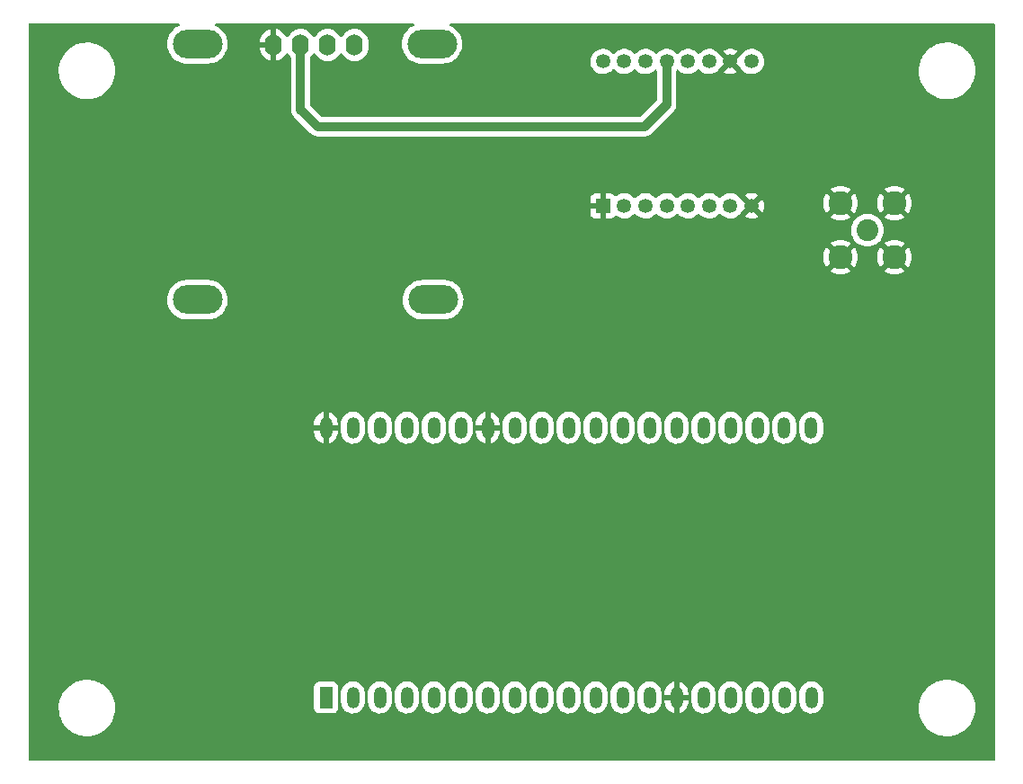
<source format=gbr>
%TF.GenerationSoftware,KiCad,Pcbnew,6.0.7+dfsg-1build1*%
%TF.CreationDate,2023-02-23T20:09:55+01:00*%
%TF.ProjectId,mqtt_bridge,6d717474-5f62-4726-9964-67652e6b6963,rev?*%
%TF.SameCoordinates,Original*%
%TF.FileFunction,Copper,L1,Top*%
%TF.FilePolarity,Positive*%
%FSLAX46Y46*%
G04 Gerber Fmt 4.6, Leading zero omitted, Abs format (unit mm)*
G04 Created by KiCad (PCBNEW 6.0.7+dfsg-1build1) date 2023-02-23 20:09:55*
%MOMM*%
%LPD*%
G01*
G04 APERTURE LIST*
%TA.AperFunction,ComponentPad*%
%ADD10O,1.600000X2.000000*%
%TD*%
%TA.AperFunction,ComponentPad*%
%ADD11O,4.680000X2.690000*%
%TD*%
%TA.AperFunction,ComponentPad*%
%ADD12C,2.050000*%
%TD*%
%TA.AperFunction,ComponentPad*%
%ADD13C,2.250000*%
%TD*%
%TA.AperFunction,ComponentPad*%
%ADD14R,1.200000X2.000000*%
%TD*%
%TA.AperFunction,ComponentPad*%
%ADD15O,1.200000X2.000000*%
%TD*%
%TA.AperFunction,ComponentPad*%
%ADD16R,1.350000X1.350000*%
%TD*%
%TA.AperFunction,ComponentPad*%
%ADD17C,1.350000*%
%TD*%
%TA.AperFunction,Conductor*%
%ADD18C,0.812800*%
%TD*%
G04 APERTURE END LIST*
D10*
%TO.P,Display,4,SDA*%
%TO.N,SDA*%
X98200000Y-29550000D03*
%TO.P,Display,3,SCL*%
%TO.N,SCL*%
X95660000Y-29550000D03*
%TO.P,Display,2,VCC*%
%TO.N,+3.3V*%
X93120000Y-29550000D03*
%TO.P,Display,1,GND*%
%TO.N,GND*%
X90580000Y-29550000D03*
D11*
%TO.P,Display,*%
%TO.N,*%
X83400000Y-29450000D03*
X83400000Y-53550000D03*
X105600000Y-53550000D03*
X105500000Y-29450000D03*
%TD*%
D12*
%TO.P,ANT,1,In*%
%TO.N,Net-(J1-Pad1)*%
X146500000Y-47000000D03*
D13*
%TO.P,ANT,2,Ext*%
%TO.N,GND*%
X143960000Y-44460000D03*
X149040000Y-44460000D03*
X149040000Y-49540000D03*
X143960000Y-49540000D03*
%TD*%
D14*
%TO.P,U2,1,3V3*%
%TO.N,+3.3V*%
X95500000Y-91000000D03*
D15*
%TO.P,U2,2,CHIP_PU*%
%TO.N,unconnected-(U2-Pad2)*%
X98040000Y-91000000D03*
%TO.P,U2,3,SENSOR_VP/GPIO36/ADC1_CH0*%
%TO.N,unconnected-(U2-Pad3)*%
X100580000Y-91000000D03*
%TO.P,U2,4,SENSOR_VN/GPIO39/ADC1_CH3*%
%TO.N,unconnected-(U2-Pad4)*%
X103120000Y-91000000D03*
%TO.P,U2,5,VDET_1/GPIO34/ADC1_CH6*%
%TO.N,unconnected-(U2-Pad5)*%
X105660000Y-91000000D03*
%TO.P,U2,6,VDET_2/GPIO35/ADC1_CH7*%
%TO.N,unconnected-(U2-Pad6)*%
X108200000Y-91000000D03*
%TO.P,U2,7,32K_XP/GPIO32/ADC1_CH4*%
%TO.N,unconnected-(U2-Pad7)*%
X110740000Y-91000000D03*
%TO.P,U2,8,32K_XN/GPIO33/ADC1_CH5*%
%TO.N,unconnected-(U2-Pad8)*%
X113280000Y-91000000D03*
%TO.P,U2,9,DAC_1/ADC2_CH8/GPIO25*%
%TO.N,unconnected-(U2-Pad9)*%
X115820000Y-91000000D03*
%TO.P,U2,10,DAC_2/ADC2_CH9/GPIO26*%
%TO.N,unconnected-(U2-Pad10)*%
X118360000Y-91000000D03*
%TO.P,U2,11,ADC2_CH7/GPIO27*%
%TO.N,unconnected-(U2-Pad11)*%
X120900000Y-91000000D03*
%TO.P,U2,12,MTMS/GPIO14/ADC2_CH6*%
%TO.N,Net-(U1-Pad6)*%
X123440000Y-91000000D03*
%TO.P,U2,13,\u002AMTDI/GPIO12/ADC2_CH5*%
%TO.N,unconnected-(U2-Pad13)*%
X125980000Y-91000000D03*
%TO.P,U2,14,GND*%
%TO.N,GND*%
X128520000Y-91000000D03*
%TO.P,U2,15,MTCK/GPIO13/ADC2_CH4*%
%TO.N,unconnected-(U2-Pad15)*%
X131060000Y-91000000D03*
%TO.P,U2,16,SD_DATA2/GPIO9*%
%TO.N,unconnected-(U2-Pad16)*%
X133600000Y-91000000D03*
%TO.P,U2,17,SD_DATA3/GPIO10*%
%TO.N,unconnected-(U2-Pad17)*%
X136140000Y-91000000D03*
%TO.P,U2,18,CMD*%
%TO.N,unconnected-(U2-Pad18)*%
X138680000Y-91000000D03*
%TO.P,U2,19,5V*%
%TO.N,unconnected-(U2-Pad19)*%
X141220000Y-91000000D03*
%TO.P,U2,20,SD_CLK/GPIO6*%
%TO.N,unconnected-(U2-Pad20)*%
X141217280Y-65603680D03*
%TO.P,U2,21,SD_DATA0/GPIO7*%
%TO.N,unconnected-(U2-Pad21)*%
X138677280Y-65603680D03*
%TO.P,U2,22,SD_DATA1/GPIO8*%
%TO.N,unconnected-(U2-Pad22)*%
X136140000Y-65600000D03*
%TO.P,U2,23,\u002AMTDO/GPIO15/ADC2_CH3*%
%TO.N,unconnected-(U2-Pad23)*%
X133600000Y-65600000D03*
%TO.P,U2,24,ADC2_CH2/\u002AGPIO2*%
%TO.N,DI0*%
X131060000Y-65600000D03*
%TO.P,U2,25,\u002AGPIO0/BOOT/ADC2_CH1*%
%TO.N,unconnected-(U2-Pad25)*%
X128520000Y-65600000D03*
%TO.P,U2,26,ADC2_CH0/GPIO4*%
%TO.N,unconnected-(U2-Pad26)*%
X125980000Y-65600000D03*
%TO.P,U2,27,GPIO16*%
%TO.N,unconnected-(U2-Pad27)*%
X123440000Y-65600000D03*
%TO.P,U2,28,GPIO17*%
%TO.N,unconnected-(U2-Pad28)*%
X120900000Y-65600000D03*
%TO.P,U2,29,\u002AGPIO5*%
%TO.N,NSS*%
X118360000Y-65600000D03*
%TO.P,U2,30,GPIO18*%
%TO.N,CLK*%
X115820000Y-65600000D03*
%TO.P,U2,31,GPIO19*%
%TO.N,MISO*%
X113280000Y-65600000D03*
%TO.P,U2,32,GND*%
%TO.N,GND*%
X110740000Y-65600000D03*
%TO.P,U2,33,GPIO21*%
%TO.N,SDA*%
X108200000Y-65600000D03*
%TO.P,U2,34,U0RXD/GPIO3*%
%TO.N,unconnected-(U2-Pad34)*%
X105660000Y-65600000D03*
%TO.P,U2,35,U0TXD/GPIO1*%
%TO.N,unconnected-(U2-Pad35)*%
X103120000Y-65600000D03*
%TO.P,U2,36,GPIO22*%
%TO.N,SCL*%
X100580000Y-65600000D03*
%TO.P,U2,37,GPIO23*%
%TO.N,MOSI*%
X98040000Y-65600000D03*
%TO.P,U2,38,GND*%
%TO.N,GND*%
X95500000Y-65600000D03*
%TD*%
D16*
%TO.P,U1,1,GND*%
%TO.N,GND*%
X121592500Y-44707500D03*
D17*
%TO.P,U1,2,MISO*%
%TO.N,MISO*%
X123592500Y-44707500D03*
%TO.P,U1,3,MOSI*%
%TO.N,MOSI*%
X125592500Y-44707500D03*
%TO.P,U1,4,SCK*%
%TO.N,CLK*%
X127592500Y-44707500D03*
%TO.P,U1,5,NSS*%
%TO.N,NSS*%
X129592500Y-44707500D03*
%TO.P,U1,6,RESET*%
%TO.N,Net-(U1-Pad6)*%
X131592500Y-44707500D03*
%TO.P,U1,7,DIO5*%
%TO.N,unconnected-(U1-Pad7)*%
X133592500Y-44707500D03*
%TO.P,U1,8,GND*%
%TO.N,GND*%
X135592500Y-44707500D03*
%TO.P,U1,9,ANT*%
%TO.N,Net-(J1-Pad1)*%
X135592500Y-31107500D03*
%TO.P,U1,10,GND*%
%TO.N,GND*%
X133592500Y-31107500D03*
%TO.P,U1,11,DIO3*%
%TO.N,unconnected-(U1-Pad11)*%
X131592500Y-31107500D03*
%TO.P,U1,12,DIO4*%
%TO.N,unconnected-(U1-Pad12)*%
X129592500Y-31107500D03*
%TO.P,U1,13,3.3V*%
%TO.N,+3.3V*%
X127592500Y-31107500D03*
%TO.P,U1,14,DIO0*%
%TO.N,DI0*%
X125592500Y-31107500D03*
%TO.P,U1,15,DIO1*%
%TO.N,unconnected-(U1-Pad15)*%
X123592500Y-31107500D03*
%TO.P,U1,16,DIO2*%
%TO.N,unconnected-(U1-Pad16)*%
X121592500Y-31107500D03*
%TD*%
D18*
%TO.N,+3.3V*%
X127592500Y-35157500D02*
X127592500Y-31107500D01*
X93120000Y-35620000D02*
X94750000Y-37250000D01*
X93120000Y-29550000D02*
X93120000Y-35620000D01*
X125500000Y-37250000D02*
X127592500Y-35157500D01*
X94750000Y-37250000D02*
X125500000Y-37250000D01*
%TD*%
%TA.AperFunction,Conductor*%
%TO.N,GND*%
G36*
X81677597Y-27528502D02*
G01*
X81724090Y-27582158D01*
X81734194Y-27652432D01*
X81704700Y-27717012D01*
X81654117Y-27752327D01*
X81626793Y-27762679D01*
X81626790Y-27762680D01*
X81622523Y-27764297D01*
X81387377Y-27894909D01*
X81383745Y-27897681D01*
X81177173Y-28055330D01*
X81177169Y-28055334D01*
X81173548Y-28058097D01*
X81170363Y-28061355D01*
X81170362Y-28061356D01*
X81117222Y-28115716D01*
X80985517Y-28250444D01*
X80982840Y-28254122D01*
X80982834Y-28254129D01*
X80829909Y-28464228D01*
X80827222Y-28467920D01*
X80701978Y-28705968D01*
X80612411Y-28959603D01*
X80611531Y-28964069D01*
X80575945Y-29144619D01*
X80560395Y-29223511D01*
X80560168Y-29228065D01*
X80560168Y-29228067D01*
X80547548Y-29481562D01*
X80547020Y-29492163D01*
X80572568Y-29759933D01*
X80573653Y-29764367D01*
X80573654Y-29764373D01*
X80621874Y-29961429D01*
X80636502Y-30021209D01*
X80638214Y-30025435D01*
X80638215Y-30025439D01*
X80706462Y-30193933D01*
X80737483Y-30270520D01*
X80873396Y-30502642D01*
X80879729Y-30510561D01*
X81019710Y-30685598D01*
X81041394Y-30712713D01*
X81237957Y-30896332D01*
X81330068Y-30960232D01*
X81455215Y-31047050D01*
X81455220Y-31047053D01*
X81458968Y-31049653D01*
X81463053Y-31051685D01*
X81463056Y-31051687D01*
X81538083Y-31089012D01*
X81699797Y-31169463D01*
X81704131Y-31170884D01*
X81704134Y-31170885D01*
X81951065Y-31251834D01*
X81951071Y-31251835D01*
X81955398Y-31253254D01*
X81959889Y-31254034D01*
X81959890Y-31254034D01*
X82216637Y-31298613D01*
X82216645Y-31298614D01*
X82220418Y-31299269D01*
X82224255Y-31299460D01*
X82303836Y-31303422D01*
X82303844Y-31303422D01*
X82305407Y-31303500D01*
X84463331Y-31303500D01*
X84465599Y-31303335D01*
X84465611Y-31303335D01*
X84602074Y-31293433D01*
X84663280Y-31288992D01*
X84667735Y-31288008D01*
X84667738Y-31288008D01*
X84921480Y-31231987D01*
X84921484Y-31231986D01*
X84925940Y-31231002D01*
X85084616Y-31170885D01*
X85173207Y-31137321D01*
X85173210Y-31137320D01*
X85177477Y-31135703D01*
X85412623Y-31005091D01*
X85554707Y-30896657D01*
X85622827Y-30844670D01*
X85622831Y-30844666D01*
X85626452Y-30841903D01*
X85814483Y-30649556D01*
X85817160Y-30645878D01*
X85817166Y-30645871D01*
X85970091Y-30435772D01*
X85970093Y-30435769D01*
X85972778Y-30432080D01*
X86098022Y-30194032D01*
X86115010Y-30145927D01*
X86153240Y-30037667D01*
X86187589Y-29940397D01*
X86212393Y-29814553D01*
X89272652Y-29814553D01*
X89286472Y-29972519D01*
X89288375Y-29983312D01*
X89344764Y-30193761D01*
X89348510Y-30204053D01*
X89440586Y-30401511D01*
X89446069Y-30411007D01*
X89571028Y-30589467D01*
X89578084Y-30597875D01*
X89732125Y-30751916D01*
X89740533Y-30758972D01*
X89918993Y-30883931D01*
X89928489Y-30889414D01*
X90125947Y-30981490D01*
X90136239Y-30985236D01*
X90308503Y-31031394D01*
X90322599Y-31031058D01*
X90326000Y-31023116D01*
X90326000Y-31017967D01*
X90834000Y-31017967D01*
X90837973Y-31031498D01*
X90846522Y-31032727D01*
X91023761Y-30985236D01*
X91034053Y-30981490D01*
X91231511Y-30889414D01*
X91241007Y-30883931D01*
X91419467Y-30758972D01*
X91427875Y-30751916D01*
X91581916Y-30597875D01*
X91588972Y-30589467D01*
X91713931Y-30411007D01*
X91719414Y-30401511D01*
X91735529Y-30366951D01*
X91782446Y-30313666D01*
X91850723Y-30294205D01*
X91918683Y-30314747D01*
X91963919Y-30366951D01*
X91980151Y-30401762D01*
X91980154Y-30401767D01*
X91982477Y-30406749D01*
X92113802Y-30594300D01*
X92168195Y-30648693D01*
X92202221Y-30711005D01*
X92205100Y-30737788D01*
X92205100Y-35538077D01*
X92203549Y-35557786D01*
X92201321Y-35571854D01*
X92201666Y-35578442D01*
X92201666Y-35578446D01*
X92204927Y-35640662D01*
X92205100Y-35647256D01*
X92205100Y-35667952D01*
X92205444Y-35671224D01*
X92207263Y-35688534D01*
X92207780Y-35695108D01*
X92210756Y-35751886D01*
X92211386Y-35763910D01*
X92213094Y-35770284D01*
X92213094Y-35770285D01*
X92215071Y-35777662D01*
X92218675Y-35797109D01*
X92220163Y-35811266D01*
X92241457Y-35876803D01*
X92243324Y-35883104D01*
X92261162Y-35949677D01*
X92264159Y-35955558D01*
X92264161Y-35955564D01*
X92267626Y-35962364D01*
X92275193Y-35980633D01*
X92277550Y-35987888D01*
X92277554Y-35987896D01*
X92279593Y-35994173D01*
X92282892Y-35999888D01*
X92282893Y-35999889D01*
X92314052Y-36053857D01*
X92317193Y-36059642D01*
X92348474Y-36121035D01*
X92352626Y-36126163D01*
X92352629Y-36126167D01*
X92357434Y-36132100D01*
X92368632Y-36148394D01*
X92372451Y-36155009D01*
X92372454Y-36155013D01*
X92375753Y-36160727D01*
X92380169Y-36165631D01*
X92421864Y-36211939D01*
X92426139Y-36216945D01*
X92439161Y-36233025D01*
X92453785Y-36247649D01*
X92458326Y-36252434D01*
X92504440Y-36303649D01*
X92515968Y-36312025D01*
X92531000Y-36324864D01*
X94045136Y-37839000D01*
X94057975Y-37854032D01*
X94066351Y-37865560D01*
X94071261Y-37869981D01*
X94071262Y-37869982D01*
X94117566Y-37911674D01*
X94122351Y-37916215D01*
X94136975Y-37930839D01*
X94153055Y-37943861D01*
X94158056Y-37948131D01*
X94209273Y-37994247D01*
X94214987Y-37997546D01*
X94214991Y-37997549D01*
X94221606Y-38001368D01*
X94237900Y-38012566D01*
X94243833Y-38017371D01*
X94243837Y-38017374D01*
X94248965Y-38021526D01*
X94310358Y-38052807D01*
X94316143Y-38055948D01*
X94375827Y-38090407D01*
X94382104Y-38092446D01*
X94382112Y-38092450D01*
X94389367Y-38094807D01*
X94407636Y-38102374D01*
X94414436Y-38105839D01*
X94414442Y-38105841D01*
X94420323Y-38108838D01*
X94426697Y-38110546D01*
X94426700Y-38110547D01*
X94463126Y-38120307D01*
X94486896Y-38126676D01*
X94493197Y-38128543D01*
X94558734Y-38149837D01*
X94572891Y-38151325D01*
X94592336Y-38154929D01*
X94596409Y-38156020D01*
X94599715Y-38156906D01*
X94599716Y-38156906D01*
X94606090Y-38158614D01*
X94612680Y-38158959D01*
X94612684Y-38158960D01*
X94669076Y-38161915D01*
X94674894Y-38162220D01*
X94681464Y-38162737D01*
X94702048Y-38164900D01*
X94722744Y-38164900D01*
X94729338Y-38165073D01*
X94791554Y-38168334D01*
X94791558Y-38168334D01*
X94798146Y-38168679D01*
X94804661Y-38167647D01*
X94804663Y-38167647D01*
X94812213Y-38166451D01*
X94831924Y-38164900D01*
X125418077Y-38164900D01*
X125437786Y-38166451D01*
X125451854Y-38168679D01*
X125458442Y-38168334D01*
X125458446Y-38168334D01*
X125520662Y-38165073D01*
X125527256Y-38164900D01*
X125547952Y-38164900D01*
X125568536Y-38162737D01*
X125575106Y-38162220D01*
X125580924Y-38161915D01*
X125637316Y-38158960D01*
X125637320Y-38158959D01*
X125643910Y-38158614D01*
X125650284Y-38156906D01*
X125650285Y-38156906D01*
X125653591Y-38156020D01*
X125657664Y-38154929D01*
X125677109Y-38151325D01*
X125691266Y-38149837D01*
X125756803Y-38128543D01*
X125763104Y-38126676D01*
X125786874Y-38120307D01*
X125823300Y-38110547D01*
X125823303Y-38110546D01*
X125829677Y-38108838D01*
X125835558Y-38105841D01*
X125835564Y-38105839D01*
X125842364Y-38102374D01*
X125860633Y-38094807D01*
X125867888Y-38092450D01*
X125867896Y-38092446D01*
X125874173Y-38090407D01*
X125933857Y-38055948D01*
X125939642Y-38052807D01*
X126001035Y-38021526D01*
X126006163Y-38017374D01*
X126006167Y-38017371D01*
X126012100Y-38012566D01*
X126028394Y-38001368D01*
X126035009Y-37997549D01*
X126035013Y-37997546D01*
X126040727Y-37994247D01*
X126091944Y-37948131D01*
X126096945Y-37943861D01*
X126113025Y-37930839D01*
X126127649Y-37916215D01*
X126132434Y-37911674D01*
X126178738Y-37869982D01*
X126178739Y-37869981D01*
X126183649Y-37865560D01*
X126192025Y-37854032D01*
X126204864Y-37839000D01*
X128181500Y-35862364D01*
X128196532Y-35849525D01*
X128208060Y-35841149D01*
X128254174Y-35789934D01*
X128258715Y-35785149D01*
X128273339Y-35770525D01*
X128286361Y-35754445D01*
X128290636Y-35749439D01*
X128332331Y-35703131D01*
X128336747Y-35698227D01*
X128340046Y-35692513D01*
X128340049Y-35692509D01*
X128343868Y-35685894D01*
X128355066Y-35669600D01*
X128359871Y-35663667D01*
X128359874Y-35663663D01*
X128364026Y-35658535D01*
X128395307Y-35597142D01*
X128398448Y-35591357D01*
X128429607Y-35537389D01*
X128429608Y-35537388D01*
X128432907Y-35531673D01*
X128434946Y-35525396D01*
X128434950Y-35525388D01*
X128437307Y-35518133D01*
X128444874Y-35499864D01*
X128448339Y-35493064D01*
X128448341Y-35493058D01*
X128451338Y-35487177D01*
X128469176Y-35420604D01*
X128471043Y-35414303D01*
X128492337Y-35348766D01*
X128493825Y-35334609D01*
X128497429Y-35315162D01*
X128499406Y-35307786D01*
X128499407Y-35307782D01*
X128501114Y-35301410D01*
X128504720Y-35232600D01*
X128505237Y-35226032D01*
X128507054Y-35208750D01*
X128507055Y-35208737D01*
X128507400Y-35205452D01*
X128507400Y-35184769D01*
X128507573Y-35178174D01*
X128510835Y-35115945D01*
X128510835Y-35115941D01*
X128511180Y-35109354D01*
X128508951Y-35095280D01*
X128507400Y-35075570D01*
X128507400Y-32001442D01*
X128527402Y-31933321D01*
X128581058Y-31886828D01*
X128651332Y-31876724D01*
X128715912Y-31906218D01*
X128721321Y-31911188D01*
X128844509Y-32031192D01*
X129025363Y-32152036D01*
X129030671Y-32154317D01*
X129030672Y-32154317D01*
X129219909Y-32235619D01*
X129219912Y-32235620D01*
X129225212Y-32237897D01*
X129230842Y-32239171D01*
X129429525Y-32284129D01*
X129437360Y-32285902D01*
X129443131Y-32286129D01*
X129443133Y-32286129D01*
X129516120Y-32288996D01*
X129654705Y-32294441D01*
X129869966Y-32263230D01*
X129875430Y-32261375D01*
X129875435Y-32261374D01*
X130070463Y-32195171D01*
X130070468Y-32195169D01*
X130075935Y-32193313D01*
X130081796Y-32190031D01*
X130216658Y-32114504D01*
X130265713Y-32087032D01*
X130432946Y-31947946D01*
X130492752Y-31876037D01*
X130551689Y-31836453D01*
X130622671Y-31835017D01*
X130685413Y-31874758D01*
X130688704Y-31879414D01*
X130692846Y-31883449D01*
X130692848Y-31883451D01*
X130813970Y-32001442D01*
X130844509Y-32031192D01*
X131025363Y-32152036D01*
X131030671Y-32154317D01*
X131030672Y-32154317D01*
X131219909Y-32235619D01*
X131219912Y-32235620D01*
X131225212Y-32237897D01*
X131230842Y-32239171D01*
X131429525Y-32284129D01*
X131437360Y-32285902D01*
X131443131Y-32286129D01*
X131443133Y-32286129D01*
X131516120Y-32288996D01*
X131654705Y-32294441D01*
X131869966Y-32263230D01*
X131875430Y-32261375D01*
X131875435Y-32261374D01*
X132070463Y-32195171D01*
X132070468Y-32195169D01*
X132075935Y-32193313D01*
X132081796Y-32190031D01*
X132216658Y-32114504D01*
X132237434Y-32102869D01*
X132961491Y-32102869D01*
X132971372Y-32115357D01*
X133020804Y-32148387D01*
X133030907Y-32153873D01*
X133220060Y-32235140D01*
X133231003Y-32238695D01*
X133431789Y-32284129D01*
X133443199Y-32285631D01*
X133648911Y-32293713D01*
X133660393Y-32293111D01*
X133864127Y-32263572D01*
X133875323Y-32260884D01*
X134070263Y-32194710D01*
X134080772Y-32190031D01*
X134215635Y-32114504D01*
X134225499Y-32104426D01*
X134222544Y-32096755D01*
X133605311Y-31479521D01*
X133591368Y-31471908D01*
X133589534Y-31472039D01*
X133582920Y-31476290D01*
X132967684Y-32091527D01*
X132961491Y-32102869D01*
X132237434Y-32102869D01*
X132265713Y-32087032D01*
X132432946Y-31947946D01*
X132572032Y-31780713D01*
X132574848Y-31775685D01*
X132574854Y-31775676D01*
X132578736Y-31768743D01*
X132599575Y-31741214D01*
X133220479Y-31120311D01*
X133226856Y-31108632D01*
X133956908Y-31108632D01*
X133957039Y-31110466D01*
X133961290Y-31117080D01*
X134590652Y-31746441D01*
X134589042Y-31748051D01*
X134607461Y-31764459D01*
X134685369Y-31874696D01*
X134685373Y-31874700D01*
X134688704Y-31879414D01*
X134844509Y-32031192D01*
X135025363Y-32152036D01*
X135030671Y-32154317D01*
X135030672Y-32154317D01*
X135219909Y-32235619D01*
X135219912Y-32235620D01*
X135225212Y-32237897D01*
X135230842Y-32239171D01*
X135429525Y-32284129D01*
X135437360Y-32285902D01*
X135443131Y-32286129D01*
X135443133Y-32286129D01*
X135516120Y-32288996D01*
X135654705Y-32294441D01*
X135869966Y-32263230D01*
X135875430Y-32261375D01*
X135875435Y-32261374D01*
X136070463Y-32195171D01*
X136070468Y-32195169D01*
X136075935Y-32193313D01*
X136081796Y-32190031D01*
X136216658Y-32114504D01*
X136265713Y-32087032D01*
X136314466Y-32046485D01*
X151336854Y-32046485D01*
X151345161Y-32152036D01*
X151355108Y-32278417D01*
X151362370Y-32370695D01*
X151427206Y-32689378D01*
X151530398Y-32997784D01*
X151670405Y-33291316D01*
X151845141Y-33565597D01*
X151847584Y-33568560D01*
X151847585Y-33568562D01*
X151997308Y-33750190D01*
X152052001Y-33816538D01*
X152287902Y-34040399D01*
X152549326Y-34233843D01*
X152690851Y-34313914D01*
X152829019Y-34392086D01*
X152829023Y-34392088D01*
X152832376Y-34393985D01*
X153132832Y-34518438D01*
X153236288Y-34547129D01*
X153442500Y-34604317D01*
X153442508Y-34604319D01*
X153446216Y-34605347D01*
X153767856Y-34653416D01*
X153771154Y-34653560D01*
X153882918Y-34658440D01*
X153882922Y-34658440D01*
X153884294Y-34658500D01*
X154082598Y-34658500D01*
X154324605Y-34643698D01*
X154328388Y-34642997D01*
X154328395Y-34642996D01*
X154528459Y-34605916D01*
X154644372Y-34584433D01*
X154853682Y-34518438D01*
X154950860Y-34487798D01*
X154950863Y-34487797D01*
X154954532Y-34486640D01*
X154958029Y-34485046D01*
X154958035Y-34485044D01*
X155246954Y-34353376D01*
X155246958Y-34353374D01*
X155250462Y-34351777D01*
X155527751Y-34181854D01*
X155530755Y-34179464D01*
X155530760Y-34179461D01*
X155655007Y-34080630D01*
X155782264Y-33979405D01*
X155784958Y-33976664D01*
X155784962Y-33976660D01*
X156007513Y-33750190D01*
X156007517Y-33750185D01*
X156010208Y-33747447D01*
X156208185Y-33489439D01*
X156373242Y-33209227D01*
X156502920Y-32910988D01*
X156595285Y-32599169D01*
X156648961Y-32278417D01*
X156663146Y-31953515D01*
X156646631Y-31743676D01*
X156637932Y-31633140D01*
X156637932Y-31633137D01*
X156637630Y-31629305D01*
X156572794Y-31310622D01*
X156469602Y-31002216D01*
X156329595Y-30708684D01*
X156304739Y-30669667D01*
X156253851Y-30589789D01*
X156154859Y-30434403D01*
X156111446Y-30381739D01*
X155950442Y-30186425D01*
X155950438Y-30186420D01*
X155947999Y-30183462D01*
X155712098Y-29959601D01*
X155450674Y-29766157D01*
X155245781Y-29650234D01*
X155170981Y-29607914D01*
X155170977Y-29607912D01*
X155167624Y-29606015D01*
X154867168Y-29481562D01*
X154763712Y-29452871D01*
X154557500Y-29395683D01*
X154557492Y-29395681D01*
X154553784Y-29394653D01*
X154232144Y-29346584D01*
X154228846Y-29346440D01*
X154117082Y-29341560D01*
X154117078Y-29341560D01*
X154115706Y-29341500D01*
X153917402Y-29341500D01*
X153675395Y-29356302D01*
X153671612Y-29357003D01*
X153671605Y-29357004D01*
X153515511Y-29385935D01*
X153355628Y-29415567D01*
X153171058Y-29473762D01*
X153049140Y-29512202D01*
X153049137Y-29512203D01*
X153045468Y-29513360D01*
X153041971Y-29514954D01*
X153041965Y-29514956D01*
X152753046Y-29646624D01*
X152753042Y-29646626D01*
X152749538Y-29648223D01*
X152746259Y-29650233D01*
X152746256Y-29650234D01*
X152488031Y-29808475D01*
X152472249Y-29818146D01*
X152469245Y-29820536D01*
X152469240Y-29820539D01*
X152467259Y-29822115D01*
X152217736Y-30020595D01*
X152215042Y-30023336D01*
X152215038Y-30023340D01*
X151992487Y-30249810D01*
X151992483Y-30249815D01*
X151989792Y-30252553D01*
X151902011Y-30366951D01*
X151800919Y-30498697D01*
X151791815Y-30510561D01*
X151710449Y-30648693D01*
X151659329Y-30735479D01*
X151626758Y-30790773D01*
X151497080Y-31089012D01*
X151495986Y-31092706D01*
X151495984Y-31092711D01*
X151491268Y-31108632D01*
X151404715Y-31400831D01*
X151351039Y-31721583D01*
X151336854Y-32046485D01*
X136314466Y-32046485D01*
X136432946Y-31947946D01*
X136572032Y-31780713D01*
X136678313Y-31590935D01*
X136680169Y-31585468D01*
X136680171Y-31585463D01*
X136746374Y-31390435D01*
X136746375Y-31390430D01*
X136748230Y-31384966D01*
X136779441Y-31169705D01*
X136781070Y-31107500D01*
X136761167Y-30890900D01*
X136702126Y-30681555D01*
X136605923Y-30486474D01*
X136492600Y-30334715D01*
X136479233Y-30316815D01*
X136479232Y-30316814D01*
X136475780Y-30312191D01*
X136471544Y-30308275D01*
X136320296Y-30168463D01*
X136320293Y-30168461D01*
X136316056Y-30164544D01*
X136132099Y-30048476D01*
X135930072Y-29967876D01*
X135742315Y-29930528D01*
X135722405Y-29926568D01*
X135722404Y-29926568D01*
X135716739Y-29925441D01*
X135710964Y-29925365D01*
X135710960Y-29925365D01*
X135601919Y-29923938D01*
X135499246Y-29922594D01*
X135493549Y-29923573D01*
X135493548Y-29923573D01*
X135290565Y-29958452D01*
X135290562Y-29958453D01*
X135284875Y-29959430D01*
X135080807Y-30034714D01*
X134893876Y-30145927D01*
X134730342Y-30289342D01*
X134595681Y-30460158D01*
X134595491Y-30460520D01*
X134581869Y-30477342D01*
X133964521Y-31094689D01*
X133956908Y-31108632D01*
X133226856Y-31108632D01*
X133228092Y-31106368D01*
X133227961Y-31104534D01*
X133223710Y-31097920D01*
X132593655Y-30467866D01*
X132581792Y-30454159D01*
X132562285Y-30428035D01*
X132475780Y-30312191D01*
X132471544Y-30308275D01*
X132320296Y-30168463D01*
X132320293Y-30168461D01*
X132316056Y-30164544D01*
X132231913Y-30111454D01*
X132960567Y-30111454D01*
X132964053Y-30119842D01*
X133579689Y-30735479D01*
X133593632Y-30743092D01*
X133595466Y-30742961D01*
X133602080Y-30738710D01*
X134217162Y-30123627D01*
X134223919Y-30111252D01*
X134217889Y-30103196D01*
X134136756Y-30052005D01*
X134126508Y-30046784D01*
X133935299Y-29970499D01*
X133924262Y-29967230D01*
X133722353Y-29927067D01*
X133710908Y-29925864D01*
X133505067Y-29923170D01*
X133493587Y-29924073D01*
X133290702Y-29958935D01*
X133279582Y-29961915D01*
X133086440Y-30033169D01*
X133076062Y-30038119D01*
X132970165Y-30101121D01*
X132960567Y-30111454D01*
X132231913Y-30111454D01*
X132132099Y-30048476D01*
X131930072Y-29967876D01*
X131742315Y-29930528D01*
X131722405Y-29926568D01*
X131722404Y-29926568D01*
X131716739Y-29925441D01*
X131710964Y-29925365D01*
X131710960Y-29925365D01*
X131601919Y-29923938D01*
X131499246Y-29922594D01*
X131493549Y-29923573D01*
X131493548Y-29923573D01*
X131290565Y-29958452D01*
X131290562Y-29958453D01*
X131284875Y-29959430D01*
X131080807Y-30034714D01*
X130893876Y-30145927D01*
X130730342Y-30289342D01*
X130726770Y-30293872D01*
X130726769Y-30293874D01*
X130692507Y-30337334D01*
X130634625Y-30378447D01*
X130563705Y-30381739D01*
X130502263Y-30346167D01*
X130492600Y-30334715D01*
X130479237Y-30316819D01*
X130479230Y-30316812D01*
X130475780Y-30312191D01*
X130471544Y-30308275D01*
X130320296Y-30168463D01*
X130320293Y-30168461D01*
X130316056Y-30164544D01*
X130132099Y-30048476D01*
X129930072Y-29967876D01*
X129742315Y-29930528D01*
X129722405Y-29926568D01*
X129722404Y-29926568D01*
X129716739Y-29925441D01*
X129710964Y-29925365D01*
X129710960Y-29925365D01*
X129601919Y-29923938D01*
X129499246Y-29922594D01*
X129493549Y-29923573D01*
X129493548Y-29923573D01*
X129290565Y-29958452D01*
X129290562Y-29958453D01*
X129284875Y-29959430D01*
X129080807Y-30034714D01*
X128893876Y-30145927D01*
X128730342Y-30289342D01*
X128726770Y-30293872D01*
X128726769Y-30293874D01*
X128692507Y-30337334D01*
X128634625Y-30378447D01*
X128563705Y-30381739D01*
X128502263Y-30346167D01*
X128492600Y-30334715D01*
X128479237Y-30316819D01*
X128479230Y-30316812D01*
X128475780Y-30312191D01*
X128471544Y-30308275D01*
X128320296Y-30168463D01*
X128320293Y-30168461D01*
X128316056Y-30164544D01*
X128132099Y-30048476D01*
X127930072Y-29967876D01*
X127742315Y-29930528D01*
X127722405Y-29926568D01*
X127722404Y-29926568D01*
X127716739Y-29925441D01*
X127710964Y-29925365D01*
X127710960Y-29925365D01*
X127601919Y-29923938D01*
X127499246Y-29922594D01*
X127493549Y-29923573D01*
X127493548Y-29923573D01*
X127290565Y-29958452D01*
X127290562Y-29958453D01*
X127284875Y-29959430D01*
X127080807Y-30034714D01*
X126893876Y-30145927D01*
X126730342Y-30289342D01*
X126726770Y-30293872D01*
X126726769Y-30293874D01*
X126692507Y-30337334D01*
X126634625Y-30378447D01*
X126563705Y-30381739D01*
X126502263Y-30346167D01*
X126492600Y-30334715D01*
X126479237Y-30316819D01*
X126479230Y-30316812D01*
X126475780Y-30312191D01*
X126471544Y-30308275D01*
X126320296Y-30168463D01*
X126320293Y-30168461D01*
X126316056Y-30164544D01*
X126132099Y-30048476D01*
X125930072Y-29967876D01*
X125742315Y-29930528D01*
X125722405Y-29926568D01*
X125722404Y-29926568D01*
X125716739Y-29925441D01*
X125710964Y-29925365D01*
X125710960Y-29925365D01*
X125601919Y-29923938D01*
X125499246Y-29922594D01*
X125493549Y-29923573D01*
X125493548Y-29923573D01*
X125290565Y-29958452D01*
X125290562Y-29958453D01*
X125284875Y-29959430D01*
X125080807Y-30034714D01*
X124893876Y-30145927D01*
X124730342Y-30289342D01*
X124726770Y-30293872D01*
X124726769Y-30293874D01*
X124692507Y-30337334D01*
X124634625Y-30378447D01*
X124563705Y-30381739D01*
X124502263Y-30346167D01*
X124492600Y-30334715D01*
X124479237Y-30316819D01*
X124479230Y-30316812D01*
X124475780Y-30312191D01*
X124471544Y-30308275D01*
X124320296Y-30168463D01*
X124320293Y-30168461D01*
X124316056Y-30164544D01*
X124132099Y-30048476D01*
X123930072Y-29967876D01*
X123742315Y-29930528D01*
X123722405Y-29926568D01*
X123722404Y-29926568D01*
X123716739Y-29925441D01*
X123710964Y-29925365D01*
X123710960Y-29925365D01*
X123601919Y-29923938D01*
X123499246Y-29922594D01*
X123493549Y-29923573D01*
X123493548Y-29923573D01*
X123290565Y-29958452D01*
X123290562Y-29958453D01*
X123284875Y-29959430D01*
X123080807Y-30034714D01*
X122893876Y-30145927D01*
X122730342Y-30289342D01*
X122726770Y-30293872D01*
X122726769Y-30293874D01*
X122692507Y-30337334D01*
X122634625Y-30378447D01*
X122563705Y-30381739D01*
X122502263Y-30346167D01*
X122492600Y-30334715D01*
X122479237Y-30316819D01*
X122479230Y-30316812D01*
X122475780Y-30312191D01*
X122471544Y-30308275D01*
X122320296Y-30168463D01*
X122320293Y-30168461D01*
X122316056Y-30164544D01*
X122132099Y-30048476D01*
X121930072Y-29967876D01*
X121742315Y-29930528D01*
X121722405Y-29926568D01*
X121722404Y-29926568D01*
X121716739Y-29925441D01*
X121710964Y-29925365D01*
X121710960Y-29925365D01*
X121601919Y-29923938D01*
X121499246Y-29922594D01*
X121493549Y-29923573D01*
X121493548Y-29923573D01*
X121290565Y-29958452D01*
X121290562Y-29958453D01*
X121284875Y-29959430D01*
X121080807Y-30034714D01*
X120893876Y-30145927D01*
X120730342Y-30289342D01*
X120726770Y-30293873D01*
X120599258Y-30455621D01*
X120595681Y-30460158D01*
X120494405Y-30652654D01*
X120483703Y-30687119D01*
X120434782Y-30844670D01*
X120429903Y-30860382D01*
X120404337Y-31076387D01*
X120418563Y-31293433D01*
X120419984Y-31299029D01*
X120419985Y-31299034D01*
X120444901Y-31397139D01*
X120472105Y-31504253D01*
X120563168Y-31701785D01*
X120688704Y-31879414D01*
X120692846Y-31883449D01*
X120813970Y-32001442D01*
X120844509Y-32031192D01*
X121025363Y-32152036D01*
X121030671Y-32154317D01*
X121030672Y-32154317D01*
X121219909Y-32235619D01*
X121219912Y-32235620D01*
X121225212Y-32237897D01*
X121230842Y-32239171D01*
X121429525Y-32284129D01*
X121437360Y-32285902D01*
X121443131Y-32286129D01*
X121443133Y-32286129D01*
X121516120Y-32288996D01*
X121654705Y-32294441D01*
X121869966Y-32263230D01*
X121875430Y-32261375D01*
X121875435Y-32261374D01*
X122070463Y-32195171D01*
X122070468Y-32195169D01*
X122075935Y-32193313D01*
X122081796Y-32190031D01*
X122216658Y-32114504D01*
X122265713Y-32087032D01*
X122432946Y-31947946D01*
X122492752Y-31876037D01*
X122551689Y-31836453D01*
X122622671Y-31835017D01*
X122685413Y-31874758D01*
X122688704Y-31879414D01*
X122692846Y-31883449D01*
X122692848Y-31883451D01*
X122813970Y-32001442D01*
X122844509Y-32031192D01*
X123025363Y-32152036D01*
X123030671Y-32154317D01*
X123030672Y-32154317D01*
X123219909Y-32235619D01*
X123219912Y-32235620D01*
X123225212Y-32237897D01*
X123230842Y-32239171D01*
X123429525Y-32284129D01*
X123437360Y-32285902D01*
X123443131Y-32286129D01*
X123443133Y-32286129D01*
X123516120Y-32288996D01*
X123654705Y-32294441D01*
X123869966Y-32263230D01*
X123875430Y-32261375D01*
X123875435Y-32261374D01*
X124070463Y-32195171D01*
X124070468Y-32195169D01*
X124075935Y-32193313D01*
X124081796Y-32190031D01*
X124216658Y-32114504D01*
X124265713Y-32087032D01*
X124432946Y-31947946D01*
X124492752Y-31876037D01*
X124551689Y-31836453D01*
X124622671Y-31835017D01*
X124685413Y-31874758D01*
X124688704Y-31879414D01*
X124692846Y-31883449D01*
X124692848Y-31883451D01*
X124813970Y-32001442D01*
X124844509Y-32031192D01*
X125025363Y-32152036D01*
X125030671Y-32154317D01*
X125030672Y-32154317D01*
X125219909Y-32235619D01*
X125219912Y-32235620D01*
X125225212Y-32237897D01*
X125230842Y-32239171D01*
X125429525Y-32284129D01*
X125437360Y-32285902D01*
X125443131Y-32286129D01*
X125443133Y-32286129D01*
X125516120Y-32288996D01*
X125654705Y-32294441D01*
X125869966Y-32263230D01*
X125875430Y-32261375D01*
X125875435Y-32261374D01*
X126070463Y-32195171D01*
X126070468Y-32195169D01*
X126075935Y-32193313D01*
X126081796Y-32190031D01*
X126216658Y-32114504D01*
X126265713Y-32087032D01*
X126432946Y-31947946D01*
X126454728Y-31921756D01*
X126513663Y-31882174D01*
X126584645Y-31880737D01*
X126645135Y-31917904D01*
X126675929Y-31981875D01*
X126677600Y-32002327D01*
X126677600Y-34726346D01*
X126657598Y-34794467D01*
X126640695Y-34815441D01*
X125157941Y-36298195D01*
X125095629Y-36332221D01*
X125068846Y-36335100D01*
X95181154Y-36335100D01*
X95113033Y-36315098D01*
X95092059Y-36298195D01*
X94071805Y-35277941D01*
X94037779Y-35215629D01*
X94034900Y-35188846D01*
X94034900Y-30737788D01*
X94054902Y-30669667D01*
X94071805Y-30648693D01*
X94126198Y-30594300D01*
X94257523Y-30406749D01*
X94259846Y-30401767D01*
X94259849Y-30401762D01*
X94275805Y-30367543D01*
X94322722Y-30314258D01*
X94390999Y-30294797D01*
X94458959Y-30315339D01*
X94504195Y-30367543D01*
X94520151Y-30401762D01*
X94520154Y-30401767D01*
X94522477Y-30406749D01*
X94653802Y-30594300D01*
X94815700Y-30756198D01*
X94820208Y-30759355D01*
X94820211Y-30759357D01*
X94860342Y-30787457D01*
X95003251Y-30887523D01*
X95008233Y-30889846D01*
X95008238Y-30889849D01*
X95204765Y-30981490D01*
X95210757Y-30984284D01*
X95216065Y-30985706D01*
X95216067Y-30985707D01*
X95426598Y-31042119D01*
X95426600Y-31042119D01*
X95431913Y-31043543D01*
X95660000Y-31063498D01*
X95888087Y-31043543D01*
X95893400Y-31042119D01*
X95893402Y-31042119D01*
X96103933Y-30985707D01*
X96103935Y-30985706D01*
X96109243Y-30984284D01*
X96115235Y-30981490D01*
X96311762Y-30889849D01*
X96311767Y-30889846D01*
X96316749Y-30887523D01*
X96459658Y-30787457D01*
X96499789Y-30759357D01*
X96499792Y-30759355D01*
X96504300Y-30756198D01*
X96666198Y-30594300D01*
X96797523Y-30406749D01*
X96799846Y-30401767D01*
X96799849Y-30401762D01*
X96815805Y-30367543D01*
X96862722Y-30314258D01*
X96930999Y-30294797D01*
X96998959Y-30315339D01*
X97044195Y-30367543D01*
X97060151Y-30401762D01*
X97060154Y-30401767D01*
X97062477Y-30406749D01*
X97193802Y-30594300D01*
X97355700Y-30756198D01*
X97360208Y-30759355D01*
X97360211Y-30759357D01*
X97400342Y-30787457D01*
X97543251Y-30887523D01*
X97548233Y-30889846D01*
X97548238Y-30889849D01*
X97744765Y-30981490D01*
X97750757Y-30984284D01*
X97756065Y-30985706D01*
X97756067Y-30985707D01*
X97966598Y-31042119D01*
X97966600Y-31042119D01*
X97971913Y-31043543D01*
X98200000Y-31063498D01*
X98428087Y-31043543D01*
X98433400Y-31042119D01*
X98433402Y-31042119D01*
X98643933Y-30985707D01*
X98643935Y-30985706D01*
X98649243Y-30984284D01*
X98655235Y-30981490D01*
X98851762Y-30889849D01*
X98851767Y-30889846D01*
X98856749Y-30887523D01*
X98999658Y-30787457D01*
X99039789Y-30759357D01*
X99039792Y-30759355D01*
X99044300Y-30756198D01*
X99206198Y-30594300D01*
X99337523Y-30406749D01*
X99339846Y-30401767D01*
X99339849Y-30401762D01*
X99431961Y-30204225D01*
X99431961Y-30204224D01*
X99434284Y-30199243D01*
X99444408Y-30161462D01*
X99492119Y-29983402D01*
X99492119Y-29983400D01*
X99493543Y-29978087D01*
X99507712Y-29816137D01*
X99508262Y-29809851D01*
X99508262Y-29809844D01*
X99508500Y-29807127D01*
X99508500Y-29292873D01*
X99508261Y-29290135D01*
X99502040Y-29219039D01*
X99493543Y-29121913D01*
X99434284Y-28900757D01*
X99345459Y-28710269D01*
X99339849Y-28698238D01*
X99339846Y-28698233D01*
X99337523Y-28693251D01*
X99206198Y-28505700D01*
X99044300Y-28343802D01*
X99039792Y-28340645D01*
X99039789Y-28340643D01*
X98910971Y-28250444D01*
X98856749Y-28212477D01*
X98851767Y-28210154D01*
X98851762Y-28210151D01*
X98654225Y-28118039D01*
X98654224Y-28118039D01*
X98649243Y-28115716D01*
X98643935Y-28114294D01*
X98643933Y-28114293D01*
X98433402Y-28057881D01*
X98433400Y-28057881D01*
X98428087Y-28056457D01*
X98200000Y-28036502D01*
X97971913Y-28056457D01*
X97966600Y-28057881D01*
X97966598Y-28057881D01*
X97756067Y-28114293D01*
X97756065Y-28114294D01*
X97750757Y-28115716D01*
X97745776Y-28118039D01*
X97745775Y-28118039D01*
X97548238Y-28210151D01*
X97548233Y-28210154D01*
X97543251Y-28212477D01*
X97489029Y-28250444D01*
X97360211Y-28340643D01*
X97360208Y-28340645D01*
X97355700Y-28343802D01*
X97193802Y-28505700D01*
X97062477Y-28693251D01*
X97060154Y-28698233D01*
X97060151Y-28698238D01*
X97044195Y-28732457D01*
X96997278Y-28785742D01*
X96929001Y-28805203D01*
X96861041Y-28784661D01*
X96815805Y-28732457D01*
X96799849Y-28698238D01*
X96799846Y-28698233D01*
X96797523Y-28693251D01*
X96666198Y-28505700D01*
X96504300Y-28343802D01*
X96499792Y-28340645D01*
X96499789Y-28340643D01*
X96370971Y-28250444D01*
X96316749Y-28212477D01*
X96311767Y-28210154D01*
X96311762Y-28210151D01*
X96114225Y-28118039D01*
X96114224Y-28118039D01*
X96109243Y-28115716D01*
X96103935Y-28114294D01*
X96103933Y-28114293D01*
X95893402Y-28057881D01*
X95893400Y-28057881D01*
X95888087Y-28056457D01*
X95660000Y-28036502D01*
X95431913Y-28056457D01*
X95426600Y-28057881D01*
X95426598Y-28057881D01*
X95216067Y-28114293D01*
X95216065Y-28114294D01*
X95210757Y-28115716D01*
X95205776Y-28118039D01*
X95205775Y-28118039D01*
X95008238Y-28210151D01*
X95008233Y-28210154D01*
X95003251Y-28212477D01*
X94949029Y-28250444D01*
X94820211Y-28340643D01*
X94820208Y-28340645D01*
X94815700Y-28343802D01*
X94653802Y-28505700D01*
X94522477Y-28693251D01*
X94520154Y-28698233D01*
X94520151Y-28698238D01*
X94504195Y-28732457D01*
X94457278Y-28785742D01*
X94389001Y-28805203D01*
X94321041Y-28784661D01*
X94275805Y-28732457D01*
X94259849Y-28698238D01*
X94259846Y-28698233D01*
X94257523Y-28693251D01*
X94126198Y-28505700D01*
X93964300Y-28343802D01*
X93959792Y-28340645D01*
X93959789Y-28340643D01*
X93830971Y-28250444D01*
X93776749Y-28212477D01*
X93771767Y-28210154D01*
X93771762Y-28210151D01*
X93574225Y-28118039D01*
X93574224Y-28118039D01*
X93569243Y-28115716D01*
X93563935Y-28114294D01*
X93563933Y-28114293D01*
X93353402Y-28057881D01*
X93353400Y-28057881D01*
X93348087Y-28056457D01*
X93120000Y-28036502D01*
X92891913Y-28056457D01*
X92886600Y-28057881D01*
X92886598Y-28057881D01*
X92676067Y-28114293D01*
X92676065Y-28114294D01*
X92670757Y-28115716D01*
X92665776Y-28118039D01*
X92665775Y-28118039D01*
X92468238Y-28210151D01*
X92468233Y-28210154D01*
X92463251Y-28212477D01*
X92409029Y-28250444D01*
X92280211Y-28340643D01*
X92280208Y-28340645D01*
X92275700Y-28343802D01*
X92113802Y-28505700D01*
X91982477Y-28693251D01*
X91980154Y-28698233D01*
X91980151Y-28698238D01*
X91963919Y-28733049D01*
X91917002Y-28786334D01*
X91848725Y-28805795D01*
X91780765Y-28785253D01*
X91735529Y-28733049D01*
X91719414Y-28698489D01*
X91713931Y-28688993D01*
X91588972Y-28510533D01*
X91581916Y-28502125D01*
X91427875Y-28348084D01*
X91419467Y-28341028D01*
X91241007Y-28216069D01*
X91231511Y-28210586D01*
X91034053Y-28118510D01*
X91023761Y-28114764D01*
X90851497Y-28068606D01*
X90837401Y-28068942D01*
X90834000Y-28076884D01*
X90834000Y-31017967D01*
X90326000Y-31017967D01*
X90326000Y-29822115D01*
X90321525Y-29806876D01*
X90320135Y-29805671D01*
X90312452Y-29804000D01*
X89290115Y-29804000D01*
X89274876Y-29808475D01*
X89273671Y-29809865D01*
X89272652Y-29814553D01*
X86212393Y-29814553D01*
X86213317Y-29809865D01*
X86238724Y-29680961D01*
X86238725Y-29680955D01*
X86239605Y-29676489D01*
X86247647Y-29514956D01*
X86252753Y-29412406D01*
X86252753Y-29412400D01*
X86252980Y-29407837D01*
X86240910Y-29281330D01*
X89273012Y-29281330D01*
X89276475Y-29293124D01*
X89277865Y-29294329D01*
X89285548Y-29296000D01*
X90307885Y-29296000D01*
X90323124Y-29291525D01*
X90324329Y-29290135D01*
X90326000Y-29282452D01*
X90326000Y-28082033D01*
X90322027Y-28068502D01*
X90313478Y-28067273D01*
X90136239Y-28114764D01*
X90125947Y-28118510D01*
X89928489Y-28210586D01*
X89918993Y-28216069D01*
X89740533Y-28341028D01*
X89732125Y-28348084D01*
X89578084Y-28502125D01*
X89571028Y-28510533D01*
X89446069Y-28688993D01*
X89440586Y-28698489D01*
X89348510Y-28895947D01*
X89344764Y-28906239D01*
X89288375Y-29116688D01*
X89286472Y-29127481D01*
X89273012Y-29281330D01*
X86240910Y-29281330D01*
X86227432Y-29140067D01*
X86224353Y-29127481D01*
X86164583Y-28883225D01*
X86163498Y-28878791D01*
X86125810Y-28785742D01*
X86064230Y-28633709D01*
X86064230Y-28633708D01*
X86062517Y-28629480D01*
X85926604Y-28397358D01*
X85758606Y-28187287D01*
X85562043Y-28003668D01*
X85402071Y-27892691D01*
X85344785Y-27852950D01*
X85344780Y-27852947D01*
X85341032Y-27850347D01*
X85336947Y-27848315D01*
X85336944Y-27848313D01*
X85133920Y-27747311D01*
X85081839Y-27699061D01*
X85064112Y-27630313D01*
X85086366Y-27562894D01*
X85141537Y-27518210D01*
X85190042Y-27508500D01*
X103709476Y-27508500D01*
X103777597Y-27528502D01*
X103824090Y-27582158D01*
X103834194Y-27652432D01*
X103804700Y-27717012D01*
X103754117Y-27752327D01*
X103726793Y-27762679D01*
X103726790Y-27762680D01*
X103722523Y-27764297D01*
X103487377Y-27894909D01*
X103483745Y-27897681D01*
X103277173Y-28055330D01*
X103277169Y-28055334D01*
X103273548Y-28058097D01*
X103270363Y-28061355D01*
X103270362Y-28061356D01*
X103217222Y-28115716D01*
X103085517Y-28250444D01*
X103082840Y-28254122D01*
X103082834Y-28254129D01*
X102929909Y-28464228D01*
X102927222Y-28467920D01*
X102801978Y-28705968D01*
X102712411Y-28959603D01*
X102711531Y-28964069D01*
X102675945Y-29144619D01*
X102660395Y-29223511D01*
X102660168Y-29228065D01*
X102660168Y-29228067D01*
X102647548Y-29481562D01*
X102647020Y-29492163D01*
X102672568Y-29759933D01*
X102673653Y-29764367D01*
X102673654Y-29764373D01*
X102721874Y-29961429D01*
X102736502Y-30021209D01*
X102738214Y-30025435D01*
X102738215Y-30025439D01*
X102806462Y-30193933D01*
X102837483Y-30270520D01*
X102973396Y-30502642D01*
X102979729Y-30510561D01*
X103119710Y-30685598D01*
X103141394Y-30712713D01*
X103337957Y-30896332D01*
X103430068Y-30960232D01*
X103555215Y-31047050D01*
X103555220Y-31047053D01*
X103558968Y-31049653D01*
X103563053Y-31051685D01*
X103563056Y-31051687D01*
X103638083Y-31089012D01*
X103799797Y-31169463D01*
X103804131Y-31170884D01*
X103804134Y-31170885D01*
X104051065Y-31251834D01*
X104051071Y-31251835D01*
X104055398Y-31253254D01*
X104059889Y-31254034D01*
X104059890Y-31254034D01*
X104316637Y-31298613D01*
X104316645Y-31298614D01*
X104320418Y-31299269D01*
X104324255Y-31299460D01*
X104403836Y-31303422D01*
X104403844Y-31303422D01*
X104405407Y-31303500D01*
X106563331Y-31303500D01*
X106565599Y-31303335D01*
X106565611Y-31303335D01*
X106702074Y-31293433D01*
X106763280Y-31288992D01*
X106767735Y-31288008D01*
X106767738Y-31288008D01*
X107021480Y-31231987D01*
X107021484Y-31231986D01*
X107025940Y-31231002D01*
X107184616Y-31170885D01*
X107273207Y-31137321D01*
X107273210Y-31137320D01*
X107277477Y-31135703D01*
X107512623Y-31005091D01*
X107654707Y-30896657D01*
X107722827Y-30844670D01*
X107722831Y-30844666D01*
X107726452Y-30841903D01*
X107914483Y-30649556D01*
X107917160Y-30645878D01*
X107917166Y-30645871D01*
X108070091Y-30435772D01*
X108070093Y-30435769D01*
X108072778Y-30432080D01*
X108198022Y-30194032D01*
X108215010Y-30145927D01*
X108253240Y-30037667D01*
X108287589Y-29940397D01*
X108313317Y-29809865D01*
X108338724Y-29680961D01*
X108338725Y-29680955D01*
X108339605Y-29676489D01*
X108347647Y-29514956D01*
X108352753Y-29412406D01*
X108352753Y-29412400D01*
X108352980Y-29407837D01*
X108327432Y-29140067D01*
X108324353Y-29127481D01*
X108264583Y-28883225D01*
X108263498Y-28878791D01*
X108225810Y-28785742D01*
X108164230Y-28633709D01*
X108164230Y-28633708D01*
X108162517Y-28629480D01*
X108026604Y-28397358D01*
X107858606Y-28187287D01*
X107662043Y-28003668D01*
X107502071Y-27892691D01*
X107444785Y-27852950D01*
X107444780Y-27852947D01*
X107441032Y-27850347D01*
X107436947Y-27848315D01*
X107436944Y-27848313D01*
X107233920Y-27747311D01*
X107181839Y-27699061D01*
X107164112Y-27630313D01*
X107186366Y-27562894D01*
X107241537Y-27518210D01*
X107290042Y-27508500D01*
X158365500Y-27508500D01*
X158433621Y-27528502D01*
X158480114Y-27582158D01*
X158491500Y-27634500D01*
X158491500Y-96865500D01*
X158471498Y-96933621D01*
X158417842Y-96980114D01*
X158365500Y-96991500D01*
X67634500Y-96991500D01*
X67566379Y-96971498D01*
X67519886Y-96917842D01*
X67508500Y-96865500D01*
X67508500Y-92046485D01*
X70336854Y-92046485D01*
X70337156Y-92050320D01*
X70361675Y-92361859D01*
X70362370Y-92370695D01*
X70427206Y-92689378D01*
X70530398Y-92997784D01*
X70670405Y-93291316D01*
X70845141Y-93565597D01*
X70847584Y-93568560D01*
X70847585Y-93568562D01*
X70997308Y-93750190D01*
X71052001Y-93816538D01*
X71287902Y-94040399D01*
X71549326Y-94233843D01*
X71690851Y-94313914D01*
X71829019Y-94392086D01*
X71829023Y-94392088D01*
X71832376Y-94393985D01*
X72132832Y-94518438D01*
X72236288Y-94547129D01*
X72442500Y-94604317D01*
X72442508Y-94604319D01*
X72446216Y-94605347D01*
X72767856Y-94653416D01*
X72771154Y-94653560D01*
X72882918Y-94658440D01*
X72882922Y-94658440D01*
X72884294Y-94658500D01*
X73082598Y-94658500D01*
X73324605Y-94643698D01*
X73328388Y-94642997D01*
X73328395Y-94642996D01*
X73528459Y-94605916D01*
X73644372Y-94584433D01*
X73853682Y-94518438D01*
X73950860Y-94487798D01*
X73950863Y-94487797D01*
X73954532Y-94486640D01*
X73958029Y-94485046D01*
X73958035Y-94485044D01*
X74246954Y-94353376D01*
X74246958Y-94353374D01*
X74250462Y-94351777D01*
X74527751Y-94181854D01*
X74530755Y-94179464D01*
X74530760Y-94179461D01*
X74655007Y-94080630D01*
X74782264Y-93979405D01*
X74784958Y-93976664D01*
X74784962Y-93976660D01*
X75007513Y-93750190D01*
X75007517Y-93750185D01*
X75010208Y-93747447D01*
X75208185Y-93489439D01*
X75373242Y-93209227D01*
X75502920Y-92910988D01*
X75595285Y-92599169D01*
X75648961Y-92278417D01*
X75659015Y-92048134D01*
X94391500Y-92048134D01*
X94398255Y-92110316D01*
X94449385Y-92246705D01*
X94536739Y-92363261D01*
X94653295Y-92450615D01*
X94789684Y-92501745D01*
X94851866Y-92508500D01*
X96148134Y-92508500D01*
X96210316Y-92501745D01*
X96346705Y-92450615D01*
X96463261Y-92363261D01*
X96550615Y-92246705D01*
X96601745Y-92110316D01*
X96608500Y-92048134D01*
X96608500Y-91452846D01*
X96931500Y-91452846D01*
X96946548Y-91610566D01*
X97006092Y-91813534D01*
X97008836Y-91818861D01*
X97008836Y-91818862D01*
X97100057Y-91995978D01*
X97102942Y-92001580D01*
X97233604Y-92167920D01*
X97238135Y-92171852D01*
X97238138Y-92171855D01*
X97356504Y-92274567D01*
X97393363Y-92306552D01*
X97398549Y-92309552D01*
X97398553Y-92309555D01*
X97491388Y-92363261D01*
X97576454Y-92412473D01*
X97776271Y-92481861D01*
X97782206Y-92482722D01*
X97782208Y-92482722D01*
X97979664Y-92511352D01*
X97979667Y-92511352D01*
X97985604Y-92512213D01*
X98196899Y-92502433D01*
X98328077Y-92470819D01*
X98396701Y-92454281D01*
X98396703Y-92454280D01*
X98402534Y-92452875D01*
X98407992Y-92450393D01*
X98407996Y-92450392D01*
X98523041Y-92398084D01*
X98595087Y-92365326D01*
X98727120Y-92271669D01*
X98762725Y-92246412D01*
X98762726Y-92246411D01*
X98767611Y-92242946D01*
X98913881Y-92090150D01*
X99028620Y-91912452D01*
X99070877Y-91807599D01*
X99105442Y-91721832D01*
X99105443Y-91721829D01*
X99107686Y-91716263D01*
X99148228Y-91508663D01*
X99148500Y-91503101D01*
X99148500Y-91452846D01*
X99471500Y-91452846D01*
X99486548Y-91610566D01*
X99546092Y-91813534D01*
X99548836Y-91818861D01*
X99548836Y-91818862D01*
X99640057Y-91995978D01*
X99642942Y-92001580D01*
X99773604Y-92167920D01*
X99778135Y-92171852D01*
X99778138Y-92171855D01*
X99896504Y-92274567D01*
X99933363Y-92306552D01*
X99938549Y-92309552D01*
X99938553Y-92309555D01*
X100031388Y-92363261D01*
X100116454Y-92412473D01*
X100316271Y-92481861D01*
X100322206Y-92482722D01*
X100322208Y-92482722D01*
X100519664Y-92511352D01*
X100519667Y-92511352D01*
X100525604Y-92512213D01*
X100736899Y-92502433D01*
X100868077Y-92470819D01*
X100936701Y-92454281D01*
X100936703Y-92454280D01*
X100942534Y-92452875D01*
X100947992Y-92450393D01*
X100947996Y-92450392D01*
X101063041Y-92398084D01*
X101135087Y-92365326D01*
X101267120Y-92271669D01*
X101302725Y-92246412D01*
X101302726Y-92246411D01*
X101307611Y-92242946D01*
X101453881Y-92090150D01*
X101568620Y-91912452D01*
X101610877Y-91807599D01*
X101645442Y-91721832D01*
X101645443Y-91721829D01*
X101647686Y-91716263D01*
X101688228Y-91508663D01*
X101688500Y-91503101D01*
X101688500Y-91452846D01*
X102011500Y-91452846D01*
X102026548Y-91610566D01*
X102086092Y-91813534D01*
X102088836Y-91818861D01*
X102088836Y-91818862D01*
X102180057Y-91995978D01*
X102182942Y-92001580D01*
X102313604Y-92167920D01*
X102318135Y-92171852D01*
X102318138Y-92171855D01*
X102436504Y-92274567D01*
X102473363Y-92306552D01*
X102478549Y-92309552D01*
X102478553Y-92309555D01*
X102571388Y-92363261D01*
X102656454Y-92412473D01*
X102856271Y-92481861D01*
X102862206Y-92482722D01*
X102862208Y-92482722D01*
X103059664Y-92511352D01*
X103059667Y-92511352D01*
X103065604Y-92512213D01*
X103276899Y-92502433D01*
X103408077Y-92470819D01*
X103476701Y-92454281D01*
X103476703Y-92454280D01*
X103482534Y-92452875D01*
X103487992Y-92450393D01*
X103487996Y-92450392D01*
X103603041Y-92398084D01*
X103675087Y-92365326D01*
X103807120Y-92271669D01*
X103842725Y-92246412D01*
X103842726Y-92246411D01*
X103847611Y-92242946D01*
X103993881Y-92090150D01*
X104108620Y-91912452D01*
X104150877Y-91807599D01*
X104185442Y-91721832D01*
X104185443Y-91721829D01*
X104187686Y-91716263D01*
X104228228Y-91508663D01*
X104228500Y-91503101D01*
X104228500Y-91452846D01*
X104551500Y-91452846D01*
X104566548Y-91610566D01*
X104626092Y-91813534D01*
X104628836Y-91818861D01*
X104628836Y-91818862D01*
X104720057Y-91995978D01*
X104722942Y-92001580D01*
X104853604Y-92167920D01*
X104858135Y-92171852D01*
X104858138Y-92171855D01*
X104976504Y-92274567D01*
X105013363Y-92306552D01*
X105018549Y-92309552D01*
X105018553Y-92309555D01*
X105111388Y-92363261D01*
X105196454Y-92412473D01*
X105396271Y-92481861D01*
X105402206Y-92482722D01*
X105402208Y-92482722D01*
X105599664Y-92511352D01*
X105599667Y-92511352D01*
X105605604Y-92512213D01*
X105816899Y-92502433D01*
X105948077Y-92470819D01*
X106016701Y-92454281D01*
X106016703Y-92454280D01*
X106022534Y-92452875D01*
X106027992Y-92450393D01*
X106027996Y-92450392D01*
X106143041Y-92398084D01*
X106215087Y-92365326D01*
X106347120Y-92271669D01*
X106382725Y-92246412D01*
X106382726Y-92246411D01*
X106387611Y-92242946D01*
X106533881Y-92090150D01*
X106648620Y-91912452D01*
X106690877Y-91807599D01*
X106725442Y-91721832D01*
X106725443Y-91721829D01*
X106727686Y-91716263D01*
X106768228Y-91508663D01*
X106768500Y-91503101D01*
X106768500Y-91452846D01*
X107091500Y-91452846D01*
X107106548Y-91610566D01*
X107166092Y-91813534D01*
X107168836Y-91818861D01*
X107168836Y-91818862D01*
X107260057Y-91995978D01*
X107262942Y-92001580D01*
X107393604Y-92167920D01*
X107398135Y-92171852D01*
X107398138Y-92171855D01*
X107516504Y-92274567D01*
X107553363Y-92306552D01*
X107558549Y-92309552D01*
X107558553Y-92309555D01*
X107651388Y-92363261D01*
X107736454Y-92412473D01*
X107936271Y-92481861D01*
X107942206Y-92482722D01*
X107942208Y-92482722D01*
X108139664Y-92511352D01*
X108139667Y-92511352D01*
X108145604Y-92512213D01*
X108356899Y-92502433D01*
X108488077Y-92470819D01*
X108556701Y-92454281D01*
X108556703Y-92454280D01*
X108562534Y-92452875D01*
X108567992Y-92450393D01*
X108567996Y-92450392D01*
X108683041Y-92398084D01*
X108755087Y-92365326D01*
X108887120Y-92271669D01*
X108922725Y-92246412D01*
X108922726Y-92246411D01*
X108927611Y-92242946D01*
X109073881Y-92090150D01*
X109188620Y-91912452D01*
X109230877Y-91807599D01*
X109265442Y-91721832D01*
X109265443Y-91721829D01*
X109267686Y-91716263D01*
X109308228Y-91508663D01*
X109308500Y-91503101D01*
X109308500Y-91452846D01*
X109631500Y-91452846D01*
X109646548Y-91610566D01*
X109706092Y-91813534D01*
X109708836Y-91818861D01*
X109708836Y-91818862D01*
X109800057Y-91995978D01*
X109802942Y-92001580D01*
X109933604Y-92167920D01*
X109938135Y-92171852D01*
X109938138Y-92171855D01*
X110056504Y-92274567D01*
X110093363Y-92306552D01*
X110098549Y-92309552D01*
X110098553Y-92309555D01*
X110191388Y-92363261D01*
X110276454Y-92412473D01*
X110476271Y-92481861D01*
X110482206Y-92482722D01*
X110482208Y-92482722D01*
X110679664Y-92511352D01*
X110679667Y-92511352D01*
X110685604Y-92512213D01*
X110896899Y-92502433D01*
X111028077Y-92470819D01*
X111096701Y-92454281D01*
X111096703Y-92454280D01*
X111102534Y-92452875D01*
X111107992Y-92450393D01*
X111107996Y-92450392D01*
X111223041Y-92398084D01*
X111295087Y-92365326D01*
X111427120Y-92271669D01*
X111462725Y-92246412D01*
X111462726Y-92246411D01*
X111467611Y-92242946D01*
X111613881Y-92090150D01*
X111728620Y-91912452D01*
X111770877Y-91807599D01*
X111805442Y-91721832D01*
X111805443Y-91721829D01*
X111807686Y-91716263D01*
X111848228Y-91508663D01*
X111848500Y-91503101D01*
X111848500Y-91452846D01*
X112171500Y-91452846D01*
X112186548Y-91610566D01*
X112246092Y-91813534D01*
X112248836Y-91818861D01*
X112248836Y-91818862D01*
X112340057Y-91995978D01*
X112342942Y-92001580D01*
X112473604Y-92167920D01*
X112478135Y-92171852D01*
X112478138Y-92171855D01*
X112596504Y-92274567D01*
X112633363Y-92306552D01*
X112638549Y-92309552D01*
X112638553Y-92309555D01*
X112731388Y-92363261D01*
X112816454Y-92412473D01*
X113016271Y-92481861D01*
X113022206Y-92482722D01*
X113022208Y-92482722D01*
X113219664Y-92511352D01*
X113219667Y-92511352D01*
X113225604Y-92512213D01*
X113436899Y-92502433D01*
X113568077Y-92470819D01*
X113636701Y-92454281D01*
X113636703Y-92454280D01*
X113642534Y-92452875D01*
X113647992Y-92450393D01*
X113647996Y-92450392D01*
X113763041Y-92398084D01*
X113835087Y-92365326D01*
X113967120Y-92271669D01*
X114002725Y-92246412D01*
X114002726Y-92246411D01*
X114007611Y-92242946D01*
X114153881Y-92090150D01*
X114268620Y-91912452D01*
X114310877Y-91807599D01*
X114345442Y-91721832D01*
X114345443Y-91721829D01*
X114347686Y-91716263D01*
X114388228Y-91508663D01*
X114388500Y-91503101D01*
X114388500Y-91452846D01*
X114711500Y-91452846D01*
X114726548Y-91610566D01*
X114786092Y-91813534D01*
X114788836Y-91818861D01*
X114788836Y-91818862D01*
X114880057Y-91995978D01*
X114882942Y-92001580D01*
X115013604Y-92167920D01*
X115018135Y-92171852D01*
X115018138Y-92171855D01*
X115136504Y-92274567D01*
X115173363Y-92306552D01*
X115178549Y-92309552D01*
X115178553Y-92309555D01*
X115271388Y-92363261D01*
X115356454Y-92412473D01*
X115556271Y-92481861D01*
X115562206Y-92482722D01*
X115562208Y-92482722D01*
X115759664Y-92511352D01*
X115759667Y-92511352D01*
X115765604Y-92512213D01*
X115976899Y-92502433D01*
X116108077Y-92470819D01*
X116176701Y-92454281D01*
X116176703Y-92454280D01*
X116182534Y-92452875D01*
X116187992Y-92450393D01*
X116187996Y-92450392D01*
X116303041Y-92398084D01*
X116375087Y-92365326D01*
X116507120Y-92271669D01*
X116542725Y-92246412D01*
X116542726Y-92246411D01*
X116547611Y-92242946D01*
X116693881Y-92090150D01*
X116808620Y-91912452D01*
X116850877Y-91807599D01*
X116885442Y-91721832D01*
X116885443Y-91721829D01*
X116887686Y-91716263D01*
X116928228Y-91508663D01*
X116928500Y-91503101D01*
X116928500Y-91452846D01*
X117251500Y-91452846D01*
X117266548Y-91610566D01*
X117326092Y-91813534D01*
X117328836Y-91818861D01*
X117328836Y-91818862D01*
X117420057Y-91995978D01*
X117422942Y-92001580D01*
X117553604Y-92167920D01*
X117558135Y-92171852D01*
X117558138Y-92171855D01*
X117676504Y-92274567D01*
X117713363Y-92306552D01*
X117718549Y-92309552D01*
X117718553Y-92309555D01*
X117811388Y-92363261D01*
X117896454Y-92412473D01*
X118096271Y-92481861D01*
X118102206Y-92482722D01*
X118102208Y-92482722D01*
X118299664Y-92511352D01*
X118299667Y-92511352D01*
X118305604Y-92512213D01*
X118516899Y-92502433D01*
X118648077Y-92470819D01*
X118716701Y-92454281D01*
X118716703Y-92454280D01*
X118722534Y-92452875D01*
X118727992Y-92450393D01*
X118727996Y-92450392D01*
X118843041Y-92398084D01*
X118915087Y-92365326D01*
X119047120Y-92271669D01*
X119082725Y-92246412D01*
X119082726Y-92246411D01*
X119087611Y-92242946D01*
X119233881Y-92090150D01*
X119348620Y-91912452D01*
X119390877Y-91807599D01*
X119425442Y-91721832D01*
X119425443Y-91721829D01*
X119427686Y-91716263D01*
X119468228Y-91508663D01*
X119468500Y-91503101D01*
X119468500Y-91452846D01*
X119791500Y-91452846D01*
X119806548Y-91610566D01*
X119866092Y-91813534D01*
X119868836Y-91818861D01*
X119868836Y-91818862D01*
X119960057Y-91995978D01*
X119962942Y-92001580D01*
X120093604Y-92167920D01*
X120098135Y-92171852D01*
X120098138Y-92171855D01*
X120216504Y-92274567D01*
X120253363Y-92306552D01*
X120258549Y-92309552D01*
X120258553Y-92309555D01*
X120351388Y-92363261D01*
X120436454Y-92412473D01*
X120636271Y-92481861D01*
X120642206Y-92482722D01*
X120642208Y-92482722D01*
X120839664Y-92511352D01*
X120839667Y-92511352D01*
X120845604Y-92512213D01*
X121056899Y-92502433D01*
X121188077Y-92470819D01*
X121256701Y-92454281D01*
X121256703Y-92454280D01*
X121262534Y-92452875D01*
X121267992Y-92450393D01*
X121267996Y-92450392D01*
X121383041Y-92398084D01*
X121455087Y-92365326D01*
X121587120Y-92271669D01*
X121622725Y-92246412D01*
X121622726Y-92246411D01*
X121627611Y-92242946D01*
X121773881Y-92090150D01*
X121888620Y-91912452D01*
X121930877Y-91807599D01*
X121965442Y-91721832D01*
X121965443Y-91721829D01*
X121967686Y-91716263D01*
X122008228Y-91508663D01*
X122008500Y-91503101D01*
X122008500Y-91452846D01*
X122331500Y-91452846D01*
X122346548Y-91610566D01*
X122406092Y-91813534D01*
X122408836Y-91818861D01*
X122408836Y-91818862D01*
X122500057Y-91995978D01*
X122502942Y-92001580D01*
X122633604Y-92167920D01*
X122638135Y-92171852D01*
X122638138Y-92171855D01*
X122756504Y-92274567D01*
X122793363Y-92306552D01*
X122798549Y-92309552D01*
X122798553Y-92309555D01*
X122891388Y-92363261D01*
X122976454Y-92412473D01*
X123176271Y-92481861D01*
X123182206Y-92482722D01*
X123182208Y-92482722D01*
X123379664Y-92511352D01*
X123379667Y-92511352D01*
X123385604Y-92512213D01*
X123596899Y-92502433D01*
X123728077Y-92470819D01*
X123796701Y-92454281D01*
X123796703Y-92454280D01*
X123802534Y-92452875D01*
X123807992Y-92450393D01*
X123807996Y-92450392D01*
X123923041Y-92398084D01*
X123995087Y-92365326D01*
X124127120Y-92271669D01*
X124162725Y-92246412D01*
X124162726Y-92246411D01*
X124167611Y-92242946D01*
X124313881Y-92090150D01*
X124428620Y-91912452D01*
X124470877Y-91807599D01*
X124505442Y-91721832D01*
X124505443Y-91721829D01*
X124507686Y-91716263D01*
X124548228Y-91508663D01*
X124548500Y-91503101D01*
X124548500Y-91452846D01*
X124871500Y-91452846D01*
X124886548Y-91610566D01*
X124946092Y-91813534D01*
X124948836Y-91818861D01*
X124948836Y-91818862D01*
X125040057Y-91995978D01*
X125042942Y-92001580D01*
X125173604Y-92167920D01*
X125178135Y-92171852D01*
X125178138Y-92171855D01*
X125296504Y-92274567D01*
X125333363Y-92306552D01*
X125338549Y-92309552D01*
X125338553Y-92309555D01*
X125431388Y-92363261D01*
X125516454Y-92412473D01*
X125716271Y-92481861D01*
X125722206Y-92482722D01*
X125722208Y-92482722D01*
X125919664Y-92511352D01*
X125919667Y-92511352D01*
X125925604Y-92512213D01*
X126136899Y-92502433D01*
X126268077Y-92470819D01*
X126336701Y-92454281D01*
X126336703Y-92454280D01*
X126342534Y-92452875D01*
X126347992Y-92450393D01*
X126347996Y-92450392D01*
X126463041Y-92398084D01*
X126535087Y-92365326D01*
X126667120Y-92271669D01*
X126702725Y-92246412D01*
X126702726Y-92246411D01*
X126707611Y-92242946D01*
X126853881Y-92090150D01*
X126968620Y-91912452D01*
X127010877Y-91807599D01*
X127045442Y-91721832D01*
X127045443Y-91721829D01*
X127047686Y-91716263D01*
X127088228Y-91508663D01*
X127088500Y-91503101D01*
X127088500Y-91449832D01*
X127412000Y-91449832D01*
X127412285Y-91455808D01*
X127426471Y-91604494D01*
X127428730Y-91616228D01*
X127484872Y-91807599D01*
X127489302Y-91818675D01*
X127580619Y-91995978D01*
X127587069Y-92006024D01*
X127710262Y-92162857D01*
X127718499Y-92171506D01*
X127869123Y-92302212D01*
X127878847Y-92309147D01*
X128051467Y-92409010D01*
X128062331Y-92413984D01*
X128250727Y-92479407D01*
X128251716Y-92479648D01*
X128262008Y-92478180D01*
X128266000Y-92464615D01*
X128266000Y-92460402D01*
X128774000Y-92460402D01*
X128777973Y-92473933D01*
X128787399Y-92475288D01*
X128876537Y-92453806D01*
X128887832Y-92449917D01*
X129069382Y-92367371D01*
X129079724Y-92361424D01*
X129242397Y-92246032D01*
X129251425Y-92238239D01*
X129389342Y-92094169D01*
X129396738Y-92084804D01*
X129504921Y-91917259D01*
X129510417Y-91906655D01*
X129584961Y-91721688D01*
X129588355Y-91710230D01*
X129626857Y-91513072D01*
X129627934Y-91504209D01*
X129628000Y-91501500D01*
X129628000Y-91452846D01*
X129951500Y-91452846D01*
X129966548Y-91610566D01*
X130026092Y-91813534D01*
X130028836Y-91818861D01*
X130028836Y-91818862D01*
X130120057Y-91995978D01*
X130122942Y-92001580D01*
X130253604Y-92167920D01*
X130258135Y-92171852D01*
X130258138Y-92171855D01*
X130376504Y-92274567D01*
X130413363Y-92306552D01*
X130418549Y-92309552D01*
X130418553Y-92309555D01*
X130511388Y-92363261D01*
X130596454Y-92412473D01*
X130796271Y-92481861D01*
X130802206Y-92482722D01*
X130802208Y-92482722D01*
X130999664Y-92511352D01*
X130999667Y-92511352D01*
X131005604Y-92512213D01*
X131216899Y-92502433D01*
X131348077Y-92470819D01*
X131416701Y-92454281D01*
X131416703Y-92454280D01*
X131422534Y-92452875D01*
X131427992Y-92450393D01*
X131427996Y-92450392D01*
X131543041Y-92398084D01*
X131615087Y-92365326D01*
X131747120Y-92271669D01*
X131782725Y-92246412D01*
X131782726Y-92246411D01*
X131787611Y-92242946D01*
X131933881Y-92090150D01*
X132048620Y-91912452D01*
X132090877Y-91807599D01*
X132125442Y-91721832D01*
X132125443Y-91721829D01*
X132127686Y-91716263D01*
X132168228Y-91508663D01*
X132168500Y-91503101D01*
X132168500Y-91452846D01*
X132491500Y-91452846D01*
X132506548Y-91610566D01*
X132566092Y-91813534D01*
X132568836Y-91818861D01*
X132568836Y-91818862D01*
X132660057Y-91995978D01*
X132662942Y-92001580D01*
X132793604Y-92167920D01*
X132798135Y-92171852D01*
X132798138Y-92171855D01*
X132916504Y-92274567D01*
X132953363Y-92306552D01*
X132958549Y-92309552D01*
X132958553Y-92309555D01*
X133051388Y-92363261D01*
X133136454Y-92412473D01*
X133336271Y-92481861D01*
X133342206Y-92482722D01*
X133342208Y-92482722D01*
X133539664Y-92511352D01*
X133539667Y-92511352D01*
X133545604Y-92512213D01*
X133756899Y-92502433D01*
X133888077Y-92470819D01*
X133956701Y-92454281D01*
X133956703Y-92454280D01*
X133962534Y-92452875D01*
X133967992Y-92450393D01*
X133967996Y-92450392D01*
X134083041Y-92398084D01*
X134155087Y-92365326D01*
X134287120Y-92271669D01*
X134322725Y-92246412D01*
X134322726Y-92246411D01*
X134327611Y-92242946D01*
X134473881Y-92090150D01*
X134588620Y-91912452D01*
X134630877Y-91807599D01*
X134665442Y-91721832D01*
X134665443Y-91721829D01*
X134667686Y-91716263D01*
X134708228Y-91508663D01*
X134708500Y-91503101D01*
X134708500Y-91452846D01*
X135031500Y-91452846D01*
X135046548Y-91610566D01*
X135106092Y-91813534D01*
X135108836Y-91818861D01*
X135108836Y-91818862D01*
X135200057Y-91995978D01*
X135202942Y-92001580D01*
X135333604Y-92167920D01*
X135338135Y-92171852D01*
X135338138Y-92171855D01*
X135456504Y-92274567D01*
X135493363Y-92306552D01*
X135498549Y-92309552D01*
X135498553Y-92309555D01*
X135591388Y-92363261D01*
X135676454Y-92412473D01*
X135876271Y-92481861D01*
X135882206Y-92482722D01*
X135882208Y-92482722D01*
X136079664Y-92511352D01*
X136079667Y-92511352D01*
X136085604Y-92512213D01*
X136296899Y-92502433D01*
X136428077Y-92470819D01*
X136496701Y-92454281D01*
X136496703Y-92454280D01*
X136502534Y-92452875D01*
X136507992Y-92450393D01*
X136507996Y-92450392D01*
X136623041Y-92398084D01*
X136695087Y-92365326D01*
X136827120Y-92271669D01*
X136862725Y-92246412D01*
X136862726Y-92246411D01*
X136867611Y-92242946D01*
X137013881Y-92090150D01*
X137128620Y-91912452D01*
X137170877Y-91807599D01*
X137205442Y-91721832D01*
X137205443Y-91721829D01*
X137207686Y-91716263D01*
X137248228Y-91508663D01*
X137248500Y-91503101D01*
X137248500Y-91452846D01*
X137571500Y-91452846D01*
X137586548Y-91610566D01*
X137646092Y-91813534D01*
X137648836Y-91818861D01*
X137648836Y-91818862D01*
X137740057Y-91995978D01*
X137742942Y-92001580D01*
X137873604Y-92167920D01*
X137878135Y-92171852D01*
X137878138Y-92171855D01*
X137996504Y-92274567D01*
X138033363Y-92306552D01*
X138038549Y-92309552D01*
X138038553Y-92309555D01*
X138131388Y-92363261D01*
X138216454Y-92412473D01*
X138416271Y-92481861D01*
X138422206Y-92482722D01*
X138422208Y-92482722D01*
X138619664Y-92511352D01*
X138619667Y-92511352D01*
X138625604Y-92512213D01*
X138836899Y-92502433D01*
X138968077Y-92470819D01*
X139036701Y-92454281D01*
X139036703Y-92454280D01*
X139042534Y-92452875D01*
X139047992Y-92450393D01*
X139047996Y-92450392D01*
X139163041Y-92398084D01*
X139235087Y-92365326D01*
X139367120Y-92271669D01*
X139402725Y-92246412D01*
X139402726Y-92246411D01*
X139407611Y-92242946D01*
X139553881Y-92090150D01*
X139668620Y-91912452D01*
X139710877Y-91807599D01*
X139745442Y-91721832D01*
X139745443Y-91721829D01*
X139747686Y-91716263D01*
X139788228Y-91508663D01*
X139788500Y-91503101D01*
X139788500Y-91452846D01*
X140111500Y-91452846D01*
X140126548Y-91610566D01*
X140186092Y-91813534D01*
X140188836Y-91818861D01*
X140188836Y-91818862D01*
X140280057Y-91995978D01*
X140282942Y-92001580D01*
X140413604Y-92167920D01*
X140418135Y-92171852D01*
X140418138Y-92171855D01*
X140536504Y-92274567D01*
X140573363Y-92306552D01*
X140578549Y-92309552D01*
X140578553Y-92309555D01*
X140671388Y-92363261D01*
X140756454Y-92412473D01*
X140956271Y-92481861D01*
X140962206Y-92482722D01*
X140962208Y-92482722D01*
X141159664Y-92511352D01*
X141159667Y-92511352D01*
X141165604Y-92512213D01*
X141376899Y-92502433D01*
X141508077Y-92470819D01*
X141576701Y-92454281D01*
X141576703Y-92454280D01*
X141582534Y-92452875D01*
X141587992Y-92450393D01*
X141587996Y-92450392D01*
X141703041Y-92398084D01*
X141775087Y-92365326D01*
X141907120Y-92271669D01*
X141942725Y-92246412D01*
X141942726Y-92246411D01*
X141947611Y-92242946D01*
X142093881Y-92090150D01*
X142122075Y-92046485D01*
X151336854Y-92046485D01*
X151337156Y-92050320D01*
X151361675Y-92361859D01*
X151362370Y-92370695D01*
X151427206Y-92689378D01*
X151530398Y-92997784D01*
X151670405Y-93291316D01*
X151845141Y-93565597D01*
X151847584Y-93568560D01*
X151847585Y-93568562D01*
X151997308Y-93750190D01*
X152052001Y-93816538D01*
X152287902Y-94040399D01*
X152549326Y-94233843D01*
X152690851Y-94313914D01*
X152829019Y-94392086D01*
X152829023Y-94392088D01*
X152832376Y-94393985D01*
X153132832Y-94518438D01*
X153236288Y-94547129D01*
X153442500Y-94604317D01*
X153442508Y-94604319D01*
X153446216Y-94605347D01*
X153767856Y-94653416D01*
X153771154Y-94653560D01*
X153882918Y-94658440D01*
X153882922Y-94658440D01*
X153884294Y-94658500D01*
X154082598Y-94658500D01*
X154324605Y-94643698D01*
X154328388Y-94642997D01*
X154328395Y-94642996D01*
X154528459Y-94605916D01*
X154644372Y-94584433D01*
X154853682Y-94518438D01*
X154950860Y-94487798D01*
X154950863Y-94487797D01*
X154954532Y-94486640D01*
X154958029Y-94485046D01*
X154958035Y-94485044D01*
X155246954Y-94353376D01*
X155246958Y-94353374D01*
X155250462Y-94351777D01*
X155527751Y-94181854D01*
X155530755Y-94179464D01*
X155530760Y-94179461D01*
X155655007Y-94080630D01*
X155782264Y-93979405D01*
X155784958Y-93976664D01*
X155784962Y-93976660D01*
X156007513Y-93750190D01*
X156007517Y-93750185D01*
X156010208Y-93747447D01*
X156208185Y-93489439D01*
X156373242Y-93209227D01*
X156502920Y-92910988D01*
X156595285Y-92599169D01*
X156648961Y-92278417D01*
X156663146Y-91953515D01*
X156650388Y-91791410D01*
X156637932Y-91633140D01*
X156637932Y-91633137D01*
X156637630Y-91629305D01*
X156572794Y-91310622D01*
X156469602Y-91002216D01*
X156329595Y-90708684D01*
X156154859Y-90434403D01*
X156122795Y-90395506D01*
X155950442Y-90186425D01*
X155950438Y-90186420D01*
X155947999Y-90183462D01*
X155712098Y-89959601D01*
X155450674Y-89766157D01*
X155245781Y-89650234D01*
X155170981Y-89607914D01*
X155170977Y-89607912D01*
X155167624Y-89606015D01*
X155131351Y-89590990D01*
X155032592Y-89550083D01*
X154867168Y-89481562D01*
X154763712Y-89452871D01*
X154557500Y-89395683D01*
X154557492Y-89395681D01*
X154553784Y-89394653D01*
X154232144Y-89346584D01*
X154228846Y-89346440D01*
X154117082Y-89341560D01*
X154117078Y-89341560D01*
X154115706Y-89341500D01*
X153917402Y-89341500D01*
X153675395Y-89356302D01*
X153671612Y-89357003D01*
X153671605Y-89357004D01*
X153515511Y-89385935D01*
X153355628Y-89415567D01*
X153171058Y-89473762D01*
X153049140Y-89512202D01*
X153049137Y-89512203D01*
X153045468Y-89513360D01*
X153041971Y-89514954D01*
X153041965Y-89514956D01*
X152753046Y-89646624D01*
X152753042Y-89646626D01*
X152749538Y-89648223D01*
X152746259Y-89650233D01*
X152746256Y-89650234D01*
X152564356Y-89761703D01*
X152472249Y-89818146D01*
X152469245Y-89820536D01*
X152469240Y-89820539D01*
X152372437Y-89897540D01*
X152217736Y-90020595D01*
X152215042Y-90023336D01*
X152215038Y-90023340D01*
X151992487Y-90249810D01*
X151992483Y-90249815D01*
X151989792Y-90252553D01*
X151889177Y-90383677D01*
X151801070Y-90498500D01*
X151791815Y-90510561D01*
X151768485Y-90550168D01*
X151654116Y-90744329D01*
X151626758Y-90790773D01*
X151497080Y-91089012D01*
X151404715Y-91400831D01*
X151351039Y-91721583D01*
X151336854Y-92046485D01*
X142122075Y-92046485D01*
X142208620Y-91912452D01*
X142250877Y-91807599D01*
X142285442Y-91721832D01*
X142285443Y-91721829D01*
X142287686Y-91716263D01*
X142328228Y-91508663D01*
X142328500Y-91503101D01*
X142328500Y-90547154D01*
X142313452Y-90389434D01*
X142253908Y-90186466D01*
X142168479Y-90020595D01*
X142159804Y-90003751D01*
X142159802Y-90003748D01*
X142157058Y-89998420D01*
X142026396Y-89832080D01*
X142021865Y-89828148D01*
X142021862Y-89828145D01*
X141871167Y-89697379D01*
X141866637Y-89693448D01*
X141861451Y-89690448D01*
X141861447Y-89690445D01*
X141688742Y-89590533D01*
X141683546Y-89587527D01*
X141483729Y-89518139D01*
X141477794Y-89517278D01*
X141477792Y-89517278D01*
X141280336Y-89488648D01*
X141280333Y-89488648D01*
X141274396Y-89487787D01*
X141063101Y-89497567D01*
X140950466Y-89524712D01*
X140863299Y-89545719D01*
X140863297Y-89545720D01*
X140857466Y-89547125D01*
X140852008Y-89549607D01*
X140852004Y-89549608D01*
X140760990Y-89590990D01*
X140664913Y-89634674D01*
X140585715Y-89690853D01*
X140507819Y-89746109D01*
X140492389Y-89757054D01*
X140346119Y-89909850D01*
X140231380Y-90087548D01*
X140152314Y-90283737D01*
X140111772Y-90491337D01*
X140111500Y-90496899D01*
X140111500Y-91452846D01*
X139788500Y-91452846D01*
X139788500Y-90547154D01*
X139773452Y-90389434D01*
X139713908Y-90186466D01*
X139628479Y-90020595D01*
X139619804Y-90003751D01*
X139619802Y-90003748D01*
X139617058Y-89998420D01*
X139486396Y-89832080D01*
X139481865Y-89828148D01*
X139481862Y-89828145D01*
X139331167Y-89697379D01*
X139326637Y-89693448D01*
X139321451Y-89690448D01*
X139321447Y-89690445D01*
X139148742Y-89590533D01*
X139143546Y-89587527D01*
X138943729Y-89518139D01*
X138937794Y-89517278D01*
X138937792Y-89517278D01*
X138740336Y-89488648D01*
X138740333Y-89488648D01*
X138734396Y-89487787D01*
X138523101Y-89497567D01*
X138410466Y-89524712D01*
X138323299Y-89545719D01*
X138323297Y-89545720D01*
X138317466Y-89547125D01*
X138312008Y-89549607D01*
X138312004Y-89549608D01*
X138220990Y-89590990D01*
X138124913Y-89634674D01*
X138045715Y-89690853D01*
X137967819Y-89746109D01*
X137952389Y-89757054D01*
X137806119Y-89909850D01*
X137691380Y-90087548D01*
X137612314Y-90283737D01*
X137571772Y-90491337D01*
X137571500Y-90496899D01*
X137571500Y-91452846D01*
X137248500Y-91452846D01*
X137248500Y-90547154D01*
X137233452Y-90389434D01*
X137173908Y-90186466D01*
X137088479Y-90020595D01*
X137079804Y-90003751D01*
X137079802Y-90003748D01*
X137077058Y-89998420D01*
X136946396Y-89832080D01*
X136941865Y-89828148D01*
X136941862Y-89828145D01*
X136791167Y-89697379D01*
X136786637Y-89693448D01*
X136781451Y-89690448D01*
X136781447Y-89690445D01*
X136608742Y-89590533D01*
X136603546Y-89587527D01*
X136403729Y-89518139D01*
X136397794Y-89517278D01*
X136397792Y-89517278D01*
X136200336Y-89488648D01*
X136200333Y-89488648D01*
X136194396Y-89487787D01*
X135983101Y-89497567D01*
X135870466Y-89524712D01*
X135783299Y-89545719D01*
X135783297Y-89545720D01*
X135777466Y-89547125D01*
X135772008Y-89549607D01*
X135772004Y-89549608D01*
X135680990Y-89590990D01*
X135584913Y-89634674D01*
X135505715Y-89690853D01*
X135427819Y-89746109D01*
X135412389Y-89757054D01*
X135266119Y-89909850D01*
X135151380Y-90087548D01*
X135072314Y-90283737D01*
X135031772Y-90491337D01*
X135031500Y-90496899D01*
X135031500Y-91452846D01*
X134708500Y-91452846D01*
X134708500Y-90547154D01*
X134693452Y-90389434D01*
X134633908Y-90186466D01*
X134548479Y-90020595D01*
X134539804Y-90003751D01*
X134539802Y-90003748D01*
X134537058Y-89998420D01*
X134406396Y-89832080D01*
X134401865Y-89828148D01*
X134401862Y-89828145D01*
X134251167Y-89697379D01*
X134246637Y-89693448D01*
X134241451Y-89690448D01*
X134241447Y-89690445D01*
X134068742Y-89590533D01*
X134063546Y-89587527D01*
X133863729Y-89518139D01*
X133857794Y-89517278D01*
X133857792Y-89517278D01*
X133660336Y-89488648D01*
X133660333Y-89488648D01*
X133654396Y-89487787D01*
X133443101Y-89497567D01*
X133330466Y-89524712D01*
X133243299Y-89545719D01*
X133243297Y-89545720D01*
X133237466Y-89547125D01*
X133232008Y-89549607D01*
X133232004Y-89549608D01*
X133140990Y-89590990D01*
X133044913Y-89634674D01*
X132965715Y-89690853D01*
X132887819Y-89746109D01*
X132872389Y-89757054D01*
X132726119Y-89909850D01*
X132611380Y-90087548D01*
X132532314Y-90283737D01*
X132491772Y-90491337D01*
X132491500Y-90496899D01*
X132491500Y-91452846D01*
X132168500Y-91452846D01*
X132168500Y-90547154D01*
X132153452Y-90389434D01*
X132093908Y-90186466D01*
X132008479Y-90020595D01*
X131999804Y-90003751D01*
X131999802Y-90003748D01*
X131997058Y-89998420D01*
X131866396Y-89832080D01*
X131861865Y-89828148D01*
X131861862Y-89828145D01*
X131711167Y-89697379D01*
X131706637Y-89693448D01*
X131701451Y-89690448D01*
X131701447Y-89690445D01*
X131528742Y-89590533D01*
X131523546Y-89587527D01*
X131323729Y-89518139D01*
X131317794Y-89517278D01*
X131317792Y-89517278D01*
X131120336Y-89488648D01*
X131120333Y-89488648D01*
X131114396Y-89487787D01*
X130903101Y-89497567D01*
X130790466Y-89524712D01*
X130703299Y-89545719D01*
X130703297Y-89545720D01*
X130697466Y-89547125D01*
X130692008Y-89549607D01*
X130692004Y-89549608D01*
X130600990Y-89590990D01*
X130504913Y-89634674D01*
X130425715Y-89690853D01*
X130347819Y-89746109D01*
X130332389Y-89757054D01*
X130186119Y-89909850D01*
X130071380Y-90087548D01*
X129992314Y-90283737D01*
X129951772Y-90491337D01*
X129951500Y-90496899D01*
X129951500Y-91452846D01*
X129628000Y-91452846D01*
X129628000Y-91272115D01*
X129623525Y-91256876D01*
X129622135Y-91255671D01*
X129614452Y-91254000D01*
X128792115Y-91254000D01*
X128776876Y-91258475D01*
X128775671Y-91259865D01*
X128774000Y-91267548D01*
X128774000Y-92460402D01*
X128266000Y-92460402D01*
X128266000Y-91272115D01*
X128261525Y-91256876D01*
X128260135Y-91255671D01*
X128252452Y-91254000D01*
X127430115Y-91254000D01*
X127414876Y-91258475D01*
X127413671Y-91259865D01*
X127412000Y-91267548D01*
X127412000Y-91449832D01*
X127088500Y-91449832D01*
X127088500Y-90727885D01*
X127412000Y-90727885D01*
X127416475Y-90743124D01*
X127417865Y-90744329D01*
X127425548Y-90746000D01*
X128247885Y-90746000D01*
X128263124Y-90741525D01*
X128264329Y-90740135D01*
X128266000Y-90732452D01*
X128266000Y-90727885D01*
X128774000Y-90727885D01*
X128778475Y-90743124D01*
X128779865Y-90744329D01*
X128787548Y-90746000D01*
X129609885Y-90746000D01*
X129625124Y-90741525D01*
X129626329Y-90740135D01*
X129628000Y-90732452D01*
X129628000Y-90550168D01*
X129627715Y-90544192D01*
X129613529Y-90395506D01*
X129611270Y-90383772D01*
X129555128Y-90192401D01*
X129550698Y-90181325D01*
X129459381Y-90004022D01*
X129452931Y-89993976D01*
X129329738Y-89837143D01*
X129321501Y-89828494D01*
X129170877Y-89697788D01*
X129161153Y-89690853D01*
X128988533Y-89590990D01*
X128977669Y-89586016D01*
X128789273Y-89520593D01*
X128788284Y-89520352D01*
X128777992Y-89521820D01*
X128774000Y-89535385D01*
X128774000Y-90727885D01*
X128266000Y-90727885D01*
X128266000Y-89539598D01*
X128262027Y-89526067D01*
X128252601Y-89524712D01*
X128163463Y-89546194D01*
X128152168Y-89550083D01*
X127970618Y-89632629D01*
X127960276Y-89638576D01*
X127797603Y-89753968D01*
X127788575Y-89761761D01*
X127650658Y-89905831D01*
X127643262Y-89915196D01*
X127535079Y-90082741D01*
X127529583Y-90093345D01*
X127455039Y-90278312D01*
X127451645Y-90289770D01*
X127413143Y-90486928D01*
X127412066Y-90495791D01*
X127412000Y-90498500D01*
X127412000Y-90727885D01*
X127088500Y-90727885D01*
X127088500Y-90547154D01*
X127073452Y-90389434D01*
X127013908Y-90186466D01*
X126928479Y-90020595D01*
X126919804Y-90003751D01*
X126919802Y-90003748D01*
X126917058Y-89998420D01*
X126786396Y-89832080D01*
X126781865Y-89828148D01*
X126781862Y-89828145D01*
X126631167Y-89697379D01*
X126626637Y-89693448D01*
X126621451Y-89690448D01*
X126621447Y-89690445D01*
X126448742Y-89590533D01*
X126443546Y-89587527D01*
X126243729Y-89518139D01*
X126237794Y-89517278D01*
X126237792Y-89517278D01*
X126040336Y-89488648D01*
X126040333Y-89488648D01*
X126034396Y-89487787D01*
X125823101Y-89497567D01*
X125710466Y-89524712D01*
X125623299Y-89545719D01*
X125623297Y-89545720D01*
X125617466Y-89547125D01*
X125612008Y-89549607D01*
X125612004Y-89549608D01*
X125520990Y-89590990D01*
X125424913Y-89634674D01*
X125345715Y-89690853D01*
X125267819Y-89746109D01*
X125252389Y-89757054D01*
X125106119Y-89909850D01*
X124991380Y-90087548D01*
X124912314Y-90283737D01*
X124871772Y-90491337D01*
X124871500Y-90496899D01*
X124871500Y-91452846D01*
X124548500Y-91452846D01*
X124548500Y-90547154D01*
X124533452Y-90389434D01*
X124473908Y-90186466D01*
X124388479Y-90020595D01*
X124379804Y-90003751D01*
X124379802Y-90003748D01*
X124377058Y-89998420D01*
X124246396Y-89832080D01*
X124241865Y-89828148D01*
X124241862Y-89828145D01*
X124091167Y-89697379D01*
X124086637Y-89693448D01*
X124081451Y-89690448D01*
X124081447Y-89690445D01*
X123908742Y-89590533D01*
X123903546Y-89587527D01*
X123703729Y-89518139D01*
X123697794Y-89517278D01*
X123697792Y-89517278D01*
X123500336Y-89488648D01*
X123500333Y-89488648D01*
X123494396Y-89487787D01*
X123283101Y-89497567D01*
X123170466Y-89524712D01*
X123083299Y-89545719D01*
X123083297Y-89545720D01*
X123077466Y-89547125D01*
X123072008Y-89549607D01*
X123072004Y-89549608D01*
X122980990Y-89590990D01*
X122884913Y-89634674D01*
X122805715Y-89690853D01*
X122727819Y-89746109D01*
X122712389Y-89757054D01*
X122566119Y-89909850D01*
X122451380Y-90087548D01*
X122372314Y-90283737D01*
X122331772Y-90491337D01*
X122331500Y-90496899D01*
X122331500Y-91452846D01*
X122008500Y-91452846D01*
X122008500Y-90547154D01*
X121993452Y-90389434D01*
X121933908Y-90186466D01*
X121848479Y-90020595D01*
X121839804Y-90003751D01*
X121839802Y-90003748D01*
X121837058Y-89998420D01*
X121706396Y-89832080D01*
X121701865Y-89828148D01*
X121701862Y-89828145D01*
X121551167Y-89697379D01*
X121546637Y-89693448D01*
X121541451Y-89690448D01*
X121541447Y-89690445D01*
X121368742Y-89590533D01*
X121363546Y-89587527D01*
X121163729Y-89518139D01*
X121157794Y-89517278D01*
X121157792Y-89517278D01*
X120960336Y-89488648D01*
X120960333Y-89488648D01*
X120954396Y-89487787D01*
X120743101Y-89497567D01*
X120630466Y-89524712D01*
X120543299Y-89545719D01*
X120543297Y-89545720D01*
X120537466Y-89547125D01*
X120532008Y-89549607D01*
X120532004Y-89549608D01*
X120440990Y-89590990D01*
X120344913Y-89634674D01*
X120265715Y-89690853D01*
X120187819Y-89746109D01*
X120172389Y-89757054D01*
X120026119Y-89909850D01*
X119911380Y-90087548D01*
X119832314Y-90283737D01*
X119791772Y-90491337D01*
X119791500Y-90496899D01*
X119791500Y-91452846D01*
X119468500Y-91452846D01*
X119468500Y-90547154D01*
X119453452Y-90389434D01*
X119393908Y-90186466D01*
X119308479Y-90020595D01*
X119299804Y-90003751D01*
X119299802Y-90003748D01*
X119297058Y-89998420D01*
X119166396Y-89832080D01*
X119161865Y-89828148D01*
X119161862Y-89828145D01*
X119011167Y-89697379D01*
X119006637Y-89693448D01*
X119001451Y-89690448D01*
X119001447Y-89690445D01*
X118828742Y-89590533D01*
X118823546Y-89587527D01*
X118623729Y-89518139D01*
X118617794Y-89517278D01*
X118617792Y-89517278D01*
X118420336Y-89488648D01*
X118420333Y-89488648D01*
X118414396Y-89487787D01*
X118203101Y-89497567D01*
X118090466Y-89524712D01*
X118003299Y-89545719D01*
X118003297Y-89545720D01*
X117997466Y-89547125D01*
X117992008Y-89549607D01*
X117992004Y-89549608D01*
X117900990Y-89590990D01*
X117804913Y-89634674D01*
X117725715Y-89690853D01*
X117647819Y-89746109D01*
X117632389Y-89757054D01*
X117486119Y-89909850D01*
X117371380Y-90087548D01*
X117292314Y-90283737D01*
X117251772Y-90491337D01*
X117251500Y-90496899D01*
X117251500Y-91452846D01*
X116928500Y-91452846D01*
X116928500Y-90547154D01*
X116913452Y-90389434D01*
X116853908Y-90186466D01*
X116768479Y-90020595D01*
X116759804Y-90003751D01*
X116759802Y-90003748D01*
X116757058Y-89998420D01*
X116626396Y-89832080D01*
X116621865Y-89828148D01*
X116621862Y-89828145D01*
X116471167Y-89697379D01*
X116466637Y-89693448D01*
X116461451Y-89690448D01*
X116461447Y-89690445D01*
X116288742Y-89590533D01*
X116283546Y-89587527D01*
X116083729Y-89518139D01*
X116077794Y-89517278D01*
X116077792Y-89517278D01*
X115880336Y-89488648D01*
X115880333Y-89488648D01*
X115874396Y-89487787D01*
X115663101Y-89497567D01*
X115550466Y-89524712D01*
X115463299Y-89545719D01*
X115463297Y-89545720D01*
X115457466Y-89547125D01*
X115452008Y-89549607D01*
X115452004Y-89549608D01*
X115360990Y-89590990D01*
X115264913Y-89634674D01*
X115185715Y-89690853D01*
X115107819Y-89746109D01*
X115092389Y-89757054D01*
X114946119Y-89909850D01*
X114831380Y-90087548D01*
X114752314Y-90283737D01*
X114711772Y-90491337D01*
X114711500Y-90496899D01*
X114711500Y-91452846D01*
X114388500Y-91452846D01*
X114388500Y-90547154D01*
X114373452Y-90389434D01*
X114313908Y-90186466D01*
X114228479Y-90020595D01*
X114219804Y-90003751D01*
X114219802Y-90003748D01*
X114217058Y-89998420D01*
X114086396Y-89832080D01*
X114081865Y-89828148D01*
X114081862Y-89828145D01*
X113931167Y-89697379D01*
X113926637Y-89693448D01*
X113921451Y-89690448D01*
X113921447Y-89690445D01*
X113748742Y-89590533D01*
X113743546Y-89587527D01*
X113543729Y-89518139D01*
X113537794Y-89517278D01*
X113537792Y-89517278D01*
X113340336Y-89488648D01*
X113340333Y-89488648D01*
X113334396Y-89487787D01*
X113123101Y-89497567D01*
X113010466Y-89524712D01*
X112923299Y-89545719D01*
X112923297Y-89545720D01*
X112917466Y-89547125D01*
X112912008Y-89549607D01*
X112912004Y-89549608D01*
X112820990Y-89590990D01*
X112724913Y-89634674D01*
X112645715Y-89690853D01*
X112567819Y-89746109D01*
X112552389Y-89757054D01*
X112406119Y-89909850D01*
X112291380Y-90087548D01*
X112212314Y-90283737D01*
X112171772Y-90491337D01*
X112171500Y-90496899D01*
X112171500Y-91452846D01*
X111848500Y-91452846D01*
X111848500Y-90547154D01*
X111833452Y-90389434D01*
X111773908Y-90186466D01*
X111688479Y-90020595D01*
X111679804Y-90003751D01*
X111679802Y-90003748D01*
X111677058Y-89998420D01*
X111546396Y-89832080D01*
X111541865Y-89828148D01*
X111541862Y-89828145D01*
X111391167Y-89697379D01*
X111386637Y-89693448D01*
X111381451Y-89690448D01*
X111381447Y-89690445D01*
X111208742Y-89590533D01*
X111203546Y-89587527D01*
X111003729Y-89518139D01*
X110997794Y-89517278D01*
X110997792Y-89517278D01*
X110800336Y-89488648D01*
X110800333Y-89488648D01*
X110794396Y-89487787D01*
X110583101Y-89497567D01*
X110470466Y-89524712D01*
X110383299Y-89545719D01*
X110383297Y-89545720D01*
X110377466Y-89547125D01*
X110372008Y-89549607D01*
X110372004Y-89549608D01*
X110280990Y-89590990D01*
X110184913Y-89634674D01*
X110105715Y-89690853D01*
X110027819Y-89746109D01*
X110012389Y-89757054D01*
X109866119Y-89909850D01*
X109751380Y-90087548D01*
X109672314Y-90283737D01*
X109631772Y-90491337D01*
X109631500Y-90496899D01*
X109631500Y-91452846D01*
X109308500Y-91452846D01*
X109308500Y-90547154D01*
X109293452Y-90389434D01*
X109233908Y-90186466D01*
X109148479Y-90020595D01*
X109139804Y-90003751D01*
X109139802Y-90003748D01*
X109137058Y-89998420D01*
X109006396Y-89832080D01*
X109001865Y-89828148D01*
X109001862Y-89828145D01*
X108851167Y-89697379D01*
X108846637Y-89693448D01*
X108841451Y-89690448D01*
X108841447Y-89690445D01*
X108668742Y-89590533D01*
X108663546Y-89587527D01*
X108463729Y-89518139D01*
X108457794Y-89517278D01*
X108457792Y-89517278D01*
X108260336Y-89488648D01*
X108260333Y-89488648D01*
X108254396Y-89487787D01*
X108043101Y-89497567D01*
X107930466Y-89524712D01*
X107843299Y-89545719D01*
X107843297Y-89545720D01*
X107837466Y-89547125D01*
X107832008Y-89549607D01*
X107832004Y-89549608D01*
X107740990Y-89590990D01*
X107644913Y-89634674D01*
X107565715Y-89690853D01*
X107487819Y-89746109D01*
X107472389Y-89757054D01*
X107326119Y-89909850D01*
X107211380Y-90087548D01*
X107132314Y-90283737D01*
X107091772Y-90491337D01*
X107091500Y-90496899D01*
X107091500Y-91452846D01*
X106768500Y-91452846D01*
X106768500Y-90547154D01*
X106753452Y-90389434D01*
X106693908Y-90186466D01*
X106608479Y-90020595D01*
X106599804Y-90003751D01*
X106599802Y-90003748D01*
X106597058Y-89998420D01*
X106466396Y-89832080D01*
X106461865Y-89828148D01*
X106461862Y-89828145D01*
X106311167Y-89697379D01*
X106306637Y-89693448D01*
X106301451Y-89690448D01*
X106301447Y-89690445D01*
X106128742Y-89590533D01*
X106123546Y-89587527D01*
X105923729Y-89518139D01*
X105917794Y-89517278D01*
X105917792Y-89517278D01*
X105720336Y-89488648D01*
X105720333Y-89488648D01*
X105714396Y-89487787D01*
X105503101Y-89497567D01*
X105390466Y-89524712D01*
X105303299Y-89545719D01*
X105303297Y-89545720D01*
X105297466Y-89547125D01*
X105292008Y-89549607D01*
X105292004Y-89549608D01*
X105200990Y-89590990D01*
X105104913Y-89634674D01*
X105025715Y-89690853D01*
X104947819Y-89746109D01*
X104932389Y-89757054D01*
X104786119Y-89909850D01*
X104671380Y-90087548D01*
X104592314Y-90283737D01*
X104551772Y-90491337D01*
X104551500Y-90496899D01*
X104551500Y-91452846D01*
X104228500Y-91452846D01*
X104228500Y-90547154D01*
X104213452Y-90389434D01*
X104153908Y-90186466D01*
X104068479Y-90020595D01*
X104059804Y-90003751D01*
X104059802Y-90003748D01*
X104057058Y-89998420D01*
X103926396Y-89832080D01*
X103921865Y-89828148D01*
X103921862Y-89828145D01*
X103771167Y-89697379D01*
X103766637Y-89693448D01*
X103761451Y-89690448D01*
X103761447Y-89690445D01*
X103588742Y-89590533D01*
X103583546Y-89587527D01*
X103383729Y-89518139D01*
X103377794Y-89517278D01*
X103377792Y-89517278D01*
X103180336Y-89488648D01*
X103180333Y-89488648D01*
X103174396Y-89487787D01*
X102963101Y-89497567D01*
X102850466Y-89524712D01*
X102763299Y-89545719D01*
X102763297Y-89545720D01*
X102757466Y-89547125D01*
X102752008Y-89549607D01*
X102752004Y-89549608D01*
X102660990Y-89590990D01*
X102564913Y-89634674D01*
X102485715Y-89690853D01*
X102407819Y-89746109D01*
X102392389Y-89757054D01*
X102246119Y-89909850D01*
X102131380Y-90087548D01*
X102052314Y-90283737D01*
X102011772Y-90491337D01*
X102011500Y-90496899D01*
X102011500Y-91452846D01*
X101688500Y-91452846D01*
X101688500Y-90547154D01*
X101673452Y-90389434D01*
X101613908Y-90186466D01*
X101528479Y-90020595D01*
X101519804Y-90003751D01*
X101519802Y-90003748D01*
X101517058Y-89998420D01*
X101386396Y-89832080D01*
X101381865Y-89828148D01*
X101381862Y-89828145D01*
X101231167Y-89697379D01*
X101226637Y-89693448D01*
X101221451Y-89690448D01*
X101221447Y-89690445D01*
X101048742Y-89590533D01*
X101043546Y-89587527D01*
X100843729Y-89518139D01*
X100837794Y-89517278D01*
X100837792Y-89517278D01*
X100640336Y-89488648D01*
X100640333Y-89488648D01*
X100634396Y-89487787D01*
X100423101Y-89497567D01*
X100310466Y-89524712D01*
X100223299Y-89545719D01*
X100223297Y-89545720D01*
X100217466Y-89547125D01*
X100212008Y-89549607D01*
X100212004Y-89549608D01*
X100120990Y-89590990D01*
X100024913Y-89634674D01*
X99945715Y-89690853D01*
X99867819Y-89746109D01*
X99852389Y-89757054D01*
X99706119Y-89909850D01*
X99591380Y-90087548D01*
X99512314Y-90283737D01*
X99471772Y-90491337D01*
X99471500Y-90496899D01*
X99471500Y-91452846D01*
X99148500Y-91452846D01*
X99148500Y-90547154D01*
X99133452Y-90389434D01*
X99073908Y-90186466D01*
X98988479Y-90020595D01*
X98979804Y-90003751D01*
X98979802Y-90003748D01*
X98977058Y-89998420D01*
X98846396Y-89832080D01*
X98841865Y-89828148D01*
X98841862Y-89828145D01*
X98691167Y-89697379D01*
X98686637Y-89693448D01*
X98681451Y-89690448D01*
X98681447Y-89690445D01*
X98508742Y-89590533D01*
X98503546Y-89587527D01*
X98303729Y-89518139D01*
X98297794Y-89517278D01*
X98297792Y-89517278D01*
X98100336Y-89488648D01*
X98100333Y-89488648D01*
X98094396Y-89487787D01*
X97883101Y-89497567D01*
X97770466Y-89524712D01*
X97683299Y-89545719D01*
X97683297Y-89545720D01*
X97677466Y-89547125D01*
X97672008Y-89549607D01*
X97672004Y-89549608D01*
X97580990Y-89590990D01*
X97484913Y-89634674D01*
X97405715Y-89690853D01*
X97327819Y-89746109D01*
X97312389Y-89757054D01*
X97166119Y-89909850D01*
X97051380Y-90087548D01*
X96972314Y-90283737D01*
X96931772Y-90491337D01*
X96931500Y-90496899D01*
X96931500Y-91452846D01*
X96608500Y-91452846D01*
X96608500Y-89951866D01*
X96601745Y-89889684D01*
X96550615Y-89753295D01*
X96463261Y-89636739D01*
X96346705Y-89549385D01*
X96210316Y-89498255D01*
X96148134Y-89491500D01*
X94851866Y-89491500D01*
X94789684Y-89498255D01*
X94653295Y-89549385D01*
X94536739Y-89636739D01*
X94449385Y-89753295D01*
X94398255Y-89889684D01*
X94391500Y-89951866D01*
X94391500Y-92048134D01*
X75659015Y-92048134D01*
X75663146Y-91953515D01*
X75650388Y-91791410D01*
X75637932Y-91633140D01*
X75637932Y-91633137D01*
X75637630Y-91629305D01*
X75572794Y-91310622D01*
X75469602Y-91002216D01*
X75329595Y-90708684D01*
X75154859Y-90434403D01*
X75122795Y-90395506D01*
X74950442Y-90186425D01*
X74950438Y-90186420D01*
X74947999Y-90183462D01*
X74712098Y-89959601D01*
X74450674Y-89766157D01*
X74245781Y-89650234D01*
X74170981Y-89607914D01*
X74170977Y-89607912D01*
X74167624Y-89606015D01*
X74131351Y-89590990D01*
X74032592Y-89550083D01*
X73867168Y-89481562D01*
X73763712Y-89452871D01*
X73557500Y-89395683D01*
X73557492Y-89395681D01*
X73553784Y-89394653D01*
X73232144Y-89346584D01*
X73228846Y-89346440D01*
X73117082Y-89341560D01*
X73117078Y-89341560D01*
X73115706Y-89341500D01*
X72917402Y-89341500D01*
X72675395Y-89356302D01*
X72671612Y-89357003D01*
X72671605Y-89357004D01*
X72515511Y-89385935D01*
X72355628Y-89415567D01*
X72171058Y-89473762D01*
X72049140Y-89512202D01*
X72049137Y-89512203D01*
X72045468Y-89513360D01*
X72041971Y-89514954D01*
X72041965Y-89514956D01*
X71753046Y-89646624D01*
X71753042Y-89646626D01*
X71749538Y-89648223D01*
X71746259Y-89650233D01*
X71746256Y-89650234D01*
X71564356Y-89761703D01*
X71472249Y-89818146D01*
X71469245Y-89820536D01*
X71469240Y-89820539D01*
X71372437Y-89897540D01*
X71217736Y-90020595D01*
X71215042Y-90023336D01*
X71215038Y-90023340D01*
X70992487Y-90249810D01*
X70992483Y-90249815D01*
X70989792Y-90252553D01*
X70889177Y-90383677D01*
X70801070Y-90498500D01*
X70791815Y-90510561D01*
X70768485Y-90550168D01*
X70654116Y-90744329D01*
X70626758Y-90790773D01*
X70497080Y-91089012D01*
X70404715Y-91400831D01*
X70351039Y-91721583D01*
X70336854Y-92046485D01*
X67508500Y-92046485D01*
X67508500Y-66049832D01*
X94392000Y-66049832D01*
X94392285Y-66055808D01*
X94406471Y-66204494D01*
X94408730Y-66216228D01*
X94464872Y-66407599D01*
X94469302Y-66418675D01*
X94560619Y-66595978D01*
X94567069Y-66606024D01*
X94690262Y-66762857D01*
X94698499Y-66771506D01*
X94849123Y-66902212D01*
X94858847Y-66909147D01*
X95031467Y-67009010D01*
X95042331Y-67013984D01*
X95230727Y-67079407D01*
X95231716Y-67079648D01*
X95242008Y-67078180D01*
X95246000Y-67064615D01*
X95246000Y-67060402D01*
X95754000Y-67060402D01*
X95757973Y-67073933D01*
X95767399Y-67075288D01*
X95856537Y-67053806D01*
X95867832Y-67049917D01*
X96049382Y-66967371D01*
X96059724Y-66961424D01*
X96222397Y-66846032D01*
X96231425Y-66838239D01*
X96369342Y-66694169D01*
X96376738Y-66684804D01*
X96484921Y-66517259D01*
X96490417Y-66506655D01*
X96564961Y-66321688D01*
X96568355Y-66310230D01*
X96606857Y-66113072D01*
X96607934Y-66104209D01*
X96608000Y-66101500D01*
X96608000Y-66052846D01*
X96931500Y-66052846D01*
X96946548Y-66210566D01*
X97006092Y-66413534D01*
X97008836Y-66418861D01*
X97008836Y-66418862D01*
X97100057Y-66595978D01*
X97102942Y-66601580D01*
X97233604Y-66767920D01*
X97238135Y-66771852D01*
X97238138Y-66771855D01*
X97374802Y-66890446D01*
X97393363Y-66906552D01*
X97398549Y-66909552D01*
X97398553Y-66909555D01*
X97505605Y-66971486D01*
X97576454Y-67012473D01*
X97776271Y-67081861D01*
X97782206Y-67082722D01*
X97782208Y-67082722D01*
X97979664Y-67111352D01*
X97979667Y-67111352D01*
X97985604Y-67112213D01*
X98196899Y-67102433D01*
X98328077Y-67070819D01*
X98396701Y-67054281D01*
X98396703Y-67054280D01*
X98402534Y-67052875D01*
X98407992Y-67050393D01*
X98407996Y-67050392D01*
X98523041Y-66998084D01*
X98595087Y-66965326D01*
X98767611Y-66842946D01*
X98913881Y-66690150D01*
X99028620Y-66512452D01*
X99107686Y-66316263D01*
X99148228Y-66108663D01*
X99148500Y-66103101D01*
X99148500Y-66052846D01*
X99471500Y-66052846D01*
X99486548Y-66210566D01*
X99546092Y-66413534D01*
X99548836Y-66418861D01*
X99548836Y-66418862D01*
X99640057Y-66595978D01*
X99642942Y-66601580D01*
X99773604Y-66767920D01*
X99778135Y-66771852D01*
X99778138Y-66771855D01*
X99914802Y-66890446D01*
X99933363Y-66906552D01*
X99938549Y-66909552D01*
X99938553Y-66909555D01*
X100045605Y-66971486D01*
X100116454Y-67012473D01*
X100316271Y-67081861D01*
X100322206Y-67082722D01*
X100322208Y-67082722D01*
X100519664Y-67111352D01*
X100519667Y-67111352D01*
X100525604Y-67112213D01*
X100736899Y-67102433D01*
X100868077Y-67070819D01*
X100936701Y-67054281D01*
X100936703Y-67054280D01*
X100942534Y-67052875D01*
X100947992Y-67050393D01*
X100947996Y-67050392D01*
X101063041Y-66998084D01*
X101135087Y-66965326D01*
X101307611Y-66842946D01*
X101453881Y-66690150D01*
X101568620Y-66512452D01*
X101647686Y-66316263D01*
X101688228Y-66108663D01*
X101688500Y-66103101D01*
X101688500Y-66052846D01*
X102011500Y-66052846D01*
X102026548Y-66210566D01*
X102086092Y-66413534D01*
X102088836Y-66418861D01*
X102088836Y-66418862D01*
X102180057Y-66595978D01*
X102182942Y-66601580D01*
X102313604Y-66767920D01*
X102318135Y-66771852D01*
X102318138Y-66771855D01*
X102454802Y-66890446D01*
X102473363Y-66906552D01*
X102478549Y-66909552D01*
X102478553Y-66909555D01*
X102585605Y-66971486D01*
X102656454Y-67012473D01*
X102856271Y-67081861D01*
X102862206Y-67082722D01*
X102862208Y-67082722D01*
X103059664Y-67111352D01*
X103059667Y-67111352D01*
X103065604Y-67112213D01*
X103276899Y-67102433D01*
X103408077Y-67070819D01*
X103476701Y-67054281D01*
X103476703Y-67054280D01*
X103482534Y-67052875D01*
X103487992Y-67050393D01*
X103487996Y-67050392D01*
X103603041Y-66998084D01*
X103675087Y-66965326D01*
X103847611Y-66842946D01*
X103993881Y-66690150D01*
X104108620Y-66512452D01*
X104187686Y-66316263D01*
X104228228Y-66108663D01*
X104228500Y-66103101D01*
X104228500Y-66052846D01*
X104551500Y-66052846D01*
X104566548Y-66210566D01*
X104626092Y-66413534D01*
X104628836Y-66418861D01*
X104628836Y-66418862D01*
X104720057Y-66595978D01*
X104722942Y-66601580D01*
X104853604Y-66767920D01*
X104858135Y-66771852D01*
X104858138Y-66771855D01*
X104994802Y-66890446D01*
X105013363Y-66906552D01*
X105018549Y-66909552D01*
X105018553Y-66909555D01*
X105125605Y-66971486D01*
X105196454Y-67012473D01*
X105396271Y-67081861D01*
X105402206Y-67082722D01*
X105402208Y-67082722D01*
X105599664Y-67111352D01*
X105599667Y-67111352D01*
X105605604Y-67112213D01*
X105816899Y-67102433D01*
X105948077Y-67070819D01*
X106016701Y-67054281D01*
X106016703Y-67054280D01*
X106022534Y-67052875D01*
X106027992Y-67050393D01*
X106027996Y-67050392D01*
X106143041Y-66998084D01*
X106215087Y-66965326D01*
X106387611Y-66842946D01*
X106533881Y-66690150D01*
X106648620Y-66512452D01*
X106727686Y-66316263D01*
X106768228Y-66108663D01*
X106768500Y-66103101D01*
X106768500Y-66052846D01*
X107091500Y-66052846D01*
X107106548Y-66210566D01*
X107166092Y-66413534D01*
X107168836Y-66418861D01*
X107168836Y-66418862D01*
X107260057Y-66595978D01*
X107262942Y-66601580D01*
X107393604Y-66767920D01*
X107398135Y-66771852D01*
X107398138Y-66771855D01*
X107534802Y-66890446D01*
X107553363Y-66906552D01*
X107558549Y-66909552D01*
X107558553Y-66909555D01*
X107665605Y-66971486D01*
X107736454Y-67012473D01*
X107936271Y-67081861D01*
X107942206Y-67082722D01*
X107942208Y-67082722D01*
X108139664Y-67111352D01*
X108139667Y-67111352D01*
X108145604Y-67112213D01*
X108356899Y-67102433D01*
X108488077Y-67070819D01*
X108556701Y-67054281D01*
X108556703Y-67054280D01*
X108562534Y-67052875D01*
X108567992Y-67050393D01*
X108567996Y-67050392D01*
X108683041Y-66998084D01*
X108755087Y-66965326D01*
X108927611Y-66842946D01*
X109073881Y-66690150D01*
X109188620Y-66512452D01*
X109267686Y-66316263D01*
X109308228Y-66108663D01*
X109308500Y-66103101D01*
X109308500Y-66049832D01*
X109632000Y-66049832D01*
X109632285Y-66055808D01*
X109646471Y-66204494D01*
X109648730Y-66216228D01*
X109704872Y-66407599D01*
X109709302Y-66418675D01*
X109800619Y-66595978D01*
X109807069Y-66606024D01*
X109930262Y-66762857D01*
X109938499Y-66771506D01*
X110089123Y-66902212D01*
X110098847Y-66909147D01*
X110271467Y-67009010D01*
X110282331Y-67013984D01*
X110470727Y-67079407D01*
X110471716Y-67079648D01*
X110482008Y-67078180D01*
X110486000Y-67064615D01*
X110486000Y-67060402D01*
X110994000Y-67060402D01*
X110997973Y-67073933D01*
X111007399Y-67075288D01*
X111096537Y-67053806D01*
X111107832Y-67049917D01*
X111289382Y-66967371D01*
X111299724Y-66961424D01*
X111462397Y-66846032D01*
X111471425Y-66838239D01*
X111609342Y-66694169D01*
X111616738Y-66684804D01*
X111724921Y-66517259D01*
X111730417Y-66506655D01*
X111804961Y-66321688D01*
X111808355Y-66310230D01*
X111846857Y-66113072D01*
X111847934Y-66104209D01*
X111848000Y-66101500D01*
X111848000Y-66052846D01*
X112171500Y-66052846D01*
X112186548Y-66210566D01*
X112246092Y-66413534D01*
X112248836Y-66418861D01*
X112248836Y-66418862D01*
X112340057Y-66595978D01*
X112342942Y-66601580D01*
X112473604Y-66767920D01*
X112478135Y-66771852D01*
X112478138Y-66771855D01*
X112614802Y-66890446D01*
X112633363Y-66906552D01*
X112638549Y-66909552D01*
X112638553Y-66909555D01*
X112745605Y-66971486D01*
X112816454Y-67012473D01*
X113016271Y-67081861D01*
X113022206Y-67082722D01*
X113022208Y-67082722D01*
X113219664Y-67111352D01*
X113219667Y-67111352D01*
X113225604Y-67112213D01*
X113436899Y-67102433D01*
X113568077Y-67070819D01*
X113636701Y-67054281D01*
X113636703Y-67054280D01*
X113642534Y-67052875D01*
X113647992Y-67050393D01*
X113647996Y-67050392D01*
X113763041Y-66998084D01*
X113835087Y-66965326D01*
X114007611Y-66842946D01*
X114153881Y-66690150D01*
X114268620Y-66512452D01*
X114347686Y-66316263D01*
X114388228Y-66108663D01*
X114388500Y-66103101D01*
X114388500Y-66052846D01*
X114711500Y-66052846D01*
X114726548Y-66210566D01*
X114786092Y-66413534D01*
X114788836Y-66418861D01*
X114788836Y-66418862D01*
X114880057Y-66595978D01*
X114882942Y-66601580D01*
X115013604Y-66767920D01*
X115018135Y-66771852D01*
X115018138Y-66771855D01*
X115154802Y-66890446D01*
X115173363Y-66906552D01*
X115178549Y-66909552D01*
X115178553Y-66909555D01*
X115285605Y-66971486D01*
X115356454Y-67012473D01*
X115556271Y-67081861D01*
X115562206Y-67082722D01*
X115562208Y-67082722D01*
X115759664Y-67111352D01*
X115759667Y-67111352D01*
X115765604Y-67112213D01*
X115976899Y-67102433D01*
X116108077Y-67070819D01*
X116176701Y-67054281D01*
X116176703Y-67054280D01*
X116182534Y-67052875D01*
X116187992Y-67050393D01*
X116187996Y-67050392D01*
X116303041Y-66998084D01*
X116375087Y-66965326D01*
X116547611Y-66842946D01*
X116693881Y-66690150D01*
X116808620Y-66512452D01*
X116887686Y-66316263D01*
X116928228Y-66108663D01*
X116928500Y-66103101D01*
X116928500Y-66052846D01*
X117251500Y-66052846D01*
X117266548Y-66210566D01*
X117326092Y-66413534D01*
X117328836Y-66418861D01*
X117328836Y-66418862D01*
X117420057Y-66595978D01*
X117422942Y-66601580D01*
X117553604Y-66767920D01*
X117558135Y-66771852D01*
X117558138Y-66771855D01*
X117694802Y-66890446D01*
X117713363Y-66906552D01*
X117718549Y-66909552D01*
X117718553Y-66909555D01*
X117825605Y-66971486D01*
X117896454Y-67012473D01*
X118096271Y-67081861D01*
X118102206Y-67082722D01*
X118102208Y-67082722D01*
X118299664Y-67111352D01*
X118299667Y-67111352D01*
X118305604Y-67112213D01*
X118516899Y-67102433D01*
X118648077Y-67070819D01*
X118716701Y-67054281D01*
X118716703Y-67054280D01*
X118722534Y-67052875D01*
X118727992Y-67050393D01*
X118727996Y-67050392D01*
X118843041Y-66998084D01*
X118915087Y-66965326D01*
X119087611Y-66842946D01*
X119233881Y-66690150D01*
X119348620Y-66512452D01*
X119427686Y-66316263D01*
X119468228Y-66108663D01*
X119468500Y-66103101D01*
X119468500Y-66052846D01*
X119791500Y-66052846D01*
X119806548Y-66210566D01*
X119866092Y-66413534D01*
X119868836Y-66418861D01*
X119868836Y-66418862D01*
X119960057Y-66595978D01*
X119962942Y-66601580D01*
X120093604Y-66767920D01*
X120098135Y-66771852D01*
X120098138Y-66771855D01*
X120234802Y-66890446D01*
X120253363Y-66906552D01*
X120258549Y-66909552D01*
X120258553Y-66909555D01*
X120365605Y-66971486D01*
X120436454Y-67012473D01*
X120636271Y-67081861D01*
X120642206Y-67082722D01*
X120642208Y-67082722D01*
X120839664Y-67111352D01*
X120839667Y-67111352D01*
X120845604Y-67112213D01*
X121056899Y-67102433D01*
X121188077Y-67070819D01*
X121256701Y-67054281D01*
X121256703Y-67054280D01*
X121262534Y-67052875D01*
X121267992Y-67050393D01*
X121267996Y-67050392D01*
X121383041Y-66998084D01*
X121455087Y-66965326D01*
X121627611Y-66842946D01*
X121773881Y-66690150D01*
X121888620Y-66512452D01*
X121967686Y-66316263D01*
X122008228Y-66108663D01*
X122008500Y-66103101D01*
X122008500Y-66052846D01*
X122331500Y-66052846D01*
X122346548Y-66210566D01*
X122406092Y-66413534D01*
X122408836Y-66418861D01*
X122408836Y-66418862D01*
X122500057Y-66595978D01*
X122502942Y-66601580D01*
X122633604Y-66767920D01*
X122638135Y-66771852D01*
X122638138Y-66771855D01*
X122774802Y-66890446D01*
X122793363Y-66906552D01*
X122798549Y-66909552D01*
X122798553Y-66909555D01*
X122905605Y-66971486D01*
X122976454Y-67012473D01*
X123176271Y-67081861D01*
X123182206Y-67082722D01*
X123182208Y-67082722D01*
X123379664Y-67111352D01*
X123379667Y-67111352D01*
X123385604Y-67112213D01*
X123596899Y-67102433D01*
X123728077Y-67070819D01*
X123796701Y-67054281D01*
X123796703Y-67054280D01*
X123802534Y-67052875D01*
X123807992Y-67050393D01*
X123807996Y-67050392D01*
X123923041Y-66998084D01*
X123995087Y-66965326D01*
X124167611Y-66842946D01*
X124313881Y-66690150D01*
X124428620Y-66512452D01*
X124507686Y-66316263D01*
X124548228Y-66108663D01*
X124548500Y-66103101D01*
X124548500Y-66052846D01*
X124871500Y-66052846D01*
X124886548Y-66210566D01*
X124946092Y-66413534D01*
X124948836Y-66418861D01*
X124948836Y-66418862D01*
X125040057Y-66595978D01*
X125042942Y-66601580D01*
X125173604Y-66767920D01*
X125178135Y-66771852D01*
X125178138Y-66771855D01*
X125314802Y-66890446D01*
X125333363Y-66906552D01*
X125338549Y-66909552D01*
X125338553Y-66909555D01*
X125445605Y-66971486D01*
X125516454Y-67012473D01*
X125716271Y-67081861D01*
X125722206Y-67082722D01*
X125722208Y-67082722D01*
X125919664Y-67111352D01*
X125919667Y-67111352D01*
X125925604Y-67112213D01*
X126136899Y-67102433D01*
X126268077Y-67070819D01*
X126336701Y-67054281D01*
X126336703Y-67054280D01*
X126342534Y-67052875D01*
X126347992Y-67050393D01*
X126347996Y-67050392D01*
X126463041Y-66998084D01*
X126535087Y-66965326D01*
X126707611Y-66842946D01*
X126853881Y-66690150D01*
X126968620Y-66512452D01*
X127047686Y-66316263D01*
X127088228Y-66108663D01*
X127088500Y-66103101D01*
X127088500Y-66052846D01*
X127411500Y-66052846D01*
X127426548Y-66210566D01*
X127486092Y-66413534D01*
X127488836Y-66418861D01*
X127488836Y-66418862D01*
X127580057Y-66595978D01*
X127582942Y-66601580D01*
X127713604Y-66767920D01*
X127718135Y-66771852D01*
X127718138Y-66771855D01*
X127854802Y-66890446D01*
X127873363Y-66906552D01*
X127878549Y-66909552D01*
X127878553Y-66909555D01*
X127985605Y-66971486D01*
X128056454Y-67012473D01*
X128256271Y-67081861D01*
X128262206Y-67082722D01*
X128262208Y-67082722D01*
X128459664Y-67111352D01*
X128459667Y-67111352D01*
X128465604Y-67112213D01*
X128676899Y-67102433D01*
X128808077Y-67070819D01*
X128876701Y-67054281D01*
X128876703Y-67054280D01*
X128882534Y-67052875D01*
X128887992Y-67050393D01*
X128887996Y-67050392D01*
X129003041Y-66998084D01*
X129075087Y-66965326D01*
X129247611Y-66842946D01*
X129393881Y-66690150D01*
X129508620Y-66512452D01*
X129587686Y-66316263D01*
X129628228Y-66108663D01*
X129628500Y-66103101D01*
X129628500Y-66052846D01*
X129951500Y-66052846D01*
X129966548Y-66210566D01*
X130026092Y-66413534D01*
X130028836Y-66418861D01*
X130028836Y-66418862D01*
X130120057Y-66595978D01*
X130122942Y-66601580D01*
X130253604Y-66767920D01*
X130258135Y-66771852D01*
X130258138Y-66771855D01*
X130394802Y-66890446D01*
X130413363Y-66906552D01*
X130418549Y-66909552D01*
X130418553Y-66909555D01*
X130525605Y-66971486D01*
X130596454Y-67012473D01*
X130796271Y-67081861D01*
X130802206Y-67082722D01*
X130802208Y-67082722D01*
X130999664Y-67111352D01*
X130999667Y-67111352D01*
X131005604Y-67112213D01*
X131216899Y-67102433D01*
X131348077Y-67070819D01*
X131416701Y-67054281D01*
X131416703Y-67054280D01*
X131422534Y-67052875D01*
X131427992Y-67050393D01*
X131427996Y-67050392D01*
X131543041Y-66998084D01*
X131615087Y-66965326D01*
X131787611Y-66842946D01*
X131933881Y-66690150D01*
X132048620Y-66512452D01*
X132127686Y-66316263D01*
X132168228Y-66108663D01*
X132168500Y-66103101D01*
X132168500Y-66052846D01*
X132491500Y-66052846D01*
X132506548Y-66210566D01*
X132566092Y-66413534D01*
X132568836Y-66418861D01*
X132568836Y-66418862D01*
X132660057Y-66595978D01*
X132662942Y-66601580D01*
X132793604Y-66767920D01*
X132798135Y-66771852D01*
X132798138Y-66771855D01*
X132934802Y-66890446D01*
X132953363Y-66906552D01*
X132958549Y-66909552D01*
X132958553Y-66909555D01*
X133065605Y-66971486D01*
X133136454Y-67012473D01*
X133336271Y-67081861D01*
X133342206Y-67082722D01*
X133342208Y-67082722D01*
X133539664Y-67111352D01*
X133539667Y-67111352D01*
X133545604Y-67112213D01*
X133756899Y-67102433D01*
X133888077Y-67070819D01*
X133956701Y-67054281D01*
X133956703Y-67054280D01*
X133962534Y-67052875D01*
X133967992Y-67050393D01*
X133967996Y-67050392D01*
X134083041Y-66998084D01*
X134155087Y-66965326D01*
X134327611Y-66842946D01*
X134473881Y-66690150D01*
X134588620Y-66512452D01*
X134667686Y-66316263D01*
X134708228Y-66108663D01*
X134708500Y-66103101D01*
X134708500Y-66052846D01*
X135031500Y-66052846D01*
X135046548Y-66210566D01*
X135106092Y-66413534D01*
X135108836Y-66418861D01*
X135108836Y-66418862D01*
X135200057Y-66595978D01*
X135202942Y-66601580D01*
X135333604Y-66767920D01*
X135338135Y-66771852D01*
X135338138Y-66771855D01*
X135474802Y-66890446D01*
X135493363Y-66906552D01*
X135498549Y-66909552D01*
X135498553Y-66909555D01*
X135605605Y-66971486D01*
X135676454Y-67012473D01*
X135876271Y-67081861D01*
X135882206Y-67082722D01*
X135882208Y-67082722D01*
X136079664Y-67111352D01*
X136079667Y-67111352D01*
X136085604Y-67112213D01*
X136296899Y-67102433D01*
X136428077Y-67070819D01*
X136496701Y-67054281D01*
X136496703Y-67054280D01*
X136502534Y-67052875D01*
X136507992Y-67050393D01*
X136507996Y-67050392D01*
X136623041Y-66998084D01*
X136695087Y-66965326D01*
X136867611Y-66842946D01*
X137013881Y-66690150D01*
X137128620Y-66512452D01*
X137207686Y-66316263D01*
X137248228Y-66108663D01*
X137248500Y-66103101D01*
X137248500Y-66056526D01*
X137568780Y-66056526D01*
X137583828Y-66214246D01*
X137643372Y-66417214D01*
X137646116Y-66422541D01*
X137646116Y-66422542D01*
X137694899Y-66517259D01*
X137740222Y-66605260D01*
X137870884Y-66771600D01*
X137875415Y-66775532D01*
X137875418Y-66775535D01*
X137961338Y-66850092D01*
X138030643Y-66910232D01*
X138035829Y-66913232D01*
X138035833Y-66913235D01*
X138129411Y-66967371D01*
X138213734Y-67016153D01*
X138413551Y-67085541D01*
X138419486Y-67086402D01*
X138419488Y-67086402D01*
X138616944Y-67115032D01*
X138616947Y-67115032D01*
X138622884Y-67115893D01*
X138834179Y-67106113D01*
X138967706Y-67073933D01*
X139033981Y-67057961D01*
X139033983Y-67057960D01*
X139039814Y-67056555D01*
X139045272Y-67054073D01*
X139045276Y-67054072D01*
X139160321Y-67001764D01*
X139232367Y-66969006D01*
X139404891Y-66846626D01*
X139551161Y-66693830D01*
X139665900Y-66516132D01*
X139708081Y-66411466D01*
X139742722Y-66325512D01*
X139742723Y-66325509D01*
X139744966Y-66319943D01*
X139785508Y-66112343D01*
X139785780Y-66106781D01*
X139785780Y-66056526D01*
X140108780Y-66056526D01*
X140123828Y-66214246D01*
X140183372Y-66417214D01*
X140186116Y-66422541D01*
X140186116Y-66422542D01*
X140234899Y-66517259D01*
X140280222Y-66605260D01*
X140410884Y-66771600D01*
X140415415Y-66775532D01*
X140415418Y-66775535D01*
X140501338Y-66850092D01*
X140570643Y-66910232D01*
X140575829Y-66913232D01*
X140575833Y-66913235D01*
X140669411Y-66967371D01*
X140753734Y-67016153D01*
X140953551Y-67085541D01*
X140959486Y-67086402D01*
X140959488Y-67086402D01*
X141156944Y-67115032D01*
X141156947Y-67115032D01*
X141162884Y-67115893D01*
X141374179Y-67106113D01*
X141507706Y-67073933D01*
X141573981Y-67057961D01*
X141573983Y-67057960D01*
X141579814Y-67056555D01*
X141585272Y-67054073D01*
X141585276Y-67054072D01*
X141700321Y-67001764D01*
X141772367Y-66969006D01*
X141944891Y-66846626D01*
X142091161Y-66693830D01*
X142205900Y-66516132D01*
X142248081Y-66411466D01*
X142282722Y-66325512D01*
X142282723Y-66325509D01*
X142284966Y-66319943D01*
X142325508Y-66112343D01*
X142325780Y-66106781D01*
X142325780Y-65150834D01*
X142310732Y-64993114D01*
X142251188Y-64790146D01*
X142195871Y-64682741D01*
X142157084Y-64607431D01*
X142157082Y-64607428D01*
X142154338Y-64602100D01*
X142023676Y-64435760D01*
X142019145Y-64431828D01*
X142019142Y-64431825D01*
X141868447Y-64301059D01*
X141863917Y-64297128D01*
X141858731Y-64294128D01*
X141858727Y-64294125D01*
X141686022Y-64194213D01*
X141680826Y-64191207D01*
X141481009Y-64121819D01*
X141475074Y-64120958D01*
X141475072Y-64120958D01*
X141277616Y-64092328D01*
X141277613Y-64092328D01*
X141271676Y-64091467D01*
X141060381Y-64101247D01*
X140929203Y-64132861D01*
X140860579Y-64149399D01*
X140860577Y-64149400D01*
X140854746Y-64150805D01*
X140849288Y-64153287D01*
X140849284Y-64153288D01*
X140734239Y-64205596D01*
X140662193Y-64238354D01*
X140489669Y-64360734D01*
X140343399Y-64513530D01*
X140228660Y-64691228D01*
X140149594Y-64887417D01*
X140109052Y-65095017D01*
X140108780Y-65100579D01*
X140108780Y-66056526D01*
X139785780Y-66056526D01*
X139785780Y-65150834D01*
X139770732Y-64993114D01*
X139711188Y-64790146D01*
X139655871Y-64682741D01*
X139617084Y-64607431D01*
X139617082Y-64607428D01*
X139614338Y-64602100D01*
X139483676Y-64435760D01*
X139479145Y-64431828D01*
X139479142Y-64431825D01*
X139328447Y-64301059D01*
X139323917Y-64297128D01*
X139318731Y-64294128D01*
X139318727Y-64294125D01*
X139146022Y-64194213D01*
X139140826Y-64191207D01*
X138941009Y-64121819D01*
X138935074Y-64120958D01*
X138935072Y-64120958D01*
X138737616Y-64092328D01*
X138737613Y-64092328D01*
X138731676Y-64091467D01*
X138520381Y-64101247D01*
X138389203Y-64132861D01*
X138320579Y-64149399D01*
X138320577Y-64149400D01*
X138314746Y-64150805D01*
X138309288Y-64153287D01*
X138309284Y-64153288D01*
X138194239Y-64205596D01*
X138122193Y-64238354D01*
X137949669Y-64360734D01*
X137803399Y-64513530D01*
X137688660Y-64691228D01*
X137609594Y-64887417D01*
X137569052Y-65095017D01*
X137568780Y-65100579D01*
X137568780Y-66056526D01*
X137248500Y-66056526D01*
X137248500Y-65147154D01*
X137233452Y-64989434D01*
X137173908Y-64786466D01*
X137081699Y-64607431D01*
X137079804Y-64603751D01*
X137079802Y-64603748D01*
X137077058Y-64598420D01*
X136946396Y-64432080D01*
X136941865Y-64428148D01*
X136941862Y-64428145D01*
X136791167Y-64297379D01*
X136786637Y-64293448D01*
X136781451Y-64290448D01*
X136781447Y-64290445D01*
X136608742Y-64190533D01*
X136603546Y-64187527D01*
X136403729Y-64118139D01*
X136397794Y-64117278D01*
X136397792Y-64117278D01*
X136200336Y-64088648D01*
X136200333Y-64088648D01*
X136194396Y-64087787D01*
X135983101Y-64097567D01*
X135870466Y-64124712D01*
X135783299Y-64145719D01*
X135783297Y-64145720D01*
X135777466Y-64147125D01*
X135772008Y-64149607D01*
X135772004Y-64149608D01*
X135680990Y-64190990D01*
X135584913Y-64234674D01*
X135412389Y-64357054D01*
X135266119Y-64509850D01*
X135151380Y-64687548D01*
X135149137Y-64693114D01*
X135107716Y-64795894D01*
X135072314Y-64883737D01*
X135031772Y-65091337D01*
X135031500Y-65096899D01*
X135031500Y-66052846D01*
X134708500Y-66052846D01*
X134708500Y-65147154D01*
X134693452Y-64989434D01*
X134633908Y-64786466D01*
X134541699Y-64607431D01*
X134539804Y-64603751D01*
X134539802Y-64603748D01*
X134537058Y-64598420D01*
X134406396Y-64432080D01*
X134401865Y-64428148D01*
X134401862Y-64428145D01*
X134251167Y-64297379D01*
X134246637Y-64293448D01*
X134241451Y-64290448D01*
X134241447Y-64290445D01*
X134068742Y-64190533D01*
X134063546Y-64187527D01*
X133863729Y-64118139D01*
X133857794Y-64117278D01*
X133857792Y-64117278D01*
X133660336Y-64088648D01*
X133660333Y-64088648D01*
X133654396Y-64087787D01*
X133443101Y-64097567D01*
X133330466Y-64124712D01*
X133243299Y-64145719D01*
X133243297Y-64145720D01*
X133237466Y-64147125D01*
X133232008Y-64149607D01*
X133232004Y-64149608D01*
X133140990Y-64190990D01*
X133044913Y-64234674D01*
X132872389Y-64357054D01*
X132726119Y-64509850D01*
X132611380Y-64687548D01*
X132609137Y-64693114D01*
X132567716Y-64795894D01*
X132532314Y-64883737D01*
X132491772Y-65091337D01*
X132491500Y-65096899D01*
X132491500Y-66052846D01*
X132168500Y-66052846D01*
X132168500Y-65147154D01*
X132153452Y-64989434D01*
X132093908Y-64786466D01*
X132001699Y-64607431D01*
X131999804Y-64603751D01*
X131999802Y-64603748D01*
X131997058Y-64598420D01*
X131866396Y-64432080D01*
X131861865Y-64428148D01*
X131861862Y-64428145D01*
X131711167Y-64297379D01*
X131706637Y-64293448D01*
X131701451Y-64290448D01*
X131701447Y-64290445D01*
X131528742Y-64190533D01*
X131523546Y-64187527D01*
X131323729Y-64118139D01*
X131317794Y-64117278D01*
X131317792Y-64117278D01*
X131120336Y-64088648D01*
X131120333Y-64088648D01*
X131114396Y-64087787D01*
X130903101Y-64097567D01*
X130790466Y-64124712D01*
X130703299Y-64145719D01*
X130703297Y-64145720D01*
X130697466Y-64147125D01*
X130692008Y-64149607D01*
X130692004Y-64149608D01*
X130600990Y-64190990D01*
X130504913Y-64234674D01*
X130332389Y-64357054D01*
X130186119Y-64509850D01*
X130071380Y-64687548D01*
X130069137Y-64693114D01*
X130027716Y-64795894D01*
X129992314Y-64883737D01*
X129951772Y-65091337D01*
X129951500Y-65096899D01*
X129951500Y-66052846D01*
X129628500Y-66052846D01*
X129628500Y-65147154D01*
X129613452Y-64989434D01*
X129553908Y-64786466D01*
X129461699Y-64607431D01*
X129459804Y-64603751D01*
X129459802Y-64603748D01*
X129457058Y-64598420D01*
X129326396Y-64432080D01*
X129321865Y-64428148D01*
X129321862Y-64428145D01*
X129171167Y-64297379D01*
X129166637Y-64293448D01*
X129161451Y-64290448D01*
X129161447Y-64290445D01*
X128988742Y-64190533D01*
X128983546Y-64187527D01*
X128783729Y-64118139D01*
X128777794Y-64117278D01*
X128777792Y-64117278D01*
X128580336Y-64088648D01*
X128580333Y-64088648D01*
X128574396Y-64087787D01*
X128363101Y-64097567D01*
X128250466Y-64124712D01*
X128163299Y-64145719D01*
X128163297Y-64145720D01*
X128157466Y-64147125D01*
X128152008Y-64149607D01*
X128152004Y-64149608D01*
X128060990Y-64190990D01*
X127964913Y-64234674D01*
X127792389Y-64357054D01*
X127646119Y-64509850D01*
X127531380Y-64687548D01*
X127529137Y-64693114D01*
X127487716Y-64795894D01*
X127452314Y-64883737D01*
X127411772Y-65091337D01*
X127411500Y-65096899D01*
X127411500Y-66052846D01*
X127088500Y-66052846D01*
X127088500Y-65147154D01*
X127073452Y-64989434D01*
X127013908Y-64786466D01*
X126921699Y-64607431D01*
X126919804Y-64603751D01*
X126919802Y-64603748D01*
X126917058Y-64598420D01*
X126786396Y-64432080D01*
X126781865Y-64428148D01*
X126781862Y-64428145D01*
X126631167Y-64297379D01*
X126626637Y-64293448D01*
X126621451Y-64290448D01*
X126621447Y-64290445D01*
X126448742Y-64190533D01*
X126443546Y-64187527D01*
X126243729Y-64118139D01*
X126237794Y-64117278D01*
X126237792Y-64117278D01*
X126040336Y-64088648D01*
X126040333Y-64088648D01*
X126034396Y-64087787D01*
X125823101Y-64097567D01*
X125710466Y-64124712D01*
X125623299Y-64145719D01*
X125623297Y-64145720D01*
X125617466Y-64147125D01*
X125612008Y-64149607D01*
X125612004Y-64149608D01*
X125520990Y-64190990D01*
X125424913Y-64234674D01*
X125252389Y-64357054D01*
X125106119Y-64509850D01*
X124991380Y-64687548D01*
X124989137Y-64693114D01*
X124947716Y-64795894D01*
X124912314Y-64883737D01*
X124871772Y-65091337D01*
X124871500Y-65096899D01*
X124871500Y-66052846D01*
X124548500Y-66052846D01*
X124548500Y-65147154D01*
X124533452Y-64989434D01*
X124473908Y-64786466D01*
X124381699Y-64607431D01*
X124379804Y-64603751D01*
X124379802Y-64603748D01*
X124377058Y-64598420D01*
X124246396Y-64432080D01*
X124241865Y-64428148D01*
X124241862Y-64428145D01*
X124091167Y-64297379D01*
X124086637Y-64293448D01*
X124081451Y-64290448D01*
X124081447Y-64290445D01*
X123908742Y-64190533D01*
X123903546Y-64187527D01*
X123703729Y-64118139D01*
X123697794Y-64117278D01*
X123697792Y-64117278D01*
X123500336Y-64088648D01*
X123500333Y-64088648D01*
X123494396Y-64087787D01*
X123283101Y-64097567D01*
X123170466Y-64124712D01*
X123083299Y-64145719D01*
X123083297Y-64145720D01*
X123077466Y-64147125D01*
X123072008Y-64149607D01*
X123072004Y-64149608D01*
X122980990Y-64190990D01*
X122884913Y-64234674D01*
X122712389Y-64357054D01*
X122566119Y-64509850D01*
X122451380Y-64687548D01*
X122449137Y-64693114D01*
X122407716Y-64795894D01*
X122372314Y-64883737D01*
X122331772Y-65091337D01*
X122331500Y-65096899D01*
X122331500Y-66052846D01*
X122008500Y-66052846D01*
X122008500Y-65147154D01*
X121993452Y-64989434D01*
X121933908Y-64786466D01*
X121841699Y-64607431D01*
X121839804Y-64603751D01*
X121839802Y-64603748D01*
X121837058Y-64598420D01*
X121706396Y-64432080D01*
X121701865Y-64428148D01*
X121701862Y-64428145D01*
X121551167Y-64297379D01*
X121546637Y-64293448D01*
X121541451Y-64290448D01*
X121541447Y-64290445D01*
X121368742Y-64190533D01*
X121363546Y-64187527D01*
X121163729Y-64118139D01*
X121157794Y-64117278D01*
X121157792Y-64117278D01*
X120960336Y-64088648D01*
X120960333Y-64088648D01*
X120954396Y-64087787D01*
X120743101Y-64097567D01*
X120630466Y-64124712D01*
X120543299Y-64145719D01*
X120543297Y-64145720D01*
X120537466Y-64147125D01*
X120532008Y-64149607D01*
X120532004Y-64149608D01*
X120440990Y-64190990D01*
X120344913Y-64234674D01*
X120172389Y-64357054D01*
X120026119Y-64509850D01*
X119911380Y-64687548D01*
X119909137Y-64693114D01*
X119867716Y-64795894D01*
X119832314Y-64883737D01*
X119791772Y-65091337D01*
X119791500Y-65096899D01*
X119791500Y-66052846D01*
X119468500Y-66052846D01*
X119468500Y-65147154D01*
X119453452Y-64989434D01*
X119393908Y-64786466D01*
X119301699Y-64607431D01*
X119299804Y-64603751D01*
X119299802Y-64603748D01*
X119297058Y-64598420D01*
X119166396Y-64432080D01*
X119161865Y-64428148D01*
X119161862Y-64428145D01*
X119011167Y-64297379D01*
X119006637Y-64293448D01*
X119001451Y-64290448D01*
X119001447Y-64290445D01*
X118828742Y-64190533D01*
X118823546Y-64187527D01*
X118623729Y-64118139D01*
X118617794Y-64117278D01*
X118617792Y-64117278D01*
X118420336Y-64088648D01*
X118420333Y-64088648D01*
X118414396Y-64087787D01*
X118203101Y-64097567D01*
X118090466Y-64124712D01*
X118003299Y-64145719D01*
X118003297Y-64145720D01*
X117997466Y-64147125D01*
X117992008Y-64149607D01*
X117992004Y-64149608D01*
X117900990Y-64190990D01*
X117804913Y-64234674D01*
X117632389Y-64357054D01*
X117486119Y-64509850D01*
X117371380Y-64687548D01*
X117369137Y-64693114D01*
X117327716Y-64795894D01*
X117292314Y-64883737D01*
X117251772Y-65091337D01*
X117251500Y-65096899D01*
X117251500Y-66052846D01*
X116928500Y-66052846D01*
X116928500Y-65147154D01*
X116913452Y-64989434D01*
X116853908Y-64786466D01*
X116761699Y-64607431D01*
X116759804Y-64603751D01*
X116759802Y-64603748D01*
X116757058Y-64598420D01*
X116626396Y-64432080D01*
X116621865Y-64428148D01*
X116621862Y-64428145D01*
X116471167Y-64297379D01*
X116466637Y-64293448D01*
X116461451Y-64290448D01*
X116461447Y-64290445D01*
X116288742Y-64190533D01*
X116283546Y-64187527D01*
X116083729Y-64118139D01*
X116077794Y-64117278D01*
X116077792Y-64117278D01*
X115880336Y-64088648D01*
X115880333Y-64088648D01*
X115874396Y-64087787D01*
X115663101Y-64097567D01*
X115550466Y-64124712D01*
X115463299Y-64145719D01*
X115463297Y-64145720D01*
X115457466Y-64147125D01*
X115452008Y-64149607D01*
X115452004Y-64149608D01*
X115360990Y-64190990D01*
X115264913Y-64234674D01*
X115092389Y-64357054D01*
X114946119Y-64509850D01*
X114831380Y-64687548D01*
X114829137Y-64693114D01*
X114787716Y-64795894D01*
X114752314Y-64883737D01*
X114711772Y-65091337D01*
X114711500Y-65096899D01*
X114711500Y-66052846D01*
X114388500Y-66052846D01*
X114388500Y-65147154D01*
X114373452Y-64989434D01*
X114313908Y-64786466D01*
X114221699Y-64607431D01*
X114219804Y-64603751D01*
X114219802Y-64603748D01*
X114217058Y-64598420D01*
X114086396Y-64432080D01*
X114081865Y-64428148D01*
X114081862Y-64428145D01*
X113931167Y-64297379D01*
X113926637Y-64293448D01*
X113921451Y-64290448D01*
X113921447Y-64290445D01*
X113748742Y-64190533D01*
X113743546Y-64187527D01*
X113543729Y-64118139D01*
X113537794Y-64117278D01*
X113537792Y-64117278D01*
X113340336Y-64088648D01*
X113340333Y-64088648D01*
X113334396Y-64087787D01*
X113123101Y-64097567D01*
X113010466Y-64124712D01*
X112923299Y-64145719D01*
X112923297Y-64145720D01*
X112917466Y-64147125D01*
X112912008Y-64149607D01*
X112912004Y-64149608D01*
X112820990Y-64190990D01*
X112724913Y-64234674D01*
X112552389Y-64357054D01*
X112406119Y-64509850D01*
X112291380Y-64687548D01*
X112289137Y-64693114D01*
X112247716Y-64795894D01*
X112212314Y-64883737D01*
X112171772Y-65091337D01*
X112171500Y-65096899D01*
X112171500Y-66052846D01*
X111848000Y-66052846D01*
X111848000Y-65872115D01*
X111843525Y-65856876D01*
X111842135Y-65855671D01*
X111834452Y-65854000D01*
X111012115Y-65854000D01*
X110996876Y-65858475D01*
X110995671Y-65859865D01*
X110994000Y-65867548D01*
X110994000Y-67060402D01*
X110486000Y-67060402D01*
X110486000Y-65872115D01*
X110481525Y-65856876D01*
X110480135Y-65855671D01*
X110472452Y-65854000D01*
X109650115Y-65854000D01*
X109634876Y-65858475D01*
X109633671Y-65859865D01*
X109632000Y-65867548D01*
X109632000Y-66049832D01*
X109308500Y-66049832D01*
X109308500Y-65327885D01*
X109632000Y-65327885D01*
X109636475Y-65343124D01*
X109637865Y-65344329D01*
X109645548Y-65346000D01*
X110467885Y-65346000D01*
X110483124Y-65341525D01*
X110484329Y-65340135D01*
X110486000Y-65332452D01*
X110486000Y-65327885D01*
X110994000Y-65327885D01*
X110998475Y-65343124D01*
X110999865Y-65344329D01*
X111007548Y-65346000D01*
X111829885Y-65346000D01*
X111845124Y-65341525D01*
X111846329Y-65340135D01*
X111848000Y-65332452D01*
X111848000Y-65150168D01*
X111847715Y-65144192D01*
X111833529Y-64995506D01*
X111831270Y-64983772D01*
X111775128Y-64792401D01*
X111770698Y-64781325D01*
X111679381Y-64604022D01*
X111672931Y-64593976D01*
X111549738Y-64437143D01*
X111541501Y-64428494D01*
X111390877Y-64297788D01*
X111381153Y-64290853D01*
X111208533Y-64190990D01*
X111197669Y-64186016D01*
X111009273Y-64120593D01*
X111008284Y-64120352D01*
X110997992Y-64121820D01*
X110994000Y-64135385D01*
X110994000Y-65327885D01*
X110486000Y-65327885D01*
X110486000Y-64139598D01*
X110482027Y-64126067D01*
X110472601Y-64124712D01*
X110383463Y-64146194D01*
X110372168Y-64150083D01*
X110190618Y-64232629D01*
X110180276Y-64238576D01*
X110017603Y-64353968D01*
X110008575Y-64361761D01*
X109870658Y-64505831D01*
X109863262Y-64515196D01*
X109755079Y-64682741D01*
X109749583Y-64693345D01*
X109675039Y-64878312D01*
X109671645Y-64889770D01*
X109633143Y-65086928D01*
X109632066Y-65095791D01*
X109632000Y-65098500D01*
X109632000Y-65327885D01*
X109308500Y-65327885D01*
X109308500Y-65147154D01*
X109293452Y-64989434D01*
X109233908Y-64786466D01*
X109141699Y-64607431D01*
X109139804Y-64603751D01*
X109139802Y-64603748D01*
X109137058Y-64598420D01*
X109006396Y-64432080D01*
X109001865Y-64428148D01*
X109001862Y-64428145D01*
X108851167Y-64297379D01*
X108846637Y-64293448D01*
X108841451Y-64290448D01*
X108841447Y-64290445D01*
X108668742Y-64190533D01*
X108663546Y-64187527D01*
X108463729Y-64118139D01*
X108457794Y-64117278D01*
X108457792Y-64117278D01*
X108260336Y-64088648D01*
X108260333Y-64088648D01*
X108254396Y-64087787D01*
X108043101Y-64097567D01*
X107930466Y-64124712D01*
X107843299Y-64145719D01*
X107843297Y-64145720D01*
X107837466Y-64147125D01*
X107832008Y-64149607D01*
X107832004Y-64149608D01*
X107740990Y-64190990D01*
X107644913Y-64234674D01*
X107472389Y-64357054D01*
X107326119Y-64509850D01*
X107211380Y-64687548D01*
X107209137Y-64693114D01*
X107167716Y-64795894D01*
X107132314Y-64883737D01*
X107091772Y-65091337D01*
X107091500Y-65096899D01*
X107091500Y-66052846D01*
X106768500Y-66052846D01*
X106768500Y-65147154D01*
X106753452Y-64989434D01*
X106693908Y-64786466D01*
X106601699Y-64607431D01*
X106599804Y-64603751D01*
X106599802Y-64603748D01*
X106597058Y-64598420D01*
X106466396Y-64432080D01*
X106461865Y-64428148D01*
X106461862Y-64428145D01*
X106311167Y-64297379D01*
X106306637Y-64293448D01*
X106301451Y-64290448D01*
X106301447Y-64290445D01*
X106128742Y-64190533D01*
X106123546Y-64187527D01*
X105923729Y-64118139D01*
X105917794Y-64117278D01*
X105917792Y-64117278D01*
X105720336Y-64088648D01*
X105720333Y-64088648D01*
X105714396Y-64087787D01*
X105503101Y-64097567D01*
X105390466Y-64124712D01*
X105303299Y-64145719D01*
X105303297Y-64145720D01*
X105297466Y-64147125D01*
X105292008Y-64149607D01*
X105292004Y-64149608D01*
X105200990Y-64190990D01*
X105104913Y-64234674D01*
X104932389Y-64357054D01*
X104786119Y-64509850D01*
X104671380Y-64687548D01*
X104669137Y-64693114D01*
X104627716Y-64795894D01*
X104592314Y-64883737D01*
X104551772Y-65091337D01*
X104551500Y-65096899D01*
X104551500Y-66052846D01*
X104228500Y-66052846D01*
X104228500Y-65147154D01*
X104213452Y-64989434D01*
X104153908Y-64786466D01*
X104061699Y-64607431D01*
X104059804Y-64603751D01*
X104059802Y-64603748D01*
X104057058Y-64598420D01*
X103926396Y-64432080D01*
X103921865Y-64428148D01*
X103921862Y-64428145D01*
X103771167Y-64297379D01*
X103766637Y-64293448D01*
X103761451Y-64290448D01*
X103761447Y-64290445D01*
X103588742Y-64190533D01*
X103583546Y-64187527D01*
X103383729Y-64118139D01*
X103377794Y-64117278D01*
X103377792Y-64117278D01*
X103180336Y-64088648D01*
X103180333Y-64088648D01*
X103174396Y-64087787D01*
X102963101Y-64097567D01*
X102850466Y-64124712D01*
X102763299Y-64145719D01*
X102763297Y-64145720D01*
X102757466Y-64147125D01*
X102752008Y-64149607D01*
X102752004Y-64149608D01*
X102660990Y-64190990D01*
X102564913Y-64234674D01*
X102392389Y-64357054D01*
X102246119Y-64509850D01*
X102131380Y-64687548D01*
X102129137Y-64693114D01*
X102087716Y-64795894D01*
X102052314Y-64883737D01*
X102011772Y-65091337D01*
X102011500Y-65096899D01*
X102011500Y-66052846D01*
X101688500Y-66052846D01*
X101688500Y-65147154D01*
X101673452Y-64989434D01*
X101613908Y-64786466D01*
X101521699Y-64607431D01*
X101519804Y-64603751D01*
X101519802Y-64603748D01*
X101517058Y-64598420D01*
X101386396Y-64432080D01*
X101381865Y-64428148D01*
X101381862Y-64428145D01*
X101231167Y-64297379D01*
X101226637Y-64293448D01*
X101221451Y-64290448D01*
X101221447Y-64290445D01*
X101048742Y-64190533D01*
X101043546Y-64187527D01*
X100843729Y-64118139D01*
X100837794Y-64117278D01*
X100837792Y-64117278D01*
X100640336Y-64088648D01*
X100640333Y-64088648D01*
X100634396Y-64087787D01*
X100423101Y-64097567D01*
X100310466Y-64124712D01*
X100223299Y-64145719D01*
X100223297Y-64145720D01*
X100217466Y-64147125D01*
X100212008Y-64149607D01*
X100212004Y-64149608D01*
X100120990Y-64190990D01*
X100024913Y-64234674D01*
X99852389Y-64357054D01*
X99706119Y-64509850D01*
X99591380Y-64687548D01*
X99589137Y-64693114D01*
X99547716Y-64795894D01*
X99512314Y-64883737D01*
X99471772Y-65091337D01*
X99471500Y-65096899D01*
X99471500Y-66052846D01*
X99148500Y-66052846D01*
X99148500Y-65147154D01*
X99133452Y-64989434D01*
X99073908Y-64786466D01*
X98981699Y-64607431D01*
X98979804Y-64603751D01*
X98979802Y-64603748D01*
X98977058Y-64598420D01*
X98846396Y-64432080D01*
X98841865Y-64428148D01*
X98841862Y-64428145D01*
X98691167Y-64297379D01*
X98686637Y-64293448D01*
X98681451Y-64290448D01*
X98681447Y-64290445D01*
X98508742Y-64190533D01*
X98503546Y-64187527D01*
X98303729Y-64118139D01*
X98297794Y-64117278D01*
X98297792Y-64117278D01*
X98100336Y-64088648D01*
X98100333Y-64088648D01*
X98094396Y-64087787D01*
X97883101Y-64097567D01*
X97770466Y-64124712D01*
X97683299Y-64145719D01*
X97683297Y-64145720D01*
X97677466Y-64147125D01*
X97672008Y-64149607D01*
X97672004Y-64149608D01*
X97580990Y-64190990D01*
X97484913Y-64234674D01*
X97312389Y-64357054D01*
X97166119Y-64509850D01*
X97051380Y-64687548D01*
X97049137Y-64693114D01*
X97007716Y-64795894D01*
X96972314Y-64883737D01*
X96931772Y-65091337D01*
X96931500Y-65096899D01*
X96931500Y-66052846D01*
X96608000Y-66052846D01*
X96608000Y-65872115D01*
X96603525Y-65856876D01*
X96602135Y-65855671D01*
X96594452Y-65854000D01*
X95772115Y-65854000D01*
X95756876Y-65858475D01*
X95755671Y-65859865D01*
X95754000Y-65867548D01*
X95754000Y-67060402D01*
X95246000Y-67060402D01*
X95246000Y-65872115D01*
X95241525Y-65856876D01*
X95240135Y-65855671D01*
X95232452Y-65854000D01*
X94410115Y-65854000D01*
X94394876Y-65858475D01*
X94393671Y-65859865D01*
X94392000Y-65867548D01*
X94392000Y-66049832D01*
X67508500Y-66049832D01*
X67508500Y-65327885D01*
X94392000Y-65327885D01*
X94396475Y-65343124D01*
X94397865Y-65344329D01*
X94405548Y-65346000D01*
X95227885Y-65346000D01*
X95243124Y-65341525D01*
X95244329Y-65340135D01*
X95246000Y-65332452D01*
X95246000Y-65327885D01*
X95754000Y-65327885D01*
X95758475Y-65343124D01*
X95759865Y-65344329D01*
X95767548Y-65346000D01*
X96589885Y-65346000D01*
X96605124Y-65341525D01*
X96606329Y-65340135D01*
X96608000Y-65332452D01*
X96608000Y-65150168D01*
X96607715Y-65144192D01*
X96593529Y-64995506D01*
X96591270Y-64983772D01*
X96535128Y-64792401D01*
X96530698Y-64781325D01*
X96439381Y-64604022D01*
X96432931Y-64593976D01*
X96309738Y-64437143D01*
X96301501Y-64428494D01*
X96150877Y-64297788D01*
X96141153Y-64290853D01*
X95968533Y-64190990D01*
X95957669Y-64186016D01*
X95769273Y-64120593D01*
X95768284Y-64120352D01*
X95757992Y-64121820D01*
X95754000Y-64135385D01*
X95754000Y-65327885D01*
X95246000Y-65327885D01*
X95246000Y-64139598D01*
X95242027Y-64126067D01*
X95232601Y-64124712D01*
X95143463Y-64146194D01*
X95132168Y-64150083D01*
X94950618Y-64232629D01*
X94940276Y-64238576D01*
X94777603Y-64353968D01*
X94768575Y-64361761D01*
X94630658Y-64505831D01*
X94623262Y-64515196D01*
X94515079Y-64682741D01*
X94509583Y-64693345D01*
X94435039Y-64878312D01*
X94431645Y-64889770D01*
X94393143Y-65086928D01*
X94392066Y-65095791D01*
X94392000Y-65098500D01*
X94392000Y-65327885D01*
X67508500Y-65327885D01*
X67508500Y-53592163D01*
X80547020Y-53592163D01*
X80572568Y-53859933D01*
X80573653Y-53864367D01*
X80573654Y-53864373D01*
X80635417Y-54116775D01*
X80636502Y-54121209D01*
X80737483Y-54370520D01*
X80873396Y-54602642D01*
X81041394Y-54812713D01*
X81237957Y-54996332D01*
X81330068Y-55060232D01*
X81455215Y-55147050D01*
X81455220Y-55147053D01*
X81458968Y-55149653D01*
X81463053Y-55151685D01*
X81463056Y-55151687D01*
X81579383Y-55209558D01*
X81699797Y-55269463D01*
X81704131Y-55270884D01*
X81704134Y-55270885D01*
X81951065Y-55351834D01*
X81951071Y-55351835D01*
X81955398Y-55353254D01*
X81959889Y-55354034D01*
X81959890Y-55354034D01*
X82216637Y-55398613D01*
X82216645Y-55398614D01*
X82220418Y-55399269D01*
X82224255Y-55399460D01*
X82303836Y-55403422D01*
X82303844Y-55403422D01*
X82305407Y-55403500D01*
X84463331Y-55403500D01*
X84465599Y-55403335D01*
X84465611Y-55403335D01*
X84594943Y-55393950D01*
X84663280Y-55388992D01*
X84667735Y-55388008D01*
X84667738Y-55388008D01*
X84921480Y-55331987D01*
X84921484Y-55331986D01*
X84925940Y-55331002D01*
X85093738Y-55267429D01*
X85173207Y-55237321D01*
X85173210Y-55237320D01*
X85177477Y-55235703D01*
X85412623Y-55105091D01*
X85551727Y-54998931D01*
X85622827Y-54944670D01*
X85622831Y-54944666D01*
X85626452Y-54941903D01*
X85814483Y-54749556D01*
X85817160Y-54745878D01*
X85817166Y-54745871D01*
X85970091Y-54535772D01*
X85970093Y-54535769D01*
X85972778Y-54532080D01*
X86098022Y-54294032D01*
X86187589Y-54040397D01*
X86223158Y-53859933D01*
X86238724Y-53780961D01*
X86238725Y-53780955D01*
X86239605Y-53776489D01*
X86248782Y-53592163D01*
X102747020Y-53592163D01*
X102772568Y-53859933D01*
X102773653Y-53864367D01*
X102773654Y-53864373D01*
X102835417Y-54116775D01*
X102836502Y-54121209D01*
X102937483Y-54370520D01*
X103073396Y-54602642D01*
X103241394Y-54812713D01*
X103437957Y-54996332D01*
X103530068Y-55060232D01*
X103655215Y-55147050D01*
X103655220Y-55147053D01*
X103658968Y-55149653D01*
X103663053Y-55151685D01*
X103663056Y-55151687D01*
X103779383Y-55209558D01*
X103899797Y-55269463D01*
X103904131Y-55270884D01*
X103904134Y-55270885D01*
X104151065Y-55351834D01*
X104151071Y-55351835D01*
X104155398Y-55353254D01*
X104159889Y-55354034D01*
X104159890Y-55354034D01*
X104416637Y-55398613D01*
X104416645Y-55398614D01*
X104420418Y-55399269D01*
X104424255Y-55399460D01*
X104503836Y-55403422D01*
X104503844Y-55403422D01*
X104505407Y-55403500D01*
X106663331Y-55403500D01*
X106665599Y-55403335D01*
X106665611Y-55403335D01*
X106794943Y-55393950D01*
X106863280Y-55388992D01*
X106867735Y-55388008D01*
X106867738Y-55388008D01*
X107121480Y-55331987D01*
X107121484Y-55331986D01*
X107125940Y-55331002D01*
X107293738Y-55267429D01*
X107373207Y-55237321D01*
X107373210Y-55237320D01*
X107377477Y-55235703D01*
X107612623Y-55105091D01*
X107751727Y-54998931D01*
X107822827Y-54944670D01*
X107822831Y-54944666D01*
X107826452Y-54941903D01*
X108014483Y-54749556D01*
X108017160Y-54745878D01*
X108017166Y-54745871D01*
X108170091Y-54535772D01*
X108170093Y-54535769D01*
X108172778Y-54532080D01*
X108298022Y-54294032D01*
X108387589Y-54040397D01*
X108423158Y-53859933D01*
X108438724Y-53780961D01*
X108438725Y-53780955D01*
X108439605Y-53776489D01*
X108448782Y-53592163D01*
X108452753Y-53512406D01*
X108452753Y-53512400D01*
X108452980Y-53507837D01*
X108427432Y-53240067D01*
X108384366Y-53064069D01*
X108364583Y-52983225D01*
X108363498Y-52978791D01*
X108262517Y-52729480D01*
X108126604Y-52497358D01*
X107958606Y-52287287D01*
X107762043Y-52103668D01*
X107602071Y-51992691D01*
X107544785Y-51952950D01*
X107544780Y-51952947D01*
X107541032Y-51950347D01*
X107536947Y-51948315D01*
X107536944Y-51948313D01*
X107372520Y-51866514D01*
X107300203Y-51830537D01*
X107295869Y-51829116D01*
X107295866Y-51829115D01*
X107048935Y-51748166D01*
X107048929Y-51748165D01*
X107044602Y-51746746D01*
X107040110Y-51745966D01*
X106783363Y-51701387D01*
X106783355Y-51701386D01*
X106779582Y-51700731D01*
X106769745Y-51700241D01*
X106696164Y-51696578D01*
X106696156Y-51696578D01*
X106694593Y-51696500D01*
X104536669Y-51696500D01*
X104534401Y-51696665D01*
X104534389Y-51696665D01*
X104405057Y-51706050D01*
X104336720Y-51711008D01*
X104332265Y-51711992D01*
X104332262Y-51711992D01*
X104078520Y-51768013D01*
X104078516Y-51768014D01*
X104074060Y-51768998D01*
X103948292Y-51816647D01*
X103826793Y-51862679D01*
X103826790Y-51862680D01*
X103822523Y-51864297D01*
X103587377Y-51994909D01*
X103583745Y-51997681D01*
X103377173Y-52155330D01*
X103377169Y-52155334D01*
X103373548Y-52158097D01*
X103185517Y-52350444D01*
X103182840Y-52354122D01*
X103182834Y-52354129D01*
X103029909Y-52564228D01*
X103027222Y-52567920D01*
X102901978Y-52805968D01*
X102812411Y-53059603D01*
X102811531Y-53064069D01*
X102775945Y-53244619D01*
X102760395Y-53323511D01*
X102760168Y-53328065D01*
X102760168Y-53328067D01*
X102750991Y-53512406D01*
X102747020Y-53592163D01*
X86248782Y-53592163D01*
X86252753Y-53512406D01*
X86252753Y-53512400D01*
X86252980Y-53507837D01*
X86227432Y-53240067D01*
X86184366Y-53064069D01*
X86164583Y-52983225D01*
X86163498Y-52978791D01*
X86062517Y-52729480D01*
X85926604Y-52497358D01*
X85758606Y-52287287D01*
X85562043Y-52103668D01*
X85402071Y-51992691D01*
X85344785Y-51952950D01*
X85344780Y-51952947D01*
X85341032Y-51950347D01*
X85336947Y-51948315D01*
X85336944Y-51948313D01*
X85172520Y-51866514D01*
X85100203Y-51830537D01*
X85095869Y-51829116D01*
X85095866Y-51829115D01*
X84848935Y-51748166D01*
X84848929Y-51748165D01*
X84844602Y-51746746D01*
X84840110Y-51745966D01*
X84583363Y-51701387D01*
X84583355Y-51701386D01*
X84579582Y-51700731D01*
X84569745Y-51700241D01*
X84496164Y-51696578D01*
X84496156Y-51696578D01*
X84494593Y-51696500D01*
X82336669Y-51696500D01*
X82334401Y-51696665D01*
X82334389Y-51696665D01*
X82205057Y-51706050D01*
X82136720Y-51711008D01*
X82132265Y-51711992D01*
X82132262Y-51711992D01*
X81878520Y-51768013D01*
X81878516Y-51768014D01*
X81874060Y-51768998D01*
X81748292Y-51816647D01*
X81626793Y-51862679D01*
X81626790Y-51862680D01*
X81622523Y-51864297D01*
X81387377Y-51994909D01*
X81383745Y-51997681D01*
X81177173Y-52155330D01*
X81177169Y-52155334D01*
X81173548Y-52158097D01*
X80985517Y-52350444D01*
X80982840Y-52354122D01*
X80982834Y-52354129D01*
X80829909Y-52564228D01*
X80827222Y-52567920D01*
X80701978Y-52805968D01*
X80612411Y-53059603D01*
X80611531Y-53064069D01*
X80575945Y-53244619D01*
X80560395Y-53323511D01*
X80560168Y-53328065D01*
X80560168Y-53328067D01*
X80550991Y-53512406D01*
X80547020Y-53592163D01*
X67508500Y-53592163D01*
X67508500Y-50864471D01*
X143000884Y-50864471D01*
X143004570Y-50869740D01*
X143212121Y-50996927D01*
X143220915Y-51001408D01*
X143449242Y-51095984D01*
X143458627Y-51099033D01*
X143698940Y-51156728D01*
X143708687Y-51158271D01*
X143955070Y-51177662D01*
X143964930Y-51177662D01*
X144211313Y-51158271D01*
X144221060Y-51156728D01*
X144461373Y-51099033D01*
X144470758Y-51095984D01*
X144699085Y-51001408D01*
X144707879Y-50996927D01*
X144913928Y-50870660D01*
X144917968Y-50864471D01*
X148080884Y-50864471D01*
X148084570Y-50869740D01*
X148292121Y-50996927D01*
X148300915Y-51001408D01*
X148529242Y-51095984D01*
X148538627Y-51099033D01*
X148778940Y-51156728D01*
X148788687Y-51158271D01*
X149035070Y-51177662D01*
X149044930Y-51177662D01*
X149291313Y-51158271D01*
X149301060Y-51156728D01*
X149541373Y-51099033D01*
X149550758Y-51095984D01*
X149779085Y-51001408D01*
X149787879Y-50996927D01*
X149993928Y-50870660D01*
X149999190Y-50862599D01*
X149993183Y-50852393D01*
X149052812Y-49912022D01*
X149038868Y-49904408D01*
X149037035Y-49904539D01*
X149030420Y-49908790D01*
X148088276Y-50850934D01*
X148080884Y-50864471D01*
X144917968Y-50864471D01*
X144919190Y-50862599D01*
X144913183Y-50852393D01*
X143972812Y-49912022D01*
X143958868Y-49904408D01*
X143957035Y-49904539D01*
X143950420Y-49908790D01*
X143008276Y-50850934D01*
X143000884Y-50864471D01*
X67508500Y-50864471D01*
X67508500Y-49544930D01*
X142322338Y-49544930D01*
X142341729Y-49791313D01*
X142343272Y-49801060D01*
X142400967Y-50041373D01*
X142404016Y-50050758D01*
X142498592Y-50279085D01*
X142503073Y-50287879D01*
X142629340Y-50493928D01*
X142637401Y-50499190D01*
X142647607Y-50493183D01*
X143587978Y-49552812D01*
X143594356Y-49541132D01*
X144324408Y-49541132D01*
X144324539Y-49542965D01*
X144328790Y-49549580D01*
X145270934Y-50491724D01*
X145284471Y-50499116D01*
X145289740Y-50495430D01*
X145416927Y-50287879D01*
X145421408Y-50279085D01*
X145515984Y-50050758D01*
X145519033Y-50041373D01*
X145576728Y-49801060D01*
X145578271Y-49791313D01*
X145597662Y-49544930D01*
X147402338Y-49544930D01*
X147421729Y-49791313D01*
X147423272Y-49801060D01*
X147480967Y-50041373D01*
X147484016Y-50050758D01*
X147578592Y-50279085D01*
X147583073Y-50287879D01*
X147709340Y-50493928D01*
X147717401Y-50499190D01*
X147727607Y-50493183D01*
X148667978Y-49552812D01*
X148674356Y-49541132D01*
X149404408Y-49541132D01*
X149404539Y-49542965D01*
X149408790Y-49549580D01*
X150350934Y-50491724D01*
X150364471Y-50499116D01*
X150369740Y-50495430D01*
X150496927Y-50287879D01*
X150501408Y-50279085D01*
X150595984Y-50050758D01*
X150599033Y-50041373D01*
X150656728Y-49801060D01*
X150658271Y-49791313D01*
X150677662Y-49544930D01*
X150677662Y-49535070D01*
X150658271Y-49288687D01*
X150656728Y-49278940D01*
X150599033Y-49038627D01*
X150595984Y-49029242D01*
X150501408Y-48800915D01*
X150496927Y-48792121D01*
X150370660Y-48586072D01*
X150362599Y-48580810D01*
X150352393Y-48586817D01*
X149412022Y-49527188D01*
X149404408Y-49541132D01*
X148674356Y-49541132D01*
X148675592Y-49538868D01*
X148675461Y-49537035D01*
X148671210Y-49530420D01*
X147729066Y-48588276D01*
X147715529Y-48580884D01*
X147710260Y-48584570D01*
X147583073Y-48792121D01*
X147578592Y-48800915D01*
X147484016Y-49029242D01*
X147480967Y-49038627D01*
X147423272Y-49278940D01*
X147421729Y-49288687D01*
X147402338Y-49535070D01*
X147402338Y-49544930D01*
X145597662Y-49544930D01*
X145597662Y-49535070D01*
X145578271Y-49288687D01*
X145576728Y-49278940D01*
X145519033Y-49038627D01*
X145515984Y-49029242D01*
X145421408Y-48800915D01*
X145416927Y-48792121D01*
X145290660Y-48586072D01*
X145282599Y-48580810D01*
X145272393Y-48586817D01*
X144332022Y-49527188D01*
X144324408Y-49541132D01*
X143594356Y-49541132D01*
X143595592Y-49538868D01*
X143595461Y-49537035D01*
X143591210Y-49530420D01*
X142649066Y-48588276D01*
X142635529Y-48580884D01*
X142630260Y-48584570D01*
X142503073Y-48792121D01*
X142498592Y-48800915D01*
X142404016Y-49029242D01*
X142400967Y-49038627D01*
X142343272Y-49278940D01*
X142341729Y-49288687D01*
X142322338Y-49535070D01*
X142322338Y-49544930D01*
X67508500Y-49544930D01*
X67508500Y-48217401D01*
X143000810Y-48217401D01*
X143006817Y-48227607D01*
X143947188Y-49167978D01*
X143961132Y-49175592D01*
X143962965Y-49175461D01*
X143969580Y-49171210D01*
X144911724Y-48229066D01*
X144919116Y-48215529D01*
X144915430Y-48210260D01*
X144707879Y-48083073D01*
X144699085Y-48078592D01*
X144470758Y-47984016D01*
X144461373Y-47980967D01*
X144221060Y-47923272D01*
X144211313Y-47921729D01*
X143964930Y-47902338D01*
X143955070Y-47902338D01*
X143708687Y-47921729D01*
X143698940Y-47923272D01*
X143458627Y-47980967D01*
X143449242Y-47984016D01*
X143220915Y-48078592D01*
X143212121Y-48083073D01*
X143006072Y-48209340D01*
X143000810Y-48217401D01*
X67508500Y-48217401D01*
X67508500Y-47000000D01*
X144961758Y-47000000D01*
X144980696Y-47240634D01*
X144981850Y-47245441D01*
X144981851Y-47245447D01*
X145017267Y-47392961D01*
X145037045Y-47475343D01*
X145129416Y-47698347D01*
X145255536Y-47904156D01*
X145412299Y-48087701D01*
X145595844Y-48244464D01*
X145801653Y-48370584D01*
X145806223Y-48372477D01*
X145806227Y-48372479D01*
X146020084Y-48461061D01*
X146024657Y-48462955D01*
X146107039Y-48482733D01*
X146254553Y-48518149D01*
X146254559Y-48518150D01*
X146259366Y-48519304D01*
X146500000Y-48538242D01*
X146740634Y-48519304D01*
X146745441Y-48518150D01*
X146745447Y-48518149D01*
X146892961Y-48482733D01*
X146975343Y-48462955D01*
X146979916Y-48461061D01*
X147193773Y-48372479D01*
X147193777Y-48372477D01*
X147198347Y-48370584D01*
X147404156Y-48244464D01*
X147435843Y-48217401D01*
X148080810Y-48217401D01*
X148086817Y-48227607D01*
X149027188Y-49167978D01*
X149041132Y-49175592D01*
X149042965Y-49175461D01*
X149049580Y-49171210D01*
X149991724Y-48229066D01*
X149999116Y-48215529D01*
X149995430Y-48210260D01*
X149787879Y-48083073D01*
X149779085Y-48078592D01*
X149550758Y-47984016D01*
X149541373Y-47980967D01*
X149301060Y-47923272D01*
X149291313Y-47921729D01*
X149044930Y-47902338D01*
X149035070Y-47902338D01*
X148788687Y-47921729D01*
X148778940Y-47923272D01*
X148538627Y-47980967D01*
X148529242Y-47984016D01*
X148300915Y-48078592D01*
X148292121Y-48083073D01*
X148086072Y-48209340D01*
X148080810Y-48217401D01*
X147435843Y-48217401D01*
X147587701Y-48087701D01*
X147744464Y-47904156D01*
X147870584Y-47698347D01*
X147962955Y-47475343D01*
X147982733Y-47392961D01*
X148018149Y-47245447D01*
X148018150Y-47245441D01*
X148019304Y-47240634D01*
X148038242Y-47000000D01*
X148019304Y-46759366D01*
X148018150Y-46754559D01*
X148018149Y-46754553D01*
X147964110Y-46529469D01*
X147962955Y-46524657D01*
X147870584Y-46301653D01*
X147744464Y-46095844D01*
X147587701Y-45912299D01*
X147438034Y-45784471D01*
X148080884Y-45784471D01*
X148084570Y-45789740D01*
X148292121Y-45916927D01*
X148300915Y-45921408D01*
X148529242Y-46015984D01*
X148538627Y-46019033D01*
X148778940Y-46076728D01*
X148788687Y-46078271D01*
X149035070Y-46097662D01*
X149044930Y-46097662D01*
X149291313Y-46078271D01*
X149301060Y-46076728D01*
X149541373Y-46019033D01*
X149550758Y-46015984D01*
X149779085Y-45921408D01*
X149787879Y-45916927D01*
X149993928Y-45790660D01*
X149999190Y-45782599D01*
X149993183Y-45772393D01*
X149052812Y-44832022D01*
X149038868Y-44824408D01*
X149037035Y-44824539D01*
X149030420Y-44828790D01*
X148088276Y-45770934D01*
X148080884Y-45784471D01*
X147438034Y-45784471D01*
X147404156Y-45755536D01*
X147198347Y-45629416D01*
X147193777Y-45627523D01*
X147193773Y-45627521D01*
X146979916Y-45538939D01*
X146979914Y-45538938D01*
X146975343Y-45537045D01*
X146892961Y-45517267D01*
X146745447Y-45481851D01*
X146745441Y-45481850D01*
X146740634Y-45480696D01*
X146500000Y-45461758D01*
X146259366Y-45480696D01*
X146254559Y-45481850D01*
X146254553Y-45481851D01*
X146107039Y-45517267D01*
X146024657Y-45537045D01*
X146020086Y-45538938D01*
X146020084Y-45538939D01*
X145806227Y-45627521D01*
X145806223Y-45627523D01*
X145801653Y-45629416D01*
X145595844Y-45755536D01*
X145412299Y-45912299D01*
X145255536Y-46095844D01*
X145129416Y-46301653D01*
X145037045Y-46524657D01*
X145035890Y-46529469D01*
X144981851Y-46754553D01*
X144981850Y-46754559D01*
X144980696Y-46759366D01*
X144961758Y-47000000D01*
X67508500Y-47000000D01*
X67508500Y-45427169D01*
X120409501Y-45427169D01*
X120409871Y-45433990D01*
X120415395Y-45484852D01*
X120419021Y-45500104D01*
X120464176Y-45620554D01*
X120472714Y-45636149D01*
X120549215Y-45738224D01*
X120561776Y-45750785D01*
X120663851Y-45827286D01*
X120679446Y-45835824D01*
X120799894Y-45880978D01*
X120815149Y-45884605D01*
X120866014Y-45890131D01*
X120872828Y-45890500D01*
X121320385Y-45890500D01*
X121335624Y-45886025D01*
X121336829Y-45884635D01*
X121338500Y-45876952D01*
X121338500Y-45872384D01*
X121846500Y-45872384D01*
X121850975Y-45887623D01*
X121852365Y-45888828D01*
X121860048Y-45890499D01*
X122312169Y-45890499D01*
X122318990Y-45890129D01*
X122369852Y-45884605D01*
X122385104Y-45880979D01*
X122505554Y-45835824D01*
X122521149Y-45827286D01*
X122623224Y-45750785D01*
X122635785Y-45738224D01*
X122687298Y-45669490D01*
X122744157Y-45626975D01*
X122814975Y-45621949D01*
X122858121Y-45640288D01*
X123025363Y-45752036D01*
X123030671Y-45754317D01*
X123030672Y-45754317D01*
X123219909Y-45835619D01*
X123219912Y-45835620D01*
X123225212Y-45837897D01*
X123230842Y-45839171D01*
X123429525Y-45884129D01*
X123437360Y-45885902D01*
X123443131Y-45886129D01*
X123443133Y-45886129D01*
X123511836Y-45888828D01*
X123654705Y-45894441D01*
X123869966Y-45863230D01*
X123875430Y-45861375D01*
X123875435Y-45861374D01*
X124070463Y-45795171D01*
X124070468Y-45795169D01*
X124075935Y-45793313D01*
X124081796Y-45790031D01*
X124216658Y-45714504D01*
X124265713Y-45687032D01*
X124432946Y-45547946D01*
X124492752Y-45476037D01*
X124551689Y-45436453D01*
X124622671Y-45435017D01*
X124685413Y-45474758D01*
X124688704Y-45479414D01*
X124692847Y-45483450D01*
X124692848Y-45483451D01*
X124759054Y-45547946D01*
X124844509Y-45631192D01*
X125025363Y-45752036D01*
X125030671Y-45754317D01*
X125030672Y-45754317D01*
X125219909Y-45835619D01*
X125219912Y-45835620D01*
X125225212Y-45837897D01*
X125230842Y-45839171D01*
X125429525Y-45884129D01*
X125437360Y-45885902D01*
X125443131Y-45886129D01*
X125443133Y-45886129D01*
X125511836Y-45888828D01*
X125654705Y-45894441D01*
X125869966Y-45863230D01*
X125875430Y-45861375D01*
X125875435Y-45861374D01*
X126070463Y-45795171D01*
X126070468Y-45795169D01*
X126075935Y-45793313D01*
X126081796Y-45790031D01*
X126216658Y-45714504D01*
X126265713Y-45687032D01*
X126432946Y-45547946D01*
X126492752Y-45476037D01*
X126551689Y-45436453D01*
X126622671Y-45435017D01*
X126685413Y-45474758D01*
X126688704Y-45479414D01*
X126692847Y-45483450D01*
X126692848Y-45483451D01*
X126759054Y-45547946D01*
X126844509Y-45631192D01*
X127025363Y-45752036D01*
X127030671Y-45754317D01*
X127030672Y-45754317D01*
X127219909Y-45835619D01*
X127219912Y-45835620D01*
X127225212Y-45837897D01*
X127230842Y-45839171D01*
X127429525Y-45884129D01*
X127437360Y-45885902D01*
X127443131Y-45886129D01*
X127443133Y-45886129D01*
X127511836Y-45888828D01*
X127654705Y-45894441D01*
X127869966Y-45863230D01*
X127875430Y-45861375D01*
X127875435Y-45861374D01*
X128070463Y-45795171D01*
X128070468Y-45795169D01*
X128075935Y-45793313D01*
X128081796Y-45790031D01*
X128216658Y-45714504D01*
X128265713Y-45687032D01*
X128432946Y-45547946D01*
X128492752Y-45476037D01*
X128551689Y-45436453D01*
X128622671Y-45435017D01*
X128685413Y-45474758D01*
X128688704Y-45479414D01*
X128692847Y-45483450D01*
X128692848Y-45483451D01*
X128759054Y-45547946D01*
X128844509Y-45631192D01*
X129025363Y-45752036D01*
X129030671Y-45754317D01*
X129030672Y-45754317D01*
X129219909Y-45835619D01*
X129219912Y-45835620D01*
X129225212Y-45837897D01*
X129230842Y-45839171D01*
X129429525Y-45884129D01*
X129437360Y-45885902D01*
X129443131Y-45886129D01*
X129443133Y-45886129D01*
X129511836Y-45888828D01*
X129654705Y-45894441D01*
X129869966Y-45863230D01*
X129875430Y-45861375D01*
X129875435Y-45861374D01*
X130070463Y-45795171D01*
X130070468Y-45795169D01*
X130075935Y-45793313D01*
X130081796Y-45790031D01*
X130216658Y-45714504D01*
X130265713Y-45687032D01*
X130432946Y-45547946D01*
X130492752Y-45476037D01*
X130551689Y-45436453D01*
X130622671Y-45435017D01*
X130685413Y-45474758D01*
X130688704Y-45479414D01*
X130692847Y-45483450D01*
X130692848Y-45483451D01*
X130759054Y-45547946D01*
X130844509Y-45631192D01*
X131025363Y-45752036D01*
X131030671Y-45754317D01*
X131030672Y-45754317D01*
X131219909Y-45835619D01*
X131219912Y-45835620D01*
X131225212Y-45837897D01*
X131230842Y-45839171D01*
X131429525Y-45884129D01*
X131437360Y-45885902D01*
X131443131Y-45886129D01*
X131443133Y-45886129D01*
X131511836Y-45888828D01*
X131654705Y-45894441D01*
X131869966Y-45863230D01*
X131875430Y-45861375D01*
X131875435Y-45861374D01*
X132070463Y-45795171D01*
X132070468Y-45795169D01*
X132075935Y-45793313D01*
X132081796Y-45790031D01*
X132216658Y-45714504D01*
X132265713Y-45687032D01*
X132432946Y-45547946D01*
X132492752Y-45476037D01*
X132551689Y-45436453D01*
X132622671Y-45435017D01*
X132685413Y-45474758D01*
X132688704Y-45479414D01*
X132692847Y-45483450D01*
X132692848Y-45483451D01*
X132759054Y-45547946D01*
X132844509Y-45631192D01*
X133025363Y-45752036D01*
X133030671Y-45754317D01*
X133030672Y-45754317D01*
X133219909Y-45835619D01*
X133219912Y-45835620D01*
X133225212Y-45837897D01*
X133230842Y-45839171D01*
X133429525Y-45884129D01*
X133437360Y-45885902D01*
X133443131Y-45886129D01*
X133443133Y-45886129D01*
X133511836Y-45888828D01*
X133654705Y-45894441D01*
X133869966Y-45863230D01*
X133875430Y-45861375D01*
X133875435Y-45861374D01*
X134070463Y-45795171D01*
X134070468Y-45795169D01*
X134075935Y-45793313D01*
X134081796Y-45790031D01*
X134216658Y-45714504D01*
X134237434Y-45702869D01*
X134961491Y-45702869D01*
X134971372Y-45715357D01*
X135020804Y-45748387D01*
X135030907Y-45753873D01*
X135220060Y-45835140D01*
X135231003Y-45838695D01*
X135431789Y-45884129D01*
X135443199Y-45885631D01*
X135648911Y-45893713D01*
X135660393Y-45893111D01*
X135864127Y-45863572D01*
X135875323Y-45860884D01*
X136070263Y-45794710D01*
X136080772Y-45790031D01*
X136090700Y-45784471D01*
X143000884Y-45784471D01*
X143004570Y-45789740D01*
X143212121Y-45916927D01*
X143220915Y-45921408D01*
X143449242Y-46015984D01*
X143458627Y-46019033D01*
X143698940Y-46076728D01*
X143708687Y-46078271D01*
X143955070Y-46097662D01*
X143964930Y-46097662D01*
X144211313Y-46078271D01*
X144221060Y-46076728D01*
X144461373Y-46019033D01*
X144470758Y-46015984D01*
X144699085Y-45921408D01*
X144707879Y-45916927D01*
X144913928Y-45790660D01*
X144919190Y-45782599D01*
X144913183Y-45772393D01*
X143972812Y-44832022D01*
X143958868Y-44824408D01*
X143957035Y-44824539D01*
X143950420Y-44828790D01*
X143008276Y-45770934D01*
X143000884Y-45784471D01*
X136090700Y-45784471D01*
X136215635Y-45714504D01*
X136225499Y-45704426D01*
X136222544Y-45696755D01*
X135605311Y-45079521D01*
X135591368Y-45071908D01*
X135589534Y-45072039D01*
X135582920Y-45076290D01*
X134967684Y-45691527D01*
X134961491Y-45702869D01*
X134237434Y-45702869D01*
X134265713Y-45687032D01*
X134432946Y-45547946D01*
X134572032Y-45380713D01*
X134574848Y-45375685D01*
X134574854Y-45375676D01*
X134578736Y-45368743D01*
X134599575Y-45341214D01*
X135220479Y-44720311D01*
X135226856Y-44708632D01*
X135956908Y-44708632D01*
X135957039Y-44710466D01*
X135961290Y-44717080D01*
X136577844Y-45333633D01*
X136590219Y-45340390D01*
X136596799Y-45335464D01*
X136675031Y-45195772D01*
X136679710Y-45185263D01*
X136745884Y-44990323D01*
X136748572Y-44979127D01*
X136778407Y-44773353D01*
X136779037Y-44765970D01*
X136780471Y-44711204D01*
X136780228Y-44703805D01*
X136761203Y-44496746D01*
X136759106Y-44485432D01*
X136753324Y-44464930D01*
X142322338Y-44464930D01*
X142341729Y-44711313D01*
X142343272Y-44721060D01*
X142400967Y-44961373D01*
X142404016Y-44970758D01*
X142498592Y-45199085D01*
X142503073Y-45207879D01*
X142629340Y-45413928D01*
X142637401Y-45419190D01*
X142647607Y-45413183D01*
X143587978Y-44472812D01*
X143594356Y-44461132D01*
X144324408Y-44461132D01*
X144324539Y-44462965D01*
X144328790Y-44469580D01*
X145270934Y-45411724D01*
X145284471Y-45419116D01*
X145289740Y-45415430D01*
X145416927Y-45207879D01*
X145421408Y-45199085D01*
X145515984Y-44970758D01*
X145519033Y-44961373D01*
X145576728Y-44721060D01*
X145578271Y-44711313D01*
X145597662Y-44464930D01*
X147402338Y-44464930D01*
X147421729Y-44711313D01*
X147423272Y-44721060D01*
X147480967Y-44961373D01*
X147484016Y-44970758D01*
X147578592Y-45199085D01*
X147583073Y-45207879D01*
X147709340Y-45413928D01*
X147717401Y-45419190D01*
X147727607Y-45413183D01*
X148667978Y-44472812D01*
X148674356Y-44461132D01*
X149404408Y-44461132D01*
X149404539Y-44462965D01*
X149408790Y-44469580D01*
X150350934Y-45411724D01*
X150364471Y-45419116D01*
X150369740Y-45415430D01*
X150496927Y-45207879D01*
X150501408Y-45199085D01*
X150595984Y-44970758D01*
X150599033Y-44961373D01*
X150656728Y-44721060D01*
X150658271Y-44711313D01*
X150677662Y-44464930D01*
X150677662Y-44455070D01*
X150658271Y-44208687D01*
X150656728Y-44198940D01*
X150599033Y-43958627D01*
X150595984Y-43949242D01*
X150501408Y-43720915D01*
X150496927Y-43712121D01*
X150370660Y-43506072D01*
X150362599Y-43500810D01*
X150352393Y-43506817D01*
X149412022Y-44447188D01*
X149404408Y-44461132D01*
X148674356Y-44461132D01*
X148675592Y-44458868D01*
X148675461Y-44457035D01*
X148671210Y-44450420D01*
X147729066Y-43508276D01*
X147715529Y-43500884D01*
X147710260Y-43504570D01*
X147583073Y-43712121D01*
X147578592Y-43720915D01*
X147484016Y-43949242D01*
X147480967Y-43958627D01*
X147423272Y-44198940D01*
X147421729Y-44208687D01*
X147402338Y-44455070D01*
X147402338Y-44464930D01*
X145597662Y-44464930D01*
X145597662Y-44455070D01*
X145578271Y-44208687D01*
X145576728Y-44198940D01*
X145519033Y-43958627D01*
X145515984Y-43949242D01*
X145421408Y-43720915D01*
X145416927Y-43712121D01*
X145290660Y-43506072D01*
X145282599Y-43500810D01*
X145272393Y-43506817D01*
X144332022Y-44447188D01*
X144324408Y-44461132D01*
X143594356Y-44461132D01*
X143595592Y-44458868D01*
X143595461Y-44457035D01*
X143591210Y-44450420D01*
X142649066Y-43508276D01*
X142635529Y-43500884D01*
X142630260Y-43504570D01*
X142503073Y-43712121D01*
X142498592Y-43720915D01*
X142404016Y-43949242D01*
X142400967Y-43958627D01*
X142343272Y-44198940D01*
X142341729Y-44208687D01*
X142322338Y-44455070D01*
X142322338Y-44464930D01*
X136753324Y-44464930D01*
X136703225Y-44287294D01*
X136699103Y-44276555D01*
X136608048Y-44091914D01*
X136602159Y-44082305D01*
X136590958Y-44073899D01*
X136578542Y-44080669D01*
X135964521Y-44694689D01*
X135956908Y-44708632D01*
X135226856Y-44708632D01*
X135228092Y-44706368D01*
X135227961Y-44704534D01*
X135223710Y-44697920D01*
X134593655Y-44067866D01*
X134581792Y-44054159D01*
X134479233Y-43916815D01*
X134479232Y-43916814D01*
X134475780Y-43912191D01*
X134348404Y-43794446D01*
X134320296Y-43768463D01*
X134320293Y-43768461D01*
X134316056Y-43764544D01*
X134231913Y-43711454D01*
X134960567Y-43711454D01*
X134964053Y-43719842D01*
X135579689Y-44335479D01*
X135593632Y-44343092D01*
X135595466Y-44342961D01*
X135602080Y-44338710D01*
X136217162Y-43723627D01*
X136223919Y-43711252D01*
X136217889Y-43703196D01*
X136136756Y-43652005D01*
X136126508Y-43646784D01*
X135935299Y-43570499D01*
X135924262Y-43567230D01*
X135722353Y-43527067D01*
X135710908Y-43525864D01*
X135505067Y-43523170D01*
X135493587Y-43524073D01*
X135290702Y-43558935D01*
X135279582Y-43561915D01*
X135086440Y-43633169D01*
X135076062Y-43638119D01*
X134970165Y-43701121D01*
X134960567Y-43711454D01*
X134231913Y-43711454D01*
X134132099Y-43648476D01*
X133930072Y-43567876D01*
X133741493Y-43530365D01*
X133722405Y-43526568D01*
X133722404Y-43526568D01*
X133716739Y-43525441D01*
X133710964Y-43525365D01*
X133710960Y-43525365D01*
X133601919Y-43523938D01*
X133499246Y-43522594D01*
X133493549Y-43523573D01*
X133493548Y-43523573D01*
X133290565Y-43558452D01*
X133290562Y-43558453D01*
X133284875Y-43559430D01*
X133080807Y-43634714D01*
X132893876Y-43745927D01*
X132730342Y-43889342D01*
X132726770Y-43893872D01*
X132726769Y-43893874D01*
X132692507Y-43937334D01*
X132634625Y-43978447D01*
X132563705Y-43981739D01*
X132502263Y-43946167D01*
X132492600Y-43934715D01*
X132479237Y-43916819D01*
X132479230Y-43916812D01*
X132475780Y-43912191D01*
X132348404Y-43794446D01*
X132320296Y-43768463D01*
X132320293Y-43768461D01*
X132316056Y-43764544D01*
X132132099Y-43648476D01*
X131930072Y-43567876D01*
X131741493Y-43530365D01*
X131722405Y-43526568D01*
X131722404Y-43526568D01*
X131716739Y-43525441D01*
X131710964Y-43525365D01*
X131710960Y-43525365D01*
X131601919Y-43523938D01*
X131499246Y-43522594D01*
X131493549Y-43523573D01*
X131493548Y-43523573D01*
X131290565Y-43558452D01*
X131290562Y-43558453D01*
X131284875Y-43559430D01*
X131080807Y-43634714D01*
X130893876Y-43745927D01*
X130730342Y-43889342D01*
X130726770Y-43893872D01*
X130726769Y-43893874D01*
X130692507Y-43937334D01*
X130634625Y-43978447D01*
X130563705Y-43981739D01*
X130502263Y-43946167D01*
X130492600Y-43934715D01*
X130479237Y-43916819D01*
X130479230Y-43916812D01*
X130475780Y-43912191D01*
X130348404Y-43794446D01*
X130320296Y-43768463D01*
X130320293Y-43768461D01*
X130316056Y-43764544D01*
X130132099Y-43648476D01*
X129930072Y-43567876D01*
X129741493Y-43530365D01*
X129722405Y-43526568D01*
X129722404Y-43526568D01*
X129716739Y-43525441D01*
X129710964Y-43525365D01*
X129710960Y-43525365D01*
X129601919Y-43523938D01*
X129499246Y-43522594D01*
X129493549Y-43523573D01*
X129493548Y-43523573D01*
X129290565Y-43558452D01*
X129290562Y-43558453D01*
X129284875Y-43559430D01*
X129080807Y-43634714D01*
X128893876Y-43745927D01*
X128730342Y-43889342D01*
X128726770Y-43893872D01*
X128726769Y-43893874D01*
X128692507Y-43937334D01*
X128634625Y-43978447D01*
X128563705Y-43981739D01*
X128502263Y-43946167D01*
X128492600Y-43934715D01*
X128479237Y-43916819D01*
X128479230Y-43916812D01*
X128475780Y-43912191D01*
X128348404Y-43794446D01*
X128320296Y-43768463D01*
X128320293Y-43768461D01*
X128316056Y-43764544D01*
X128132099Y-43648476D01*
X127930072Y-43567876D01*
X127741493Y-43530365D01*
X127722405Y-43526568D01*
X127722404Y-43526568D01*
X127716739Y-43525441D01*
X127710964Y-43525365D01*
X127710960Y-43525365D01*
X127601919Y-43523938D01*
X127499246Y-43522594D01*
X127493549Y-43523573D01*
X127493548Y-43523573D01*
X127290565Y-43558452D01*
X127290562Y-43558453D01*
X127284875Y-43559430D01*
X127080807Y-43634714D01*
X126893876Y-43745927D01*
X126730342Y-43889342D01*
X126726770Y-43893872D01*
X126726769Y-43893874D01*
X126692507Y-43937334D01*
X126634625Y-43978447D01*
X126563705Y-43981739D01*
X126502263Y-43946167D01*
X126492600Y-43934715D01*
X126479237Y-43916819D01*
X126479230Y-43916812D01*
X126475780Y-43912191D01*
X126348404Y-43794446D01*
X126320296Y-43768463D01*
X126320293Y-43768461D01*
X126316056Y-43764544D01*
X126132099Y-43648476D01*
X125930072Y-43567876D01*
X125741493Y-43530365D01*
X125722405Y-43526568D01*
X125722404Y-43526568D01*
X125716739Y-43525441D01*
X125710964Y-43525365D01*
X125710960Y-43525365D01*
X125601919Y-43523938D01*
X125499246Y-43522594D01*
X125493549Y-43523573D01*
X125493548Y-43523573D01*
X125290565Y-43558452D01*
X125290562Y-43558453D01*
X125284875Y-43559430D01*
X125080807Y-43634714D01*
X124893876Y-43745927D01*
X124730342Y-43889342D01*
X124726770Y-43893872D01*
X124726769Y-43893874D01*
X124692507Y-43937334D01*
X124634625Y-43978447D01*
X124563705Y-43981739D01*
X124502263Y-43946167D01*
X124492600Y-43934715D01*
X124479237Y-43916819D01*
X124479230Y-43916812D01*
X124475780Y-43912191D01*
X124348404Y-43794446D01*
X124320296Y-43768463D01*
X124320293Y-43768461D01*
X124316056Y-43764544D01*
X124132099Y-43648476D01*
X123930072Y-43567876D01*
X123741493Y-43530365D01*
X123722405Y-43526568D01*
X123722404Y-43526568D01*
X123716739Y-43525441D01*
X123710964Y-43525365D01*
X123710960Y-43525365D01*
X123601919Y-43523938D01*
X123499246Y-43522594D01*
X123493549Y-43523573D01*
X123493548Y-43523573D01*
X123290565Y-43558452D01*
X123290562Y-43558453D01*
X123284875Y-43559430D01*
X123080807Y-43634714D01*
X122893876Y-43745927D01*
X122889536Y-43749733D01*
X122889532Y-43749736D01*
X122871713Y-43765363D01*
X122807309Y-43795239D01*
X122736976Y-43785552D01*
X122687810Y-43746194D01*
X122635784Y-43676775D01*
X122623224Y-43664215D01*
X122521149Y-43587714D01*
X122505554Y-43579176D01*
X122385106Y-43534022D01*
X122369851Y-43530395D01*
X122318986Y-43524869D01*
X122312172Y-43524500D01*
X121864615Y-43524500D01*
X121849376Y-43528975D01*
X121848171Y-43530365D01*
X121846500Y-43538048D01*
X121846500Y-45872384D01*
X121338500Y-45872384D01*
X121338500Y-44979615D01*
X121334025Y-44964376D01*
X121332635Y-44963171D01*
X121324952Y-44961500D01*
X120427616Y-44961500D01*
X120412377Y-44965975D01*
X120411172Y-44967365D01*
X120409501Y-44975048D01*
X120409501Y-45427169D01*
X67508500Y-45427169D01*
X67508500Y-44435385D01*
X120409500Y-44435385D01*
X120413975Y-44450624D01*
X120415365Y-44451829D01*
X120423048Y-44453500D01*
X121320385Y-44453500D01*
X121335624Y-44449025D01*
X121336829Y-44447635D01*
X121338500Y-44439952D01*
X121338500Y-43542616D01*
X121334025Y-43527377D01*
X121332635Y-43526172D01*
X121324952Y-43524501D01*
X120872831Y-43524501D01*
X120866010Y-43524871D01*
X120815148Y-43530395D01*
X120799896Y-43534021D01*
X120679446Y-43579176D01*
X120663851Y-43587714D01*
X120561776Y-43664215D01*
X120549215Y-43676776D01*
X120472714Y-43778851D01*
X120464176Y-43794446D01*
X120419022Y-43914894D01*
X120415395Y-43930149D01*
X120409869Y-43981014D01*
X120409500Y-43987828D01*
X120409500Y-44435385D01*
X67508500Y-44435385D01*
X67508500Y-43137401D01*
X143000810Y-43137401D01*
X143006817Y-43147607D01*
X143947188Y-44087978D01*
X143961132Y-44095592D01*
X143962965Y-44095461D01*
X143969580Y-44091210D01*
X144911724Y-43149066D01*
X144918094Y-43137401D01*
X148080810Y-43137401D01*
X148086817Y-43147607D01*
X149027188Y-44087978D01*
X149041132Y-44095592D01*
X149042965Y-44095461D01*
X149049580Y-44091210D01*
X149991724Y-43149066D01*
X149999116Y-43135529D01*
X149995430Y-43130260D01*
X149787879Y-43003073D01*
X149779085Y-42998592D01*
X149550758Y-42904016D01*
X149541373Y-42900967D01*
X149301060Y-42843272D01*
X149291313Y-42841729D01*
X149044930Y-42822338D01*
X149035070Y-42822338D01*
X148788687Y-42841729D01*
X148778940Y-42843272D01*
X148538627Y-42900967D01*
X148529242Y-42904016D01*
X148300915Y-42998592D01*
X148292121Y-43003073D01*
X148086072Y-43129340D01*
X148080810Y-43137401D01*
X144918094Y-43137401D01*
X144919116Y-43135529D01*
X144915430Y-43130260D01*
X144707879Y-43003073D01*
X144699085Y-42998592D01*
X144470758Y-42904016D01*
X144461373Y-42900967D01*
X144221060Y-42843272D01*
X144211313Y-42841729D01*
X143964930Y-42822338D01*
X143955070Y-42822338D01*
X143708687Y-42841729D01*
X143698940Y-42843272D01*
X143458627Y-42900967D01*
X143449242Y-42904016D01*
X143220915Y-42998592D01*
X143212121Y-43003073D01*
X143006072Y-43129340D01*
X143000810Y-43137401D01*
X67508500Y-43137401D01*
X67508500Y-32046485D01*
X70336854Y-32046485D01*
X70345161Y-32152036D01*
X70355108Y-32278417D01*
X70362370Y-32370695D01*
X70427206Y-32689378D01*
X70530398Y-32997784D01*
X70670405Y-33291316D01*
X70845141Y-33565597D01*
X70847584Y-33568560D01*
X70847585Y-33568562D01*
X70997308Y-33750190D01*
X71052001Y-33816538D01*
X71287902Y-34040399D01*
X71549326Y-34233843D01*
X71690851Y-34313914D01*
X71829019Y-34392086D01*
X71829023Y-34392088D01*
X71832376Y-34393985D01*
X72132832Y-34518438D01*
X72236288Y-34547129D01*
X72442500Y-34604317D01*
X72442508Y-34604319D01*
X72446216Y-34605347D01*
X72767856Y-34653416D01*
X72771154Y-34653560D01*
X72882918Y-34658440D01*
X72882922Y-34658440D01*
X72884294Y-34658500D01*
X73082598Y-34658500D01*
X73324605Y-34643698D01*
X73328388Y-34642997D01*
X73328395Y-34642996D01*
X73528459Y-34605916D01*
X73644372Y-34584433D01*
X73853682Y-34518438D01*
X73950860Y-34487798D01*
X73950863Y-34487797D01*
X73954532Y-34486640D01*
X73958029Y-34485046D01*
X73958035Y-34485044D01*
X74246954Y-34353376D01*
X74246958Y-34353374D01*
X74250462Y-34351777D01*
X74527751Y-34181854D01*
X74530755Y-34179464D01*
X74530760Y-34179461D01*
X74655008Y-34080629D01*
X74782264Y-33979405D01*
X74784958Y-33976664D01*
X74784962Y-33976660D01*
X75007513Y-33750190D01*
X75007517Y-33750185D01*
X75010208Y-33747447D01*
X75208185Y-33489439D01*
X75373242Y-33209227D01*
X75502920Y-32910988D01*
X75595285Y-32599169D01*
X75648961Y-32278417D01*
X75663146Y-31953515D01*
X75646631Y-31743676D01*
X75637932Y-31633140D01*
X75637932Y-31633137D01*
X75637630Y-31629305D01*
X75572794Y-31310622D01*
X75469602Y-31002216D01*
X75329595Y-30708684D01*
X75304739Y-30669667D01*
X75253851Y-30589789D01*
X75154859Y-30434403D01*
X75111446Y-30381739D01*
X74950442Y-30186425D01*
X74950438Y-30186420D01*
X74947999Y-30183462D01*
X74712098Y-29959601D01*
X74450674Y-29766157D01*
X74245781Y-29650234D01*
X74170981Y-29607914D01*
X74170977Y-29607912D01*
X74167624Y-29606015D01*
X73867168Y-29481562D01*
X73763712Y-29452871D01*
X73557500Y-29395683D01*
X73557492Y-29395681D01*
X73553784Y-29394653D01*
X73232144Y-29346584D01*
X73228846Y-29346440D01*
X73117082Y-29341560D01*
X73117078Y-29341560D01*
X73115706Y-29341500D01*
X72917402Y-29341500D01*
X72675395Y-29356302D01*
X72671612Y-29357003D01*
X72671605Y-29357004D01*
X72515511Y-29385935D01*
X72355628Y-29415567D01*
X72171058Y-29473762D01*
X72049140Y-29512202D01*
X72049137Y-29512203D01*
X72045468Y-29513360D01*
X72041971Y-29514954D01*
X72041965Y-29514956D01*
X71753046Y-29646624D01*
X71753042Y-29646626D01*
X71749538Y-29648223D01*
X71746259Y-29650233D01*
X71746256Y-29650234D01*
X71488031Y-29808475D01*
X71472249Y-29818146D01*
X71469245Y-29820536D01*
X71469240Y-29820539D01*
X71467259Y-29822115D01*
X71217736Y-30020595D01*
X71215042Y-30023336D01*
X71215038Y-30023340D01*
X70992487Y-30249810D01*
X70992483Y-30249815D01*
X70989792Y-30252553D01*
X70902011Y-30366951D01*
X70800919Y-30498697D01*
X70791815Y-30510561D01*
X70710449Y-30648693D01*
X70659329Y-30735479D01*
X70626758Y-30790773D01*
X70497080Y-31089012D01*
X70495986Y-31092706D01*
X70495984Y-31092711D01*
X70491268Y-31108632D01*
X70404715Y-31400831D01*
X70351039Y-31721583D01*
X70336854Y-32046485D01*
X67508500Y-32046485D01*
X67508500Y-27634500D01*
X67528502Y-27566379D01*
X67582158Y-27519886D01*
X67634500Y-27508500D01*
X81609476Y-27508500D01*
X81677597Y-27528502D01*
G37*
%TD.AperFunction*%
%TD*%
M02*

</source>
